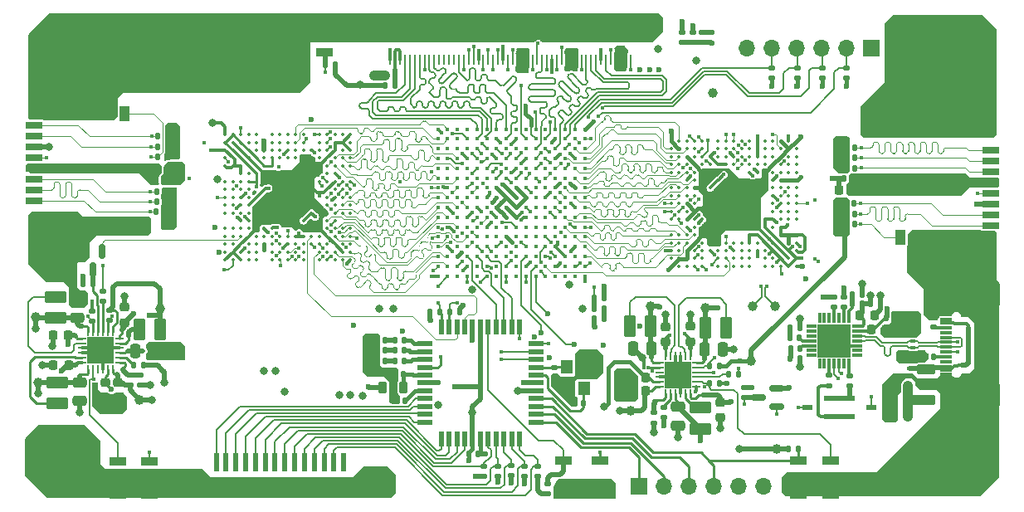
<source format=gbr>
%TF.GenerationSoftware,KiCad,Pcbnew,8.0.1*%
%TF.CreationDate,2025-01-10T22:18:19+05:00*%
%TF.ProjectId,BENE_DOUBLE_V1,42454e45-5f44-44f5-9542-4c455f56312e,rev?*%
%TF.SameCoordinates,Original*%
%TF.FileFunction,Copper,L1,Top*%
%TF.FilePolarity,Positive*%
%FSLAX46Y46*%
G04 Gerber Fmt 4.6, Leading zero omitted, Abs format (unit mm)*
G04 Created by KiCad (PCBNEW 8.0.1) date 2025-01-10 22:18:19*
%MOMM*%
%LPD*%
G01*
G04 APERTURE LIST*
G04 Aperture macros list*
%AMRoundRect*
0 Rectangle with rounded corners*
0 $1 Rounding radius*
0 $2 $3 $4 $5 $6 $7 $8 $9 X,Y pos of 4 corners*
0 Add a 4 corners polygon primitive as box body*
4,1,4,$2,$3,$4,$5,$6,$7,$8,$9,$2,$3,0*
0 Add four circle primitives for the rounded corners*
1,1,$1+$1,$2,$3*
1,1,$1+$1,$4,$5*
1,1,$1+$1,$6,$7*
1,1,$1+$1,$8,$9*
0 Add four rect primitives between the rounded corners*
20,1,$1+$1,$2,$3,$4,$5,0*
20,1,$1+$1,$4,$5,$6,$7,0*
20,1,$1+$1,$6,$7,$8,$9,0*
20,1,$1+$1,$8,$9,$2,$3,0*%
G04 Aperture macros list end*
%TA.AperFunction,SMDPad,CuDef*%
%ADD10R,1.000000X0.300000*%
%TD*%
%TA.AperFunction,SMDPad,CuDef*%
%ADD11R,0.300000X1.000000*%
%TD*%
%TA.AperFunction,SMDPad,CuDef*%
%ADD12R,3.350000X3.350000*%
%TD*%
%TA.AperFunction,SMDPad,CuDef*%
%ADD13RoundRect,0.135000X0.185000X-0.135000X0.185000X0.135000X-0.185000X0.135000X-0.185000X-0.135000X0*%
%TD*%
%TA.AperFunction,SMDPad,CuDef*%
%ADD14RoundRect,0.135000X0.135000X0.185000X-0.135000X0.185000X-0.135000X-0.185000X0.135000X-0.185000X0*%
%TD*%
%TA.AperFunction,ComponentPad*%
%ADD15C,6.400000*%
%TD*%
%TA.AperFunction,SMDPad,CuDef*%
%ADD16RoundRect,0.075000X0.075000X-0.125000X0.075000X0.125000X-0.075000X0.125000X-0.075000X-0.125000X0*%
%TD*%
%TA.AperFunction,SMDPad,CuDef*%
%ADD17RoundRect,0.140000X0.140000X0.170000X-0.140000X0.170000X-0.140000X-0.170000X0.140000X-0.170000X0*%
%TD*%
%TA.AperFunction,SMDPad,CuDef*%
%ADD18C,1.000000*%
%TD*%
%TA.AperFunction,SMDPad,CuDef*%
%ADD19RoundRect,0.135000X-0.135000X-0.185000X0.135000X-0.185000X0.135000X0.185000X-0.135000X0.185000X0*%
%TD*%
%TA.AperFunction,SMDPad,CuDef*%
%ADD20R,1.150000X0.300000*%
%TD*%
%TA.AperFunction,SMDPad,CuDef*%
%ADD21R,2.000000X2.180000*%
%TD*%
%TA.AperFunction,SMDPad,CuDef*%
%ADD22RoundRect,0.147500X0.147500X0.172500X-0.147500X0.172500X-0.147500X-0.172500X0.147500X-0.172500X0*%
%TD*%
%TA.AperFunction,SMDPad,CuDef*%
%ADD23RoundRect,0.250000X0.250000X0.475000X-0.250000X0.475000X-0.250000X-0.475000X0.250000X-0.475000X0*%
%TD*%
%TA.AperFunction,SMDPad,CuDef*%
%ADD24RoundRect,0.135000X-0.185000X0.135000X-0.185000X-0.135000X0.185000X-0.135000X0.185000X0.135000X0*%
%TD*%
%TA.AperFunction,SMDPad,CuDef*%
%ADD25R,0.812800X0.254000*%
%TD*%
%TA.AperFunction,SMDPad,CuDef*%
%ADD26R,0.254000X0.812800*%
%TD*%
%TA.AperFunction,SMDPad,CuDef*%
%ADD27R,2.768600X2.768600*%
%TD*%
%TA.AperFunction,SMDPad,CuDef*%
%ADD28RoundRect,0.250000X-0.850000X0.375000X-0.850000X-0.375000X0.850000X-0.375000X0.850000X0.375000X0*%
%TD*%
%TA.AperFunction,SMDPad,CuDef*%
%ADD29C,0.450000*%
%TD*%
%TA.AperFunction,SMDPad,CuDef*%
%ADD30RoundRect,0.225000X0.225000X0.250000X-0.225000X0.250000X-0.225000X-0.250000X0.225000X-0.250000X0*%
%TD*%
%TA.AperFunction,SMDPad,CuDef*%
%ADD31R,1.700000X0.900000*%
%TD*%
%TA.AperFunction,SMDPad,CuDef*%
%ADD32RoundRect,0.250000X-0.375000X-0.850000X0.375000X-0.850000X0.375000X0.850000X-0.375000X0.850000X0*%
%TD*%
%TA.AperFunction,SMDPad,CuDef*%
%ADD33RoundRect,0.140000X-0.140000X-0.170000X0.140000X-0.170000X0.140000X0.170000X-0.140000X0.170000X0*%
%TD*%
%TA.AperFunction,SMDPad,CuDef*%
%ADD34RoundRect,0.075000X-0.125000X-0.075000X0.125000X-0.075000X0.125000X0.075000X-0.125000X0.075000X0*%
%TD*%
%TA.AperFunction,SMDPad,CuDef*%
%ADD35RoundRect,0.147500X-0.147500X-0.172500X0.147500X-0.172500X0.147500X0.172500X-0.147500X0.172500X0*%
%TD*%
%TA.AperFunction,SMDPad,CuDef*%
%ADD36RoundRect,0.250000X0.850000X-0.375000X0.850000X0.375000X-0.850000X0.375000X-0.850000X-0.375000X0*%
%TD*%
%TA.AperFunction,ComponentPad*%
%ADD37R,1.700000X1.700000*%
%TD*%
%TA.AperFunction,ComponentPad*%
%ADD38O,1.700000X1.700000*%
%TD*%
%TA.AperFunction,SMDPad,CuDef*%
%ADD39RoundRect,0.150000X0.587500X0.150000X-0.587500X0.150000X-0.587500X-0.150000X0.587500X-0.150000X0*%
%TD*%
%TA.AperFunction,SMDPad,CuDef*%
%ADD40RoundRect,0.225000X-0.250000X0.225000X-0.250000X-0.225000X0.250000X-0.225000X0.250000X0.225000X0*%
%TD*%
%TA.AperFunction,SMDPad,CuDef*%
%ADD41RoundRect,0.250000X-0.475000X0.250000X-0.475000X-0.250000X0.475000X-0.250000X0.475000X0.250000X0*%
%TD*%
%TA.AperFunction,SMDPad,CuDef*%
%ADD42RoundRect,0.225000X-0.225000X-0.250000X0.225000X-0.250000X0.225000X0.250000X-0.225000X0.250000X0*%
%TD*%
%TA.AperFunction,SMDPad,CuDef*%
%ADD43C,0.355600*%
%TD*%
%TA.AperFunction,SMDPad,CuDef*%
%ADD44RoundRect,0.250000X-0.700000X0.275000X-0.700000X-0.275000X0.700000X-0.275000X0.700000X0.275000X0*%
%TD*%
%TA.AperFunction,SMDPad,CuDef*%
%ADD45R,0.600000X1.900000*%
%TD*%
%TA.AperFunction,SMDPad,CuDef*%
%ADD46R,2.100000X2.800000*%
%TD*%
%TA.AperFunction,SMDPad,CuDef*%
%ADD47RoundRect,0.225000X0.250000X-0.225000X0.250000X0.225000X-0.250000X0.225000X-0.250000X-0.225000X0*%
%TD*%
%TA.AperFunction,SMDPad,CuDef*%
%ADD48R,1.200000X1.400000*%
%TD*%
%TA.AperFunction,SMDPad,CuDef*%
%ADD49R,1.750000X0.700000*%
%TD*%
%TA.AperFunction,SMDPad,CuDef*%
%ADD50R,1.300000X1.500000*%
%TD*%
%TA.AperFunction,SMDPad,CuDef*%
%ADD51R,1.500000X0.800000*%
%TD*%
%TA.AperFunction,SMDPad,CuDef*%
%ADD52R,1.400000X0.800000*%
%TD*%
%TA.AperFunction,SMDPad,CuDef*%
%ADD53R,1.000000X1.550000*%
%TD*%
%TA.AperFunction,SMDPad,CuDef*%
%ADD54R,1.550000X1.000000*%
%TD*%
%TA.AperFunction,SMDPad,CuDef*%
%ADD55R,0.600000X0.350000*%
%TD*%
%TA.AperFunction,SMDPad,CuDef*%
%ADD56RoundRect,0.250000X0.475000X-0.250000X0.475000X0.250000X-0.475000X0.250000X-0.475000X-0.250000X0*%
%TD*%
%TA.AperFunction,SMDPad,CuDef*%
%ADD57R,1.500000X0.550000*%
%TD*%
%TA.AperFunction,SMDPad,CuDef*%
%ADD58R,0.550000X1.500000*%
%TD*%
%TA.AperFunction,SMDPad,CuDef*%
%ADD59R,1.100000X0.600000*%
%TD*%
%TA.AperFunction,SMDPad,CuDef*%
%ADD60R,0.250000X1.100000*%
%TD*%
%TA.AperFunction,SMDPad,CuDef*%
%ADD61R,1.700000X1.500000*%
%TD*%
%TA.AperFunction,SMDPad,CuDef*%
%ADD62RoundRect,0.250000X-0.250000X-0.475000X0.250000X-0.475000X0.250000X0.475000X-0.250000X0.475000X0*%
%TD*%
%TA.AperFunction,SMDPad,CuDef*%
%ADD63RoundRect,0.250000X0.375000X0.850000X-0.375000X0.850000X-0.375000X-0.850000X0.375000X-0.850000X0*%
%TD*%
%TA.AperFunction,SMDPad,CuDef*%
%ADD64RoundRect,0.218750X0.218750X0.381250X-0.218750X0.381250X-0.218750X-0.381250X0.218750X-0.381250X0*%
%TD*%
%TA.AperFunction,SMDPad,CuDef*%
%ADD65RoundRect,0.150000X-0.150000X0.587500X-0.150000X-0.587500X0.150000X-0.587500X0.150000X0.587500X0*%
%TD*%
%TA.AperFunction,SMDPad,CuDef*%
%ADD66RoundRect,0.140000X-0.170000X0.140000X-0.170000X-0.140000X0.170000X-0.140000X0.170000X0.140000X0*%
%TD*%
%TA.AperFunction,ViaPad*%
%ADD67C,0.400000*%
%TD*%
%TA.AperFunction,ViaPad*%
%ADD68C,0.600000*%
%TD*%
%TA.AperFunction,ViaPad*%
%ADD69C,0.800000*%
%TD*%
%TA.AperFunction,ViaPad*%
%ADD70C,1.000000*%
%TD*%
%TA.AperFunction,Conductor*%
%ADD71C,0.300000*%
%TD*%
%TA.AperFunction,Conductor*%
%ADD72C,0.500000*%
%TD*%
%TA.AperFunction,Conductor*%
%ADD73C,0.400000*%
%TD*%
%TA.AperFunction,Conductor*%
%ADD74C,0.200000*%
%TD*%
%TA.AperFunction,Conductor*%
%ADD75C,0.150000*%
%TD*%
%TA.AperFunction,Conductor*%
%ADD76C,0.254000*%
%TD*%
%TA.AperFunction,Conductor*%
%ADD77C,0.120000*%
%TD*%
%TA.AperFunction,Conductor*%
%ADD78C,1.000000*%
%TD*%
G04 APERTURE END LIST*
D10*
%TO.P,IC1,1,DCD*%
%TO.N,unconnected-(IC1-DCD-Pad1)*%
X139150000Y-117150000D03*
%TO.P,IC1,2,RI/CLK*%
%TO.N,unconnected-(IC1-RI{slash}CLK-Pad2)*%
X139150000Y-116650000D03*
%TO.P,IC1,3,GND*%
%TO.N,GND*%
X139150000Y-116150000D03*
%TO.P,IC1,4,D+*%
%TO.N,/USB_C/USB_D+*%
X139150000Y-115650000D03*
%TO.P,IC1,5,D-*%
%TO.N,/USB_C/USB_D-*%
X139150000Y-115150000D03*
%TO.P,IC1,6,VDD*%
%TO.N,FPGA_3V3*%
X139150000Y-114650000D03*
%TO.P,IC1,7,VREGIN*%
%TO.N,+5V*%
X139150000Y-114150000D03*
D11*
%TO.P,IC1,8,VBUS*%
%TO.N,Net-(IC1-VBUS)*%
X138300000Y-113300000D03*
%TO.P,IC1,9,RSTB*%
%TO.N,Net-(IC1-RSTB)*%
X137800000Y-113300000D03*
%TO.P,IC1,10,NC*%
%TO.N,unconnected-(IC1-NC-Pad10)*%
X137300000Y-113300000D03*
%TO.P,IC1,11,SUSPENDB*%
%TO.N,Net-(IC1-SUSPENDB)*%
X136800000Y-113300000D03*
%TO.P,IC1,12,SUSPEND*%
%TO.N,unconnected-(IC1-SUSPEND-Pad12)*%
X136300000Y-113300000D03*
%TO.P,IC1,13,CHREN*%
%TO.N,unconnected-(IC1-CHREN-Pad13)*%
X135800000Y-113300000D03*
%TO.P,IC1,14,CHR1*%
%TO.N,unconnected-(IC1-CHR1-Pad14)*%
X135300000Y-113300000D03*
D10*
%TO.P,IC1,15,CHR0*%
%TO.N,unconnected-(IC1-CHR0-Pad15)*%
X134450000Y-114150000D03*
%TO.P,IC1,16,GPIO.3/WAKEUP*%
%TO.N,unconnected-(IC1-GPIO.3{slash}WAKEUP-Pad16)*%
X134450000Y-114650000D03*
%TO.P,IC1,17,GPIO.2/RS485*%
%TO.N,unconnected-(IC1-GPIO.2{slash}RS485-Pad17)*%
X134450000Y-115150000D03*
%TO.P,IC1,18,GPIO.1/RXT*%
%TO.N,Net-(D6-K)*%
X134450000Y-115650000D03*
%TO.P,IC1,19,GPIO.0/TXT*%
%TO.N,Net-(D5-K)*%
X134450000Y-116150000D03*
%TO.P,IC1,20,GPIO.6*%
%TO.N,unconnected-(IC1-GPIO.6-Pad20)*%
X134450000Y-116650000D03*
%TO.P,IC1,21,GPIO.5*%
%TO.N,unconnected-(IC1-GPIO.5-Pad21)*%
X134450000Y-117150000D03*
D11*
%TO.P,IC1,22,GPIO.4*%
%TO.N,unconnected-(IC1-GPIO.4-Pad22)*%
X135300000Y-118000000D03*
%TO.P,IC1,23,CTS*%
%TO.N,unconnected-(IC1-CTS-Pad23)*%
X135800000Y-118000000D03*
%TO.P,IC1,24,RTS*%
%TO.N,/USB_C/C2102_RTS*%
X136300000Y-118000000D03*
%TO.P,IC1,25,RXD*%
%TO.N,FPGAUT_TX*%
X136800000Y-118000000D03*
%TO.P,IC1,26,TXD*%
%TO.N,FPGAUT_RX*%
X137300000Y-118000000D03*
%TO.P,IC1,27,DSR*%
%TO.N,unconnected-(IC1-DSR-Pad27)*%
X137800000Y-118000000D03*
%TO.P,IC1,28,DTR*%
%TO.N,/USB_C/C2102_DTR*%
X138300000Y-118000000D03*
D12*
%TO.P,IC1,29,BGND*%
%TO.N,GND*%
X136800000Y-115650000D03*
%TD*%
D13*
%TO.P,R24,1*%
%TO.N,VDD_3V3*%
X103800000Y-129410000D03*
%TO.P,R24,2*%
%TO.N,/MCU/ZX80-C2*%
X103800000Y-128390000D03*
%TD*%
%TO.P,R22,1*%
%TO.N,VDD_3V3*%
X101050000Y-129460000D03*
%TO.P,R22,2*%
%TO.N,/MCU/ZX80-C0*%
X101050000Y-128440000D03*
%TD*%
D14*
%TO.P,R49,1*%
%TO.N,VDD_3V3_B*%
X68760000Y-96900000D03*
%TO.P,R49,2*%
%TO.N,/MPUB/SD_B_DET*%
X67740000Y-96900000D03*
%TD*%
D15*
%TO.P,H3,1,1*%
%TO.N,GND*%
X58000000Y-128000000D03*
%TD*%
D16*
%TO.P,C13,1*%
%TO.N,GND*%
X61250000Y-120050000D03*
%TO.P,C13,2*%
%TO.N,START_B*%
X61250000Y-119550000D03*
%TD*%
D17*
%TO.P,C53,1*%
%TO.N,VDD_3V3_A*%
X138780000Y-99075000D03*
%TO.P,C53,2*%
%TO.N,GND*%
X137820000Y-99075000D03*
%TD*%
D18*
%TO.P,TP9,1,1*%
%TO.N,VLDO1B*%
X65950000Y-121700000D03*
%TD*%
D19*
%TO.P,R8,1*%
%TO.N,VDD_3V3_A*%
X137860000Y-103775000D03*
%TO.P,R8,2*%
%TO.N,/MPUA/SD_A_DET*%
X138880000Y-103775000D03*
%TD*%
D20*
%TO.P,J1,A1,A1*%
%TO.N,GND*%
X148208500Y-119400000D03*
%TO.P,J1,A4,A4*%
%TO.N,VBUS*%
X148208500Y-118600000D03*
%TO.P,J1,A5,A5*%
%TO.N,Net-(J1-PadA5)*%
X148208500Y-117300000D03*
%TO.P,J1,A6,A6*%
%TO.N,/USB_C/USB_D+*%
X148208500Y-116300000D03*
%TO.P,J1,A7,A7*%
%TO.N,/USB_C/USB_D-*%
X148208500Y-115800000D03*
%TO.P,J1,A8,A8*%
%TO.N,unconnected-(J1-PadA8)*%
X148208500Y-114800000D03*
%TO.P,J1,A9,A9*%
%TO.N,VBUS*%
X148208500Y-113500000D03*
%TO.P,J1,A12,A12*%
%TO.N,GND*%
X148208500Y-112700000D03*
%TO.P,J1,B1,B1*%
X148208500Y-113000000D03*
%TO.P,J1,B4,B4*%
%TO.N,VBUS*%
X148208500Y-113800000D03*
%TO.P,J1,B5,B5*%
%TO.N,Net-(J1-PadB5)*%
X148208500Y-114300000D03*
%TO.P,J1,B6,B6*%
%TO.N,/USB_C/USB_D+*%
X148208500Y-115300000D03*
%TO.P,J1,B7,B7*%
%TO.N,/USB_C/USB_D-*%
X148208500Y-116800000D03*
%TO.P,J1,B8,B8*%
%TO.N,unconnected-(J1-PadB8)*%
X148208500Y-117800000D03*
%TO.P,J1,B9,B9*%
%TO.N,VBUS*%
X148208500Y-118300000D03*
%TO.P,J1,B12,B12*%
%TO.N,GND*%
X148208500Y-119100000D03*
D21*
%TO.P,J1,MP1,MP1*%
X152713500Y-121160000D03*
%TO.P,J1,MP2,MP2*%
X152713500Y-110940000D03*
%TO.P,J1,MP3,MP3*%
X148783500Y-121160000D03*
%TO.P,J1,MP4,MP4*%
X148783500Y-110940000D03*
%TD*%
D14*
%TO.P,R29,1*%
%TO.N,Net-(D1-K)*%
X91010000Y-115600000D03*
%TO.P,R29,2*%
%TO.N,GND*%
X89990000Y-115600000D03*
%TD*%
%TO.P,R14,1*%
%TO.N,VDD_3V3_A*%
X125060000Y-120000000D03*
%TO.P,R14,2*%
%TO.N,NRST_A*%
X124040000Y-120000000D03*
%TD*%
D19*
%TO.P,R11,1*%
%TO.N,VDD_3V3_A*%
X137850000Y-95925000D03*
%TO.P,R11,2*%
%TO.N,/MPUA/SD_A_D2*%
X138870000Y-95925000D03*
%TD*%
D13*
%TO.P,R53,1*%
%TO.N,FPGA_3V3*%
X138060000Y-88820000D03*
%TO.P,R53,2*%
%TO.N,/FPGA/JTAG_TCK*%
X138060000Y-87800000D03*
%TD*%
D22*
%TO.P,D5,1,K*%
%TO.N,Net-(D5-K)*%
X133310000Y-116400000D03*
%TO.P,D5,2,A*%
%TO.N,Net-(D5-A)*%
X132340000Y-116400000D03*
%TD*%
D14*
%TO.P,R27,1*%
%TO.N,Net-(D3-K)*%
X90960000Y-117700000D03*
%TO.P,R27,2*%
%TO.N,GND*%
X89940000Y-117700000D03*
%TD*%
%TO.P,R44,1*%
%TO.N,VDD_3V3_B*%
X68710000Y-101450000D03*
%TO.P,R44,2*%
%TO.N,/MPUB/SD_B_D3*%
X67690000Y-101450000D03*
%TD*%
D23*
%TO.P,C151,1*%
%TO.N,+5V*%
X144300000Y-121700000D03*
%TO.P,C151,2*%
%TO.N,GND*%
X142400000Y-121700000D03*
%TD*%
D14*
%TO.P,R13,1*%
%TO.N,VDD_3V3_A*%
X125110000Y-118200000D03*
%TO.P,R13,2*%
%TO.N,WAKE_UP_A*%
X124090000Y-118200000D03*
%TD*%
D23*
%TO.P,C7,1*%
%TO.N,VDD_CORE_A*%
X118150000Y-116450000D03*
%TO.P,C7,2*%
%TO.N,GND*%
X116250000Y-116450000D03*
%TD*%
D24*
%TO.P,R17,1*%
%TO.N,VDD_3V3_B*%
X61050000Y-112590000D03*
%TO.P,R17,2*%
%TO.N,WAKE_UP_B*%
X61050000Y-113610000D03*
%TD*%
D18*
%TO.P,TP1,1,1*%
%TO.N,VDD_3V3*%
X130950000Y-126650000D03*
%TD*%
D25*
%TO.P,U5,1,OUT1*%
%TO.N,VDD_3V3_A*%
X122742300Y-120357700D03*
%TO.P,U5,2,nRSTO*%
%TO.N,NRST_A*%
X122742300Y-119857701D03*
%TO.P,U5,3,PWRHLD*%
%TO.N,Net-(U5-PWRHLD)*%
X122742300Y-119357700D03*
%TO.P,U5,4,LPM*%
%TO.N,Net-(Q1-D)*%
X122742300Y-118857700D03*
%TO.P,U5,5,nSTRTO*%
%TO.N,WAKE_UP_A*%
X122742300Y-118357699D03*
%TO.P,U5,6,OUT2*%
%TO.N,VDDIOM_A*%
X122742300Y-117857700D03*
D26*
%TO.P,U5,7,PVIN2*%
%TO.N,+5V*%
X122100000Y-117215400D03*
%TO.P,U5,8,SW2*%
%TO.N,Net-(U5-SW2)*%
X121600001Y-117215400D03*
%TO.P,U5,9,PGND2*%
%TO.N,GND*%
X121100000Y-117215400D03*
%TO.P,U5,10,PGND3*%
X120600000Y-117215400D03*
%TO.P,U5,11,SW3*%
%TO.N,Net-(U5-SW3)*%
X120099999Y-117215400D03*
%TO.P,U5,12,PVIN3*%
%TO.N,+5V*%
X119600000Y-117215400D03*
D25*
%TO.P,U5,13,OUT3*%
%TO.N,VDD_CORE_A*%
X118957700Y-117857700D03*
%TO.P,U5,14,nSTRT*%
%TO.N,START_A*%
X118957700Y-118357699D03*
%TO.P,U5,15,SELV3*%
%TO.N,unconnected-(U5-SELV3-Pad15)*%
X118957700Y-118857700D03*
%TO.P,U5,16,SGND*%
%TO.N,GND*%
X118957700Y-119357700D03*
%TO.P,U5,17,VIN*%
%TO.N,+5V*%
X118957700Y-119857701D03*
%TO.P,U5,18,LOUT*%
%TO.N,VLDO1B*%
X118957700Y-120357700D03*
D26*
%TO.P,U5,19,LFB*%
%TO.N,/PMIC/LFB*%
X119600000Y-121000000D03*
%TO.P,U5,20,SELV2*%
%TO.N,Net-(U5-SELV2)*%
X120099999Y-121000000D03*
%TO.P,U5,21,LEN*%
%TO.N,VDD_3V3_A*%
X120600000Y-121000000D03*
%TO.P,U5,22,PGND1*%
%TO.N,GND*%
X121100000Y-121000000D03*
%TO.P,U5,23,SW1*%
%TO.N,Net-(U5-SW1)*%
X121600001Y-121000000D03*
%TO.P,U5,24,PVIN1*%
%TO.N,+5V*%
X122100000Y-121000000D03*
D27*
%TO.P,U5,25,GND*%
%TO.N,GND*%
X120850000Y-119107700D03*
%TD*%
D28*
%TO.P,L2,1*%
%TO.N,Net-(U5-SW1)*%
X123150000Y-122475000D03*
%TO.P,L2,2*%
%TO.N,VDD_3V3_A*%
X123150000Y-124625000D03*
%TD*%
D17*
%TO.P,C60,1*%
%TO.N,Net-(U6-AREF)*%
X93030000Y-121750000D03*
%TO.P,C60,2*%
%TO.N,GND*%
X92070000Y-121750000D03*
%TD*%
D29*
%TO.P,IC7,A1,GND_1*%
%TO.N,GND*%
X96350000Y-94050000D03*
%TO.P,IC7,A2,IO_L52N_M3A9_3*%
%TO.N,SAMB_LCD_FPGA_ID*%
X97350000Y-94050000D03*
%TO.P,IC7,A3,IO_L83N_VREF_3*%
%TO.N,unconnected-(IC7-IO_L83N_VREF_3-PadA3)*%
X98350000Y-94050000D03*
%TO.P,IC7,A4,IO_L1N_VREF_0*%
%TO.N,unconnected-(IC7-IO_L1N_VREF_0-PadA4)*%
X99350000Y-94050000D03*
%TO.P,IC7,A5,IO_L2N_0*%
%TO.N,/FPGA/LCD_NRST*%
X100350000Y-94050000D03*
%TO.P,IC7,A6,IO_L4N_0*%
%TO.N,/FPGA/LCD_IRQ2*%
X101350000Y-94050000D03*
%TO.P,IC7,A7,IO_L6N_0*%
%TO.N,/FPGA/LCD_TWD*%
X102350000Y-94050000D03*
%TO.P,IC7,A8,IO_L33N_0*%
%TO.N,/FPGA/LCD_DISP*%
X103350000Y-94050000D03*
%TO.P,IC7,A9,IO_L34N_GCLK18_0*%
%TO.N,unconnected-(IC7-IO_L34N_GCLK18_0-PadA9)*%
X104350000Y-94050000D03*
%TO.P,IC7,A10,IO_L35N_GCLK16_0*%
%TO.N,unconnected-(IC7-IO_L35N_GCLK16_0-PadA10)*%
X105350000Y-94050000D03*
%TO.P,IC7,A11,IO_L39N_0*%
%TO.N,/FPGA/LCD_D14*%
X106350000Y-94050000D03*
%TO.P,IC7,A12,IO_L62N_VREF_0*%
%TO.N,unconnected-(IC7-IO_L62N_VREF_0-PadA12)*%
X107350000Y-94050000D03*
%TO.P,IC7,A13,IO_L63N_SCP6_0*%
%TO.N,/FPGA/LCD_D6*%
X108350000Y-94050000D03*
%TO.P,IC7,A14,IO_L65N_SCP2_0*%
%TO.N,/FPGA/LCD_D4*%
X109350000Y-94050000D03*
%TO.P,IC7,A15,TMS*%
%TO.N,/FPGA/JTAG_TMS*%
X110350000Y-94050000D03*
%TO.P,IC7,A16,GND_2*%
%TO.N,GND*%
X111350000Y-94050000D03*
%TO.P,IC7,B1,IO_L50N_M3BA2_3*%
%TO.N,SAMB_LCD_FPGA_MPU_NRSTOUT*%
X96350000Y-95050000D03*
%TO.P,IC7,B2,IO_L52P_M3A8_3*%
%TO.N,SAMB_LCD_FPGA_D22*%
X97350000Y-95050000D03*
%TO.P,IC7,B3,IO_L83P_3*%
%TO.N,unconnected-(IC7-IO_L83P_3-PadB3)*%
X98350000Y-95050000D03*
%TO.P,IC7,B4,VCCO_0_1*%
%TO.N,FPGA_3V3*%
X99350000Y-95050000D03*
%TO.P,IC7,B5,IO_L2P_0*%
%TO.N,/FPGA/LCD_PWM*%
X100350000Y-95050000D03*
%TO.P,IC7,B6,IO_L4P_0*%
%TO.N,/FPGA/LCD_IRQ1*%
X101350000Y-95050000D03*
%TO.P,IC7,B7,GND_3*%
%TO.N,GND*%
X102350000Y-95050000D03*
%TO.P,IC7,B8,IO_L33P_0*%
%TO.N,/FPGA/LCD_DEN*%
X103350000Y-95050000D03*
%TO.P,IC7,B9,VCCO_0_2*%
%TO.N,FPGA_3V3*%
X104350000Y-95050000D03*
%TO.P,IC7,B10,IO_L35P_GCLK17_0*%
%TO.N,/FPGA/LCD_PCK*%
X105350000Y-95050000D03*
%TO.P,IC7,B11,GND_4*%
%TO.N,GND*%
X106350000Y-95050000D03*
%TO.P,IC7,B12,IO_L62P_0*%
%TO.N,/FPGA/LCD_D10*%
X107350000Y-95050000D03*
%TO.P,IC7,B13,VCCO_0_3*%
%TO.N,FPGA_3V3*%
X108350000Y-95050000D03*
%TO.P,IC7,B14,IO_L65P_SCP3_0*%
%TO.N,/FPGA/LCD_D3*%
X109350000Y-95050000D03*
%TO.P,IC7,B15,IO_L29P_A23_M1A13_1*%
%TO.N,SAMA_LCD_FPGA_TWCK*%
X110350000Y-95050000D03*
%TO.P,IC7,B16,IO_L29N_A22_M1A14_1*%
%TO.N,SAMA_LCD_FPGA_TWD*%
X111350000Y-95050000D03*
%TO.P,IC7,C1,IO_L50P_M3WE_3*%
%TO.N,unconnected-(IC7-IO_L50P_M3WE_3-PadC1)*%
X96350000Y-96050000D03*
%TO.P,IC7,C2,IO_L48N_M3BA1_3*%
%TO.N,unconnected-(IC7-IO_L48N_M3BA1_3-PadC2)*%
X97350000Y-96050000D03*
%TO.P,IC7,C3,IO_L48P_M3BA0_3*%
%TO.N,unconnected-(IC7-IO_L48P_M3BA0_3-PadC3)*%
X98350000Y-96050000D03*
%TO.P,IC7,C4,IO_L1P_HSWAPEN_0*%
%TO.N,unconnected-(IC7-IO_L1P_HSWAPEN_0-PadC4)*%
X99350000Y-96050000D03*
%TO.P,IC7,C5,IO_L3N_0*%
%TO.N,/FPGA/LCD_VSYNC*%
X100350000Y-96050000D03*
%TO.P,IC7,C6,IO_L7N_0*%
%TO.N,/FPGA/LCD_D23*%
X101350000Y-96050000D03*
%TO.P,IC7,C7,IO_L6P_0*%
%TO.N,/FPGA/LCD_D21*%
X102350000Y-96050000D03*
%TO.P,IC7,C8,IO_L38N_VREF_0*%
%TO.N,unconnected-(IC7-IO_L38N_VREF_0-PadC8)*%
X103350000Y-96050000D03*
%TO.P,IC7,C9,IO_L34P_GCLK19_0*%
%TO.N,unconnected-(IC7-IO_L34P_GCLK19_0-PadC9)*%
X104350000Y-96050000D03*
%TO.P,IC7,C10,IO_L37N_GCLK12_0*%
%TO.N,unconnected-(IC7-IO_L37N_GCLK12_0-PadC10)*%
X105350000Y-96050000D03*
%TO.P,IC7,C11,IO_L39P_0*%
%TO.N,/FPGA/LCD_D13*%
X106350000Y-96050000D03*
%TO.P,IC7,C12,TDI*%
%TO.N,/FPGA/JTAG_TDI*%
X107350000Y-96050000D03*
%TO.P,IC7,C13,IO_L63P_SCP7_0*%
%TO.N,/FPGA/LCD_D5*%
X108350000Y-96050000D03*
%TO.P,IC7,C14,TCK*%
%TO.N,/FPGA/JTAG_TCK*%
X109350000Y-96050000D03*
%TO.P,IC7,C15,IO_L33P_A15_M1A10_1*%
%TO.N,SAMA_LCD_FPGA_D14*%
X110350000Y-96050000D03*
%TO.P,IC7,C16,IO_L33N_A14_M1A4_1*%
%TO.N,SAMA_LCD_FPGA_D3*%
X111350000Y-96050000D03*
%TO.P,IC7,D1,IO_L49N_M3A2_3*%
%TO.N,SAMB_LCD_FPGA_D20*%
X96350000Y-97050000D03*
%TO.P,IC7,D2,VCCO_3_1*%
%TO.N,FPGA_3V3*%
X97350000Y-97050000D03*
%TO.P,IC7,D3,IO_L49P_M3A7_3*%
%TO.N,SAMB_LCD_FPGA_DISP*%
X98350000Y-97050000D03*
%TO.P,IC7,D4,GND_5*%
%TO.N,GND*%
X99350000Y-97050000D03*
%TO.P,IC7,D5,IO_L3P_0*%
%TO.N,/FPGA/LCD_HSYNC*%
X100350000Y-97050000D03*
%TO.P,IC7,D6,IO_L7P_0*%
%TO.N,/FPGA/LCD_D22*%
X101350000Y-97050000D03*
%TO.P,IC7,D7,VCCO_0_4*%
%TO.N,FPGA_3V3*%
X102350000Y-97050000D03*
%TO.P,IC7,D8,IO_L38P_0*%
%TO.N,/FPGA/LCD_D20*%
X103350000Y-97050000D03*
%TO.P,IC7,D9,IO_L40N_0*%
%TO.N,/FPGA/LCD_D19*%
X104350000Y-97050000D03*
%TO.P,IC7,D10,VCCO_0_5*%
%TO.N,FPGA_3V3*%
X105350000Y-97050000D03*
%TO.P,IC7,D11,IO_L66P_SCP1_0*%
%TO.N,/FPGA/LCD_D12*%
X106350000Y-97050000D03*
%TO.P,IC7,D12,IO_L66N_SCP0_0*%
%TO.N,/FPGA/LCD_D7*%
X107350000Y-97050000D03*
%TO.P,IC7,D13,GND_6*%
%TO.N,GND*%
X108350000Y-97050000D03*
%TO.P,IC7,D14,IO_L31P_A19_M1CKE_1*%
%TO.N,SAMA_LCD_FPGA_D11*%
X109350000Y-97050000D03*
%TO.P,IC7,D15,VCCO_1_1*%
%TO.N,FPGA_3V3*%
X110350000Y-97050000D03*
%TO.P,IC7,D16,IO_L31N_A18_M1A12_1*%
%TO.N,SAMA_LCD_FPGA_D7*%
X111350000Y-97050000D03*
%TO.P,IC7,E1,IO_L46N_M3CLKN_3*%
%TO.N,unconnected-(IC7-IO_L46N_M3CLKN_3-PadE1)*%
X96350000Y-98050000D03*
%TO.P,IC7,E2,IO_L46P_M3CLK_3*%
%TO.N,unconnected-(IC7-IO_L46P_M3CLK_3-PadE2)*%
X97350000Y-98050000D03*
%TO.P,IC7,E3,IO_L54N_M3A11_3*%
%TO.N,SAMB_LCD_FPGA_IRQ2*%
X98350000Y-98050000D03*
%TO.P,IC7,E4,IO_L54P_M3RESET_3*%
%TO.N,unconnected-(IC7-IO_L54P_M3RESET_3-PadE4)*%
X99350000Y-98050000D03*
%TO.P,IC7,E5,VCCAUX_1*%
%TO.N,FPGA_3V3*%
X100350000Y-98050000D03*
%TO.P,IC7,E6,IO_L5N_0*%
%TO.N,/FPGA/LCD_D2*%
X101350000Y-98050000D03*
%TO.P,IC7,E7,IO_L36P_GCLK15_0*%
%TO.N,/FPGA/LCD_TWCK*%
X102350000Y-98050000D03*
%TO.P,IC7,E8,IO_L36N_GCLK14_0*%
%TO.N,unconnected-(IC7-IO_L36N_GCLK14_0-PadE8)*%
X103350000Y-98050000D03*
%TO.P,IC7,E9,GND_7*%
%TO.N,GND*%
X104350000Y-98050000D03*
%TO.P,IC7,E10,IO_L37P_GCLK13_0*%
%TO.N,unconnected-(IC7-IO_L37P_GCLK13_0-PadE10)*%
X105350000Y-98050000D03*
%TO.P,IC7,E11,IO_L64N_SCP4_0*%
%TO.N,/FPGA/LCD_D11*%
X106350000Y-98050000D03*
%TO.P,IC7,E12,IO_L1N_A24_VREF_1*%
%TO.N,unconnected-(IC7-IO_L1N_A24_VREF_1-PadE12)*%
X107350000Y-98050000D03*
%TO.P,IC7,E13,IO_L1P_A25_1*%
%TO.N,SAMA_LCD_FPGA_D13*%
X108350000Y-98050000D03*
%TO.P,IC7,E14,TDO*%
%TO.N,/FPGA/JTAG_TDO*%
X109350000Y-98050000D03*
%TO.P,IC7,E15,IO_L34P_A13_M1WE_1*%
%TO.N,SAMA_LCD_FPGA_D2*%
X110350000Y-98050000D03*
%TO.P,IC7,E16,IO_L34N_A12_M1BA2_1*%
%TO.N,SAMA_LCD_FPGA_D5*%
X111350000Y-98050000D03*
%TO.P,IC7,F1,IO_L41N_GCLK26_M3DQ5_3*%
%TO.N,SAMB_LCD_FPGA_PCK*%
X96350000Y-99050000D03*
%TO.P,IC7,F2,IO_L41P_GCLK27_M3DQ4_3*%
%TO.N,unconnected-(IC7-IO_L41P_GCLK27_M3DQ4_3-PadF2)*%
X97350000Y-99050000D03*
%TO.P,IC7,F3,IO_L53N_M3A12_3*%
%TO.N,SAMB_LCD_FPGA_PWM*%
X98350000Y-99050000D03*
%TO.P,IC7,F4,IO_L53P_M3CKE_3*%
%TO.N,unconnected-(IC7-IO_L53P_M3CKE_3-PadF4)*%
X99350000Y-99050000D03*
%TO.P,IC7,F5,IO_L55N_M3A14_3*%
%TO.N,unconnected-(IC7-IO_L55N_M3A14_3-PadF5)*%
X100350000Y-99050000D03*
%TO.P,IC7,F6,IO_L55P_M3A13_3*%
%TO.N,unconnected-(IC7-IO_L55P_M3A13_3-PadF6)*%
X101350000Y-99050000D03*
%TO.P,IC7,F7,IO_L5P_0*%
%TO.N,/FPGA/LCD_ID*%
X102350000Y-99050000D03*
%TO.P,IC7,F8,VCCAUX_2*%
%TO.N,FPGA_3V3*%
X103350000Y-99050000D03*
%TO.P,IC7,F9,IO_L40P_0*%
%TO.N,/FPGA/LCD_D18*%
X104350000Y-99050000D03*
%TO.P,IC7,F10,IO_L64P_SCP5_0*%
%TO.N,/FPGA/LCD_D15*%
X105350000Y-99050000D03*
%TO.P,IC7,F11,VCCAUX_3*%
%TO.N,FPGA_3V3*%
X106350000Y-99050000D03*
%TO.P,IC7,F12,IO_L30P_A21_M1RESET_1*%
%TO.N,SAMA_LCD_FPGA_IRQ1*%
X107350000Y-99050000D03*
%TO.P,IC7,F13,IO_L32P_A17_M1A8_1*%
%TO.N,unconnected-(IC7-IO_L32P_A17_M1A8_1-PadF13)*%
X108350000Y-99050000D03*
%TO.P,IC7,F14,IO_L32N_A16_M1A9_1*%
%TO.N,unconnected-(IC7-IO_L32N_A16_M1A9_1-PadF14)*%
X109350000Y-99050000D03*
%TO.P,IC7,F15,IO_L35P_A11_M1A7_1*%
%TO.N,SAMA_LCD_FPGA_D12*%
X110350000Y-99050000D03*
%TO.P,IC7,F16,IO_L35N_A10_M1A2_1*%
%TO.N,SAMA_LCD_FPGA_D15*%
X111350000Y-99050000D03*
%TO.P,IC7,G1,IO_L40N_M3DQ7_3*%
%TO.N,SAMB_LCD_FPGA_HSYNC*%
X96350000Y-100050000D03*
%TO.P,IC7,G2,GND_8*%
%TO.N,GND*%
X97350000Y-100050000D03*
%TO.P,IC7,G3,IO_L40P_M3DQ6_3*%
%TO.N,SAMB_LCD_FPGA_D23*%
X98350000Y-100050000D03*
%TO.P,IC7,G4,VCCO_3_2*%
%TO.N,FPGA_3V3*%
X99350000Y-100050000D03*
%TO.P,IC7,G5,IO_L51N_M3A4_3*%
%TO.N,SAMB_LCD_FPGA_DEN*%
X100350000Y-100050000D03*
%TO.P,IC7,G6,IO_L51P_M3A10_3*%
%TO.N,unconnected-(IC7-IO_L51P_M3A10_3-PadG6)*%
X101350000Y-100050000D03*
%TO.P,IC7,G7,VCCINT_1*%
%TO.N,FPGA_1V2*%
X102350000Y-100050000D03*
%TO.P,IC7,G8,GND_9*%
%TO.N,GND*%
X103350000Y-100050000D03*
%TO.P,IC7,G9,VCCINT_2*%
%TO.N,FPGA_1V2*%
X104350000Y-100050000D03*
%TO.P,IC7,G10,VCCAUX_4*%
%TO.N,FPGA_3V3*%
X105350000Y-100050000D03*
%TO.P,IC7,G11,IO_L30N_A20_M1A11_1*%
%TO.N,unconnected-(IC7-IO_L30N_A20_M1A11_1-PadG11)*%
X106350000Y-100050000D03*
%TO.P,IC7,G12,IO_L38P_A5_M1CLK_1*%
%TO.N,unconnected-(IC7-IO_L38P_A5_M1CLK_1-PadG12)*%
X107350000Y-100050000D03*
%TO.P,IC7,G13,VCCO_1_2*%
%TO.N,FPGA_3V3*%
X108350000Y-100050000D03*
%TO.P,IC7,G14,IO_L36P_A9_M1BA0_1*%
%TO.N,SAMA_LCD_FPGA_D19*%
X109350000Y-100050000D03*
%TO.P,IC7,G15,GND_10*%
%TO.N,GND*%
X110350000Y-100050000D03*
%TO.P,IC7,G16,IO_L36N_A8_M1BA1_1*%
%TO.N,SAMA_LCD_FPGA_D4*%
X111350000Y-100050000D03*
%TO.P,IC7,H1,IO_L39N_M3LDQSN_3*%
%TO.N,SAMB_LCD_FPGA_D10*%
X96350000Y-101050000D03*
%TO.P,IC7,H2,IO_L39P_M3LDQS_3*%
%TO.N,SAMB_LCD_FPGA_VSYNC*%
X97350000Y-101050000D03*
%TO.P,IC7,H3,IO_L44N_GCLK20_M3A6_3*%
%TO.N,unconnected-(IC7-IO_L44N_GCLK20_M3A6_3-PadH3)*%
X98350000Y-101050000D03*
%TO.P,IC7,H4,IO_L44P_GCLK21_M3A5_3*%
%TO.N,unconnected-(IC7-IO_L44P_GCLK21_M3A5_3-PadH4)*%
X99350000Y-101050000D03*
%TO.P,IC7,H5,IO_L43N_GCLK22_IRDY2_M3CASN_3*%
%TO.N,unconnected-(IC7-IO_L43N_GCLK22_IRDY2_M3CASN_3-PadH5)*%
X100350000Y-101050000D03*
%TO.P,IC7,H6,VCCAUX_5*%
%TO.N,FPGA_3V3*%
X101350000Y-101050000D03*
%TO.P,IC7,H7,GND_11*%
%TO.N,GND*%
X102350000Y-101050000D03*
%TO.P,IC7,H8,VCCINT_3*%
%TO.N,FPGA_1V2*%
X103350000Y-101050000D03*
%TO.P,IC7,H9,GND_12*%
%TO.N,GND*%
X104350000Y-101050000D03*
%TO.P,IC7,H10,VCCINT_4*%
%TO.N,FPGA_1V2*%
X105350000Y-101050000D03*
%TO.P,IC7,H11,IO_L38N_A4_M1CLKN_1*%
%TO.N,unconnected-(IC7-IO_L38N_A4_M1CLKN_1-PadH11)*%
X106350000Y-101050000D03*
%TO.P,IC7,H12,GND_13*%
%TO.N,GND*%
X107350000Y-101050000D03*
%TO.P,IC7,H13,IO_L39P_M1A3_1*%
%TO.N,SAMA_LCD_FPGA_VSYNC*%
X108350000Y-101050000D03*
%TO.P,IC7,H14,IO_L39N_M1ODT_1*%
%TO.N,SAMA_LCD_FPGA_D21*%
X109350000Y-101050000D03*
%TO.P,IC7,H15,IO_L37P_A7_M1A0_1*%
%TO.N,SAMA_LCD_FPGA_D18*%
X110350000Y-101050000D03*
%TO.P,IC7,H16,IO_L37N_A6_M1A1_1*%
%TO.N,SAMA_LCD_FPGA_D6*%
X111350000Y-101050000D03*
%TO.P,IC7,J1,IO_L38N_M3DQ3_3*%
%TO.N,SAMB_LCD_FPGA_D6*%
X96350000Y-102050000D03*
%TO.P,IC7,J2,VCCO_3_3*%
%TO.N,FPGA_3V3*%
X97350000Y-102050000D03*
%TO.P,IC7,J3,IO_L38P_M3DQ2_3*%
%TO.N,SAMB_LCD_FPGA_D18*%
X98350000Y-102050000D03*
%TO.P,IC7,J4,IO_L42N_GCLK24_M3LDM_3*%
%TO.N,SAMB_LCD_FPGA_D21*%
X99350000Y-102050000D03*
%TO.P,IC7,J5,GND_14*%
%TO.N,GND*%
X100350000Y-102050000D03*
%TO.P,IC7,J6,IO_L43P_GCLK23_M3RASN_3*%
%TO.N,unconnected-(IC7-IO_L43P_GCLK23_M3RASN_3-PadJ6)*%
X101350000Y-102050000D03*
%TO.P,IC7,J7,VCCINT_5*%
%TO.N,FPGA_1V2*%
X102350000Y-102050000D03*
%TO.P,IC7,J8,GND_15*%
%TO.N,GND*%
X103350000Y-102050000D03*
%TO.P,IC7,J9,VCCINT_6*%
%TO.N,FPGA_1V2*%
X104350000Y-102050000D03*
%TO.P,IC7,J10,VCCAUX_6*%
%TO.N,FPGA_3V3*%
X105350000Y-102050000D03*
%TO.P,IC7,J11,IO_L40P_GCLK11_M1A5_1*%
%TO.N,unconnected-(IC7-IO_L40P_GCLK11_M1A5_1-PadJ11)*%
X106350000Y-102050000D03*
%TO.P,IC7,J12,IO_L40N_GCLK10_M1A6_1*%
%TO.N,unconnected-(IC7-IO_L40N_GCLK10_M1A6_1-PadJ12)*%
X107350000Y-102050000D03*
%TO.P,IC7,J13,IO_L41P_GCLK9_IRDY1_M1RASN_1*%
%TO.N,SAMA_LCD_FPGA_DEN*%
X108350000Y-102050000D03*
%TO.P,IC7,J14,IO_L43P_GCLK5_M1DQ4_1*%
%TO.N,unconnected-(IC7-IO_L43P_GCLK5_M1DQ4_1-PadJ14)*%
X109350000Y-102050000D03*
%TO.P,IC7,J15,VCCO_1_3*%
%TO.N,FPGA_3V3*%
X110350000Y-102050000D03*
%TO.P,IC7,J16,IO_L43N_GCLK4_M1DQ5_1*%
%TO.N,SAMA_LCD_FPGA_D10*%
X111350000Y-102050000D03*
%TO.P,IC7,K1,IO_L37N_M3DQ1_3*%
%TO.N,SAMB_LCD_FPGA_D4*%
X96350000Y-103050000D03*
%TO.P,IC7,K2,IO_L37P_M3DQ0_3*%
%TO.N,SAMB_LCD_FPGA_D19*%
X97350000Y-103050000D03*
%TO.P,IC7,K3,IO_L42P_GCLK25_TRDY2_M3UDM_3*%
%TO.N,unconnected-(IC7-IO_L42P_GCLK25_TRDY2_M3UDM_3-PadK3)*%
X98350000Y-103050000D03*
%TO.P,IC7,K4,VCCO_3_4*%
%TO.N,FPGA_3V3*%
X99350000Y-103050000D03*
%TO.P,IC7,K5,IO_L47P_M3A0_3*%
%TO.N,SAMB_FPGA_RX*%
X100350000Y-103050000D03*
%TO.P,IC7,K6,IO_L47N_M3A1_3*%
%TO.N,SAMB_FPGA_TX*%
X101350000Y-103050000D03*
%TO.P,IC7,K7,GND_16*%
%TO.N,GND*%
X102350000Y-103050000D03*
%TO.P,IC7,K8,VCCINT_7*%
%TO.N,FPGA_1V2*%
X103350000Y-103050000D03*
%TO.P,IC7,K9,GND_17*%
%TO.N,GND*%
X104350000Y-103050000D03*
%TO.P,IC7,K10,VCCINT_8*%
%TO.N,FPGA_1V2*%
X105350000Y-103050000D03*
%TO.P,IC7,K11,IO_L42N_GCLK6_TRDY1_M1LDM_1*%
%TO.N,unconnected-(IC7-IO_L42N_GCLK6_TRDY1_M1LDM_1-PadK11)*%
X106350000Y-103050000D03*
%TO.P,IC7,K12,IO_L42P_GCLK7_M1UDM_1*%
%TO.N,unconnected-(IC7-IO_L42P_GCLK7_M1UDM_1-PadK12)*%
X107350000Y-103050000D03*
%TO.P,IC7,K13,VCCO_1_4*%
%TO.N,FPGA_3V3*%
X108350000Y-103050000D03*
%TO.P,IC7,K14,IO_L41N_GCLK8_M1CASN_1*%
%TO.N,SAMA_LCD_FPGA_PCK*%
X109350000Y-103050000D03*
%TO.P,IC7,K15,IO_L44P_A3_M1DQ6_1*%
%TO.N,SAMA_LCD_FPGA_D23*%
X110350000Y-103050000D03*
%TO.P,IC7,K16,IO_L44N_A2_M1DQ7_1*%
%TO.N,SAMA_LCD_FPGA_PWM*%
X111350000Y-103050000D03*
%TO.P,IC7,L1,IO_L36N_M3DQ9_3*%
%TO.N,SAMB_LCD_FPGA_D15*%
X96350000Y-104050000D03*
%TO.P,IC7,L2,GND_18*%
%TO.N,GND*%
X97350000Y-104050000D03*
%TO.P,IC7,L3,IO_L36P_M3DQ8_3*%
%TO.N,SAMB_LCD_FPGA_D12*%
X98350000Y-104050000D03*
%TO.P,IC7,L4,IO_L45P_M3A3_3*%
%TO.N,unconnected-(IC7-IO_L45P_M3A3_3-PadL4)*%
X99350000Y-104050000D03*
%TO.P,IC7,L5,IO_L45N_M3ODT_3*%
%TO.N,unconnected-(IC7-IO_L45N_M3ODT_3-PadL5)*%
X100350000Y-104050000D03*
%TO.P,IC7,L6,VCCAUX_7*%
%TO.N,FPGA_3V3*%
X101350000Y-104050000D03*
%TO.P,IC7,L7,IO_L62N_D6_2*%
%TO.N,unconnected-(IC7-IO_L62N_D6_2-PadL7)*%
X102350000Y-104050000D03*
%TO.P,IC7,L8,IO_L62P_D5_2*%
%TO.N,unconnected-(IC7-IO_L62P_D5_2-PadL8)*%
X103350000Y-104050000D03*
%TO.P,IC7,L9,VCCAUX_8*%
%TO.N,FPGA_3V3*%
X104350000Y-104050000D03*
%TO.P,IC7,L10,IO_L16P_2*%
%TO.N,unconnected-(IC7-IO_L16P_2-PadL10)*%
X105350000Y-104050000D03*
%TO.P,IC7,L11,CMPCS_B_2*%
%TO.N,unconnected-(IC7-CMPCS_B_2-PadL11)*%
X106350000Y-104050000D03*
%TO.P,IC7,L12,IO_L53P_1*%
%TO.N,unconnected-(IC7-IO_L53P_1-PadL12)*%
X107350000Y-104050000D03*
%TO.P,IC7,L13,IO_L53N_VREF_1*%
%TO.N,unconnected-(IC7-IO_L53N_VREF_1-PadL13)*%
X108350000Y-104050000D03*
%TO.P,IC7,L14,IO_L47P_FWE_B_M1DQ0_1*%
%TO.N,SAMA_LCD_FPGA_IRQ2*%
X109350000Y-104050000D03*
%TO.P,IC7,L15,GND_19*%
%TO.N,GND*%
X110350000Y-104050000D03*
%TO.P,IC7,L16,IO_L47N_LDC_M1DQ1_1*%
%TO.N,SAMA_LCD_FPGA_MPU_NRSTOUT*%
X111350000Y-104050000D03*
%TO.P,IC7,M1,IO_L35N_M3DQ11_3*%
%TO.N,SAMB_LCD_FPGA_D5*%
X96350000Y-105050000D03*
%TO.P,IC7,M2,IO_L35P_M3DQ10_3*%
%TO.N,SAMB_LCD_FPGA_D13*%
X97350000Y-105050000D03*
%TO.P,IC7,M3,IO_L1N_VREF_3*%
%TO.N,unconnected-(IC7-IO_L1N_VREF_3-PadM3)*%
X98350000Y-105050000D03*
%TO.P,IC7,M4,IO_L1P_3*%
%TO.N,SAMB_LCD_FPGA_D2*%
X99350000Y-105050000D03*
%TO.P,IC7,M5,IO_L2P_3*%
%TO.N,SAMB_LCD_FPGA_IRQ1*%
X100350000Y-105050000D03*
%TO.P,IC7,M6,IO_L64P_D8_2*%
%TO.N,unconnected-(IC7-IO_L64P_D8_2-PadM6)*%
X101350000Y-105050000D03*
%TO.P,IC7,M7,IO_L31N_GCLK30_D15_2*%
%TO.N,unconnected-(IC7-IO_L31N_GCLK30_D15_2-PadM7)*%
X102350000Y-105050000D03*
%TO.P,IC7,M8,GND_20*%
%TO.N,GND*%
X103350000Y-105050000D03*
%TO.P,IC7,M9,IO_L29P_GCLK3_2*%
%TO.N,unconnected-(IC7-IO_L29P_GCLK3_2-PadM9)*%
X104350000Y-105050000D03*
%TO.P,IC7,M10,IO_L16N_VREF_2*%
%TO.N,unconnected-(IC7-IO_L16N_VREF_2-PadM10)*%
X105350000Y-105050000D03*
%TO.P,IC7,M11,IO_L2N_CMPMOSI_2*%
%TO.N,unconnected-(IC7-IO_L2N_CMPMOSI_2-PadM11)*%
X106350000Y-105050000D03*
%TO.P,IC7,M12,IO_L2P_CMPCLK_2*%
%TO.N,/FPGA/SCLK_FL*%
X107350000Y-105050000D03*
%TO.P,IC7,M13,IO_L74P_AWAKE_1*%
%TO.N,unconnected-(IC7-IO_L74P_AWAKE_1-PadM13)*%
X108350000Y-105050000D03*
%TO.P,IC7,M14,IO_L74N_DOUT_BUSY_1*%
%TO.N,unconnected-(IC7-IO_L74N_DOUT_BUSY_1-PadM14)*%
X109350000Y-105050000D03*
%TO.P,IC7,M15,IO_L46P_FCS_B_M1DQ2_1*%
%TO.N,SAMA_LCD_FPGA_DISP*%
X110350000Y-105050000D03*
%TO.P,IC7,M16,IO_L46N_FOE_B_M1DQ3_1*%
%TO.N,SAMA_LCD_FPGA_HSYNC*%
X111350000Y-105050000D03*
%TO.P,IC7,N1,IO_L34N_M3UDQSN_3*%
%TO.N,SAMB_LCD_FPGA_D11*%
X96350000Y-106050000D03*
%TO.P,IC7,N2,VCCO_3_5*%
%TO.N,FPGA_3V3*%
X97350000Y-106050000D03*
%TO.P,IC7,N3,IO_L34P_M3UDQS_3*%
%TO.N,unconnected-(IC7-IO_L34P_M3UDQS_3-PadN3)*%
X98350000Y-106050000D03*
%TO.P,IC7,N4,IO_L2N_3*%
%TO.N,SAMB_LCD_FPGA_TWCK*%
X99350000Y-106050000D03*
%TO.P,IC7,N5,IO_L49P_D3_2*%
%TO.N,FPGA_RX*%
X100350000Y-106050000D03*
%TO.P,IC7,N6,IO_L64N_D9_2*%
%TO.N,FPGA_TX*%
X101350000Y-106050000D03*
%TO.P,IC7,N7,VCCO_2_1*%
%TO.N,FPGA_3V3*%
X102350000Y-106050000D03*
%TO.P,IC7,N8,IO_L29N_GCLK2_2*%
%TO.N,unconnected-(IC7-IO_L29N_GCLK2_2-PadN8)*%
X103350000Y-106050000D03*
%TO.P,IC7,N9,IO_L14P_D11_2*%
%TO.N,unconnected-(IC7-IO_L14P_D11_2-PadN9)*%
X104350000Y-106050000D03*
%TO.P,IC7,N10,VCCO_2_2*%
%TO.N,FPGA_3V3*%
X105350000Y-106050000D03*
%TO.P,IC7,N11,IO_L13P_M1_2*%
%TO.N,unconnected-(IC7-IO_L13P_M1_2-PadN11)*%
X106350000Y-106050000D03*
%TO.P,IC7,N12,IO_L12P_D1_MISO2_2*%
%TO.N,FPGAUT_RX*%
X107350000Y-106050000D03*
%TO.P,IC7,N13,GND_21*%
%TO.N,GND*%
X108350000Y-106050000D03*
%TO.P,IC7,N14,IO_L45P_A1_M1LDQS_1*%
%TO.N,unconnected-(IC7-IO_L45P_A1_M1LDQS_1-PadN14)*%
X109350000Y-106050000D03*
%TO.P,IC7,N15,VCCO_1_5*%
%TO.N,FPGA_3V3*%
X110350000Y-106050000D03*
%TO.P,IC7,N16,IO_L45N_A0_M1LDQSN_1*%
%TO.N,SAMA_LCD_FPGA_D20*%
X111350000Y-106050000D03*
%TO.P,IC7,P1,IO_L33N_M3DQ13_3*%
%TO.N,SAMB_LCD_FPGA_D7*%
X96350000Y-107050000D03*
%TO.P,IC7,P2,IO_L33P_M3DQ12_3*%
%TO.N,SAMB_LCD_FPGA_D14*%
X97350000Y-107050000D03*
%TO.P,IC7,P3,GND_22*%
%TO.N,GND*%
X98350000Y-107050000D03*
%TO.P,IC7,P4,IO_L63P_2*%
%TO.N,FPGA_GPIO1*%
X99350000Y-107050000D03*
%TO.P,IC7,P5,IO_L49N_D4_2*%
%TO.N,FPGA_GPIO2*%
X100350000Y-107050000D03*
%TO.P,IC7,P6,IO_L47P_2*%
%TO.N,FPGA_GPIO3*%
X101350000Y-107050000D03*
%TO.P,IC7,P7,IO_L31P_GCLK31_D14_2*%
%TO.N,unconnected-(IC7-IO_L31P_GCLK31_D14_2-PadP7)*%
X102350000Y-107050000D03*
%TO.P,IC7,P8,IO_L30P_GCLK1_D13_2*%
%TO.N,unconnected-(IC7-IO_L30P_GCLK1_D13_2-PadP8)*%
X103350000Y-107050000D03*
%TO.P,IC7,P9,IO_L14N_D12_2*%
%TO.N,unconnected-(IC7-IO_L14N_D12_2-PadP9)*%
X104350000Y-107050000D03*
%TO.P,IC7,P10,IO_L3P_D0_DIN_MISO_MISO1_2*%
%TO.N,/FPGA/MISO_FL*%
X105350000Y-107050000D03*
%TO.P,IC7,P11,IO_L13N_D10_2*%
%TO.N,unconnected-(IC7-IO_L13N_D10_2-PadP11)*%
X106350000Y-107050000D03*
%TO.P,IC7,P12,IO_L12N_D2_MISO3_2*%
%TO.N,FPGAUT_TX*%
X107350000Y-107050000D03*
%TO.P,IC7,P13,DONE_2*%
%TO.N,/FPGA/FPGA_DONE*%
X108350000Y-107050000D03*
%TO.P,IC7,P14,SUSPEND*%
%TO.N,GND*%
X109350000Y-107050000D03*
%TO.P,IC7,P15,IO_L48P_HDC_M1DQ8_1*%
%TO.N,unconnected-(IC7-IO_L48P_HDC_M1DQ8_1-PadP15)*%
X110350000Y-107050000D03*
%TO.P,IC7,P16,IO_L48N_M1DQ9_1*%
%TO.N,SAMA_LCD_FPGA_D22*%
X111350000Y-107050000D03*
%TO.P,IC7,R1,IO_L32N_M3DQ15_3*%
%TO.N,SAMB_LCD_FPGA_TWD*%
X96350000Y-108050000D03*
%TO.P,IC7,R2,IO_L32P_M3DQ14_3*%
%TO.N,SAMB_LCD_FPGA_D3*%
X97350000Y-108050000D03*
%TO.P,IC7,R3,IO_L65P_INIT_B_2*%
%TO.N,FPGA_INIT*%
X98350000Y-108050000D03*
%TO.P,IC7,R4,VCCO_2_3*%
%TO.N,FPGA_3V3*%
X99350000Y-108050000D03*
%TO.P,IC7,R5,IO_L48P_D7_2*%
%TO.N,unconnected-(IC7-IO_L48P_D7_2-PadR5)*%
X100350000Y-108050000D03*
%TO.P,IC7,R6,GND_23*%
%TO.N,GND*%
X101350000Y-108050000D03*
%TO.P,IC7,R7,IO_L32P_GCLK29_2*%
%TO.N,unconnected-(IC7-IO_L32P_GCLK29_2-PadR7)*%
X102350000Y-108050000D03*
%TO.P,IC7,R8,VCCO_2_4*%
%TO.N,FPGA_3V3*%
X103350000Y-108050000D03*
%TO.P,IC7,R9,IO_L23P_2*%
%TO.N,unconnected-(IC7-IO_L23P_2-PadR9)*%
X104350000Y-108050000D03*
%TO.P,IC7,R10,GND_24*%
%TO.N,GND*%
X105350000Y-108050000D03*
%TO.P,IC7,R11,IO_L1P_CCLK_2*%
%TO.N,/FPGA/CS_FL*%
X106350000Y-108050000D03*
%TO.P,IC7,R12,IO_L52P_M1DQ14_1*%
%TO.N,SAMA_LCD_FPGA_ID*%
X107350000Y-108050000D03*
%TO.P,IC7,R13,VCCO_1_6*%
%TO.N,FPGA_3V3*%
X108350000Y-108050000D03*
%TO.P,IC7,R14,IO_L50P_M1UDQS_1*%
%TO.N,unconnected-(IC7-IO_L50P_M1UDQS_1-PadR14)*%
X109350000Y-108050000D03*
%TO.P,IC7,R15,IO_L49P_M1DQ10_1*%
%TO.N,SAMA_FPGA_RX*%
X110350000Y-108050000D03*
%TO.P,IC7,R16,IO_L49N_M1DQ11_1*%
%TO.N,SAMA_FPGA_TX*%
X111350000Y-108050000D03*
%TO.P,IC7,T1,GND_25*%
%TO.N,GND*%
X96350000Y-109050000D03*
%TO.P,IC7,T2,PROGRAM_B_2*%
%TO.N,/FPGA/RESET_N*%
X97350000Y-109050000D03*
%TO.P,IC7,T3,IO_L65N_CSO_B_2*%
%TO.N,unconnected-(IC7-IO_L65N_CSO_B_2-PadT3)*%
X98350000Y-109050000D03*
%TO.P,IC7,T4,IO_L63N_2*%
%TO.N,FPGA_EN*%
X99350000Y-109050000D03*
%TO.P,IC7,T5,IO_L48N_RDWR_B_VREF_2*%
%TO.N,unconnected-(IC7-IO_L48N_RDWR_B_VREF_2-PadT5)*%
X100350000Y-109050000D03*
%TO.P,IC7,T6,IO_L47N_2*%
%TO.N,FPGA_BOOT*%
X101350000Y-109050000D03*
%TO.P,IC7,T7,IO_L32N_GCLK28_2*%
%TO.N,unconnected-(IC7-IO_L32N_GCLK28_2-PadT7)*%
X102350000Y-109050000D03*
%TO.P,IC7,T8,IO_L30N_GCLK0_USERCCLK_2*%
%TO.N,/FPGA/CLK*%
X103350000Y-109050000D03*
%TO.P,IC7,T9,IO_L23N_2*%
%TO.N,unconnected-(IC7-IO_L23N_2-PadT9)*%
X104350000Y-109050000D03*
%TO.P,IC7,T10,IO_L3N_MOSI_CSI_B_MISO0_2*%
%TO.N,/FPGA/MOSI_FL*%
X105350000Y-109050000D03*
%TO.P,IC7,T11,IO_L1N_M0_CMPMISO_2*%
%TO.N,/FPGA/WP_N*%
X106350000Y-109050000D03*
%TO.P,IC7,T12,IO_L52N_M1DQ15_1*%
%TO.N,/FPGA/HOLD_N*%
X107350000Y-109050000D03*
%TO.P,IC7,T13,IO_L51N_M1DQ13_1*%
%TO.N,unconnected-(IC7-IO_L51N_M1DQ13_1-PadT13)*%
X108350000Y-109050000D03*
%TO.P,IC7,T14,IO_L51P_M1DQ12_1*%
%TO.N,unconnected-(IC7-IO_L51P_M1DQ12_1-PadT14)*%
X109350000Y-109050000D03*
%TO.P,IC7,T15,IO_L50N_M1UDQSN_1*%
%TO.N,unconnected-(IC7-IO_L50N_M1UDQSN_1-PadT15)*%
X110350000Y-109050000D03*
%TO.P,IC7,T16,GND_26*%
%TO.N,GND*%
X111350000Y-109050000D03*
%TD*%
D13*
%TO.P,R25,1*%
%TO.N,VDD_3V3*%
X105200000Y-129460000D03*
%TO.P,R25,2*%
%TO.N,/MCU/ZX80-C3*%
X105200000Y-128440000D03*
%TD*%
D30*
%TO.P,C4,1*%
%TO.N,+5V*%
X117575000Y-119400000D03*
%TO.P,C4,2*%
%TO.N,GND*%
X116025000Y-119400000D03*
%TD*%
D19*
%TO.P,R1,1*%
%TO.N,VLDO1B*%
X117440000Y-121950000D03*
%TO.P,R1,2*%
%TO.N,/PMIC/LFB*%
X118460000Y-121950000D03*
%TD*%
D13*
%TO.P,R23,1*%
%TO.N,VDD_3V3*%
X102450000Y-129460000D03*
%TO.P,R23,2*%
%TO.N,/MCU/ZX80-C1*%
X102450000Y-128440000D03*
%TD*%
D31*
%TO.P,SW4,1,1*%
%TO.N,Net-(U6-PD7)*%
X109150000Y-127850000D03*
%TO.P,SW4,2,2*%
%TO.N,GND*%
X109150000Y-131250000D03*
%TD*%
D32*
%TO.P,L6,1*%
%TO.N,Net-(U3-SW1)*%
X65875000Y-114450000D03*
%TO.P,L6,2*%
%TO.N,VDD_3V3_B*%
X68025000Y-114450000D03*
%TD*%
D19*
%TO.P,R66,1*%
%TO.N,/FPGA/FPGA_DONE*%
X112332500Y-111300000D03*
%TO.P,R66,2*%
%TO.N,FPGA_3V3*%
X113352500Y-111300000D03*
%TD*%
D24*
%TO.P,R2,1*%
%TO.N,/PMIC/LFB*%
X118400000Y-123000000D03*
%TO.P,R2,2*%
%TO.N,GND*%
X118400000Y-124020000D03*
%TD*%
D14*
%TO.P,R43,1*%
%TO.N,VDD_3V3_B*%
X68660000Y-102500000D03*
%TO.P,R43,2*%
%TO.N,/MPUB/SD_B_D2*%
X67640000Y-102500000D03*
%TD*%
D33*
%TO.P,C117,1*%
%TO.N,+5V*%
X140520000Y-111850000D03*
%TO.P,C117,2*%
%TO.N,GND*%
X141480000Y-111850000D03*
%TD*%
D34*
%TO.P,C54,1*%
%TO.N,GND*%
X117350000Y-118350000D03*
%TO.P,C54,2*%
%TO.N,START_A*%
X117850000Y-118350000D03*
%TD*%
D17*
%TO.P,C56,1*%
%TO.N,Net-(U6-AVCC)*%
X92850000Y-119050000D03*
%TO.P,C56,2*%
%TO.N,GND*%
X91890000Y-119050000D03*
%TD*%
D35*
%TO.P,D2,1,K*%
%TO.N,Net-(D2-K)*%
X91965000Y-116650000D03*
%TO.P,D2,2,A*%
%TO.N,Net-(D2-A)*%
X92935000Y-116650000D03*
%TD*%
D13*
%TO.P,R61,1*%
%TO.N,VDD_3V3*%
X121300000Y-85210000D03*
%TO.P,R61,2*%
%TO.N,VDD_3V3_B*%
X121300000Y-84190000D03*
%TD*%
D18*
%TO.P,TP14,1,1*%
%TO.N,/MPUA/USB_SAMA_D+*%
X130750000Y-112100000D03*
%TD*%
D14*
%TO.P,R45,1*%
%TO.N,VDD_3V3_B*%
X68710000Y-100400000D03*
%TO.P,R45,2*%
%TO.N,/MPUB/SD_B_CMD*%
X67690000Y-100400000D03*
%TD*%
D30*
%TO.P,C52,1*%
%TO.N,VDD_3V3_A*%
X138800000Y-100275000D03*
%TO.P,C52,2*%
%TO.N,GND*%
X137250000Y-100275000D03*
%TD*%
D36*
%TO.P,L4,1*%
%TO.N,VDDIOM_B*%
X57350000Y-113325000D03*
%TO.P,L4,2*%
%TO.N,Net-(U3-SW2)*%
X57350000Y-111175000D03*
%TD*%
D30*
%TO.P,C12,1*%
%TO.N,+5V*%
X58625000Y-115100000D03*
%TO.P,C12,2*%
%TO.N,GND*%
X57075000Y-115100000D03*
%TD*%
D31*
%TO.P,SW1,1,1*%
%TO.N,NRST_A*%
X136400000Y-127900000D03*
%TO.P,SW1,2,2*%
%TO.N,GND*%
X136400000Y-131300000D03*
%TD*%
D37*
%TO.P,J7,1,Pin_1*%
%TO.N,FPGA_3V3*%
X140610000Y-85750000D03*
D38*
%TO.P,J7,2,Pin_2*%
%TO.N,/FPGA/JTAG_TCK*%
X138070000Y-85750000D03*
%TO.P,J7,3,Pin_3*%
%TO.N,/FPGA/JTAG_TDI*%
X135530000Y-85750000D03*
%TO.P,J7,4,Pin_4*%
%TO.N,/FPGA/JTAG_TDO*%
X132990000Y-85750000D03*
%TO.P,J7,5,Pin_5*%
%TO.N,/FPGA/JTAG_TMS*%
X130450000Y-85750000D03*
%TO.P,J7,6,Pin_6*%
%TO.N,GND*%
X127910000Y-85750000D03*
%TD*%
D19*
%TO.P,R21,1*%
%TO.N,VDD_3V3*%
X132130000Y-126650000D03*
%TO.P,R21,2*%
%TO.N,/MCU/RESET*%
X133150000Y-126650000D03*
%TD*%
D39*
%TO.P,Q1,1,G*%
%TO.N,LPM_A*%
X130942500Y-122365000D03*
%TO.P,Q1,2,S*%
%TO.N,GND*%
X130942500Y-120465000D03*
%TO.P,Q1,3,D*%
%TO.N,Net-(Q1-D)*%
X129067500Y-121415000D03*
%TD*%
D24*
%TO.P,R3,1*%
%TO.N,+5V*%
X127600000Y-120380000D03*
%TO.P,R3,2*%
%TO.N,Net-(Q1-D)*%
X127600000Y-121400000D03*
%TD*%
D13*
%TO.P,R54,1*%
%TO.N,FPGA_3V3*%
X135560000Y-88810000D03*
%TO.P,R54,2*%
%TO.N,/FPGA/JTAG_TDI*%
X135560000Y-87790000D03*
%TD*%
D31*
%TO.P,SW2,1,1*%
%TO.N,START_A*%
X112900000Y-127900000D03*
%TO.P,SW2,2,2*%
%TO.N,GND*%
X112900000Y-131300000D03*
%TD*%
%TO.P,SW6,1,1*%
%TO.N,START_B*%
X63700000Y-127950000D03*
%TO.P,SW6,2,2*%
%TO.N,GND*%
X63700000Y-131350000D03*
%TD*%
D22*
%TO.P,D6,1,K*%
%TO.N,Net-(D6-K)*%
X133260000Y-115350000D03*
%TO.P,D6,2,A*%
%TO.N,Net-(D6-A)*%
X132290000Y-115350000D03*
%TD*%
D19*
%TO.P,R7,1*%
%TO.N,VDD_3V3_A*%
X137810000Y-101625000D03*
%TO.P,R7,2*%
%TO.N,/MPUA/SD_A_D0*%
X138830000Y-101625000D03*
%TD*%
D40*
%TO.P,C16,1*%
%TO.N,+5V*%
X62400000Y-119917300D03*
%TO.P,C16,2*%
%TO.N,GND*%
X62400000Y-121467300D03*
%TD*%
D41*
%TO.P,C5,1*%
%TO.N,VDD_3V3_A*%
X120900000Y-122400000D03*
%TO.P,C5,2*%
%TO.N,GND*%
X120900000Y-124300000D03*
%TD*%
D40*
%TO.P,C55,1*%
%TO.N,VLDO1B*%
X63750000Y-119917300D03*
%TO.P,C55,2*%
%TO.N,GND*%
X63750000Y-121467300D03*
%TD*%
D14*
%TO.P,RD7,1*%
%TO.N,+5V*%
X133320000Y-117450000D03*
%TO.P,RD7,2*%
%TO.N,Net-(D5-A)*%
X132300000Y-117450000D03*
%TD*%
D18*
%TO.P,TP4,1,1*%
%TO.N,VDD_3V3_B*%
X68000000Y-112400000D03*
%TD*%
D31*
%TO.P,SW5,1,1*%
%TO.N,NRST_B*%
X66900000Y-127950000D03*
%TO.P,SW5,2,2*%
%TO.N,GND*%
X66900000Y-131350000D03*
%TD*%
D42*
%TO.P,C114,1*%
%TO.N,FPGA_3V3*%
X140575000Y-114450000D03*
%TO.P,C114,2*%
%TO.N,GND*%
X142125000Y-114450000D03*
%TD*%
D14*
%TO.P,R63,1*%
%TO.N,VDD_3V3*%
X98560000Y-112750000D03*
%TO.P,R63,2*%
%TO.N,SAMA_BOOT*%
X97540000Y-112750000D03*
%TD*%
D32*
%TO.P,L1,1*%
%TO.N,VDDIOM_A*%
X123625000Y-114300000D03*
%TO.P,L1,2*%
%TO.N,Net-(U5-SW2)*%
X125775000Y-114300000D03*
%TD*%
D43*
%TO.P,U4,A1,GND*%
%TO.N,GND*%
X132949999Y-95250001D03*
%TO.P,U4,A2,PB12*%
%TO.N,unconnected-(U4B-PB12-PadA2)*%
X132949999Y-96050001D03*
%TO.P,U4,A3,PB2*%
%TO.N,unconnected-(U4B-PB2-PadA3)*%
X132949999Y-96850000D03*
%TO.P,U4,A4,PB17*%
%TO.N,unconnected-(U4B-PB17-PadA4)*%
X132949999Y-97650000D03*
%TO.P,U4,A5,PB13*%
%TO.N,unconnected-(U4B-PB13-PadA5)*%
X132949999Y-98450000D03*
%TO.P,U4,A7,PB19*%
%TO.N,unconnected-(U4B-PB19-PadA7)*%
X132949999Y-100050000D03*
%TO.P,U4,A8,PB21*%
%TO.N,unconnected-(U4B-PB21-PadA8)*%
X132949999Y-100850000D03*
%TO.P,U4,A9,PA25*%
%TO.N,/MPUA/SD_A_DET*%
X132949999Y-101650000D03*
%TO.P,U4,A10,PA22*%
%TO.N,unconnected-(U4A-PA22-PadA10)*%
X132949999Y-102450000D03*
%TO.P,U4,A11,PA28*%
%TO.N,unconnected-(U4A-PA28-PadA11)*%
X132949999Y-103250000D03*
%TO.P,U4,A13,GND*%
%TO.N,GND*%
X132949999Y-104850000D03*
%TO.P,U4,A14,DDR_VREF*%
%TO.N,DDR_VREF_A*%
X132949999Y-105649999D03*
%TO.P,U4,A15,GND*%
%TO.N,GND*%
X132949999Y-106449999D03*
%TO.P,U4,A16,DDRM_VDD*%
%TO.N,VDDIOM_A*%
X132949999Y-107249999D03*
%TO.P,U4,A17,DDR_VSS*%
%TO.N,GND*%
X132949999Y-108049999D03*
%TO.P,U4,B1,ADVREFP*%
%TO.N,Net-(U4E-ADVREFP)*%
X132149999Y-95250001D03*
%TO.P,U4,B2,GND*%
%TO.N,GND*%
X132149999Y-96050001D03*
%TO.P,U4,B3,PB0*%
%TO.N,unconnected-(U4B-PB0-PadB3)*%
X132149999Y-96850000D03*
%TO.P,U4,B4,PB9*%
%TO.N,unconnected-(U4B-PB9-PadB4)*%
X132149999Y-97650000D03*
%TO.P,U4,B5,PB10*%
%TO.N,unconnected-(U4B-PB10-PadB5)*%
X132149999Y-98450000D03*
%TO.P,U4,B7,PB25*%
%TO.N,unconnected-(U4B-PB25-PadB7)*%
X132149999Y-100050000D03*
%TO.P,U4,B8,PB22*%
%TO.N,unconnected-(U4B-PB22-PadB8)*%
X132149999Y-100850000D03*
%TO.P,U4,B9,PB24*%
%TO.N,unconnected-(U4B-PB24-PadB9)*%
X132149999Y-101650000D03*
%TO.P,U4,B10,PA24*%
%TO.N,unconnected-(U4A-PA24-PadB10)*%
X132149999Y-102450000D03*
%TO.P,U4,B11,PA21*%
%TO.N,unconnected-(U4A-PA21-PadB11)*%
X132149999Y-103250000D03*
%TO.P,U4,B13,GND*%
%TO.N,GND*%
X132149999Y-104850000D03*
%TO.P,U4,B14,GND*%
X132149999Y-105649999D03*
%TO.P,U4,B15,DDRM_VDD*%
%TO.N,VDDIOM_A*%
X132149999Y-106449999D03*
%TO.P,U4,B16,DDR_VSS*%
%TO.N,GND*%
X132149999Y-107249999D03*
%TO.P,U4,B17,DDRM_VDD*%
%TO.N,VDDIOM_A*%
X132149999Y-108049999D03*
%TO.P,U4,C1,ADVREFN*%
%TO.N,GND*%
X131350000Y-95250001D03*
%TO.P,U4,C2,VDDANA*%
%TO.N,VDD_3V3_A*%
X131350000Y-96050001D03*
%TO.P,U4,C3,GNDANA*%
%TO.N,GND*%
X131350000Y-96850000D03*
%TO.P,U4,C4,PB15*%
%TO.N,LPM_A*%
X131350000Y-97650000D03*
%TO.P,U4,C5,PB11*%
%TO.N,unconnected-(U4B-PB11-PadC5)*%
X131350000Y-98450000D03*
%TO.P,U4,C6,VDDQSPI*%
%TO.N,VDD_3V3_A*%
X131350000Y-99250000D03*
%TO.P,U4,C7,PB23*%
%TO.N,unconnected-(U4B-PB23-PadC7)*%
X131350000Y-100050000D03*
%TO.P,U4,C8,DDR_CAL*%
%TO.N,/MPUA/DDR_CAL_A*%
X131350000Y-100850000D03*
%TO.P,U4,C9,GND*%
%TO.N,GND*%
X131350000Y-101650000D03*
%TO.P,U4,C10,PA29*%
%TO.N,unconnected-(U4A-PA29-PadC10)*%
X131350000Y-102450000D03*
%TO.P,U4,C11,PA23*%
%TO.N,unconnected-(U4A-PA23-PadC11)*%
X131350000Y-103250000D03*
%TO.P,U4,C12,DDR_VSS*%
%TO.N,GND*%
X131350000Y-104050000D03*
%TO.P,U4,C13,GND*%
X131350000Y-104850000D03*
%TO.P,U4,C14,DDRM_VDD*%
%TO.N,VDDIOM_A*%
X131350000Y-105649999D03*
%TO.P,U4,C15,DDR_VSS*%
%TO.N,GND*%
X131350000Y-106449999D03*
%TO.P,U4,C16,DDRM_VDD*%
%TO.N,VDDIOM_A*%
X131350000Y-107249999D03*
%TO.P,U4,C17,PD6*%
%TO.N,SAMA_BOOT*%
X131350000Y-108049999D03*
%TO.P,U4,D1,PB1*%
%TO.N,unconnected-(U4B-PB1-PadD1)*%
X130550000Y-95250001D03*
%TO.P,U4,D2,PB3*%
%TO.N,unconnected-(U4B-PB3-PadD2)*%
X130550000Y-96050001D03*
%TO.P,U4,D3,PB6*%
%TO.N,unconnected-(U4B-PB6-PadD3)*%
X130550000Y-96850000D03*
%TO.P,U4,D4,GND*%
%TO.N,GND*%
X130550000Y-97650000D03*
%TO.P,U4,D5,PB8*%
%TO.N,unconnected-(U4B-PB8-PadD5)*%
X130550000Y-98450000D03*
%TO.P,U4,D6,VDDCORE*%
%TO.N,VDD_CORE_A*%
X130550000Y-99250000D03*
%TO.P,U4,D7,PB18*%
%TO.N,unconnected-(U4B-PB18-PadD7)*%
X130550000Y-100050000D03*
%TO.P,U4,D8,VDDCORE*%
%TO.N,VDD_CORE_A*%
X130550000Y-100850000D03*
%TO.P,U4,D9,PB20*%
%TO.N,unconnected-(U4B-PB20-PadD9)*%
X130550000Y-101650000D03*
%TO.P,U4,D10,PA26*%
%TO.N,unconnected-(U4A-PA26-PadD10)*%
X130550000Y-102450000D03*
%TO.P,U4,D11,VDDIOM*%
%TO.N,VDDIOM_A*%
X130550000Y-103250000D03*
%TO.P,U4,D12,PA27*%
%TO.N,unconnected-(U4A-PA27-PadD12)*%
X130550000Y-104050000D03*
%TO.P,U4,D13,DDRM_VDD*%
%TO.N,VDDIOM_A*%
X130550000Y-104850000D03*
%TO.P,U4,D14,DDR_VSS*%
%TO.N,GND*%
X130550000Y-105649999D03*
%TO.P,U4,D15,DDRM_VDD*%
%TO.N,VDDIOM_A*%
X130550000Y-106449999D03*
%TO.P,U4,D16,PD8*%
%TO.N,unconnected-(U4D-PD8-PadD16)*%
X130550000Y-107249999D03*
%TO.P,U4,D17,PD13*%
%TO.N,unconnected-(U4D-PD13-PadD17)*%
X130550000Y-108049999D03*
%TO.P,U4,E1,PB5*%
%TO.N,unconnected-(U4B-PB5-PadE1)*%
X129750000Y-95250001D03*
%TO.P,U4,E2,PB16*%
%TO.N,unconnected-(U4B-PB16-PadE2)*%
X129750000Y-96050001D03*
%TO.P,U4,E3,PB4*%
%TO.N,unconnected-(U4B-PB4-PadE3)*%
X129750000Y-96850000D03*
%TO.P,U4,E4,PB14*%
%TO.N,unconnected-(U4B-PB14-PadE4)*%
X129750000Y-97650000D03*
%TO.P,U4,E5,GND*%
%TO.N,GND*%
X129750000Y-98450000D03*
%TO.P,U4,E6,GND*%
X129750000Y-99250000D03*
%TO.P,U4,E7,GND*%
X129750000Y-100050000D03*
%TO.P,U4,E11,DDRM_VDD*%
%TO.N,VDDIOM_A*%
X129750000Y-103250000D03*
%TO.P,U4,E12,DDRM_VDD*%
X129750000Y-104050000D03*
%TO.P,U4,E13,DDR_VSS*%
%TO.N,GND*%
X129750000Y-104850000D03*
%TO.P,U4,E14,VDDIOM*%
%TO.N,VDDIOM_A*%
X129750000Y-105649999D03*
%TO.P,U4,E15,PD11*%
%TO.N,unconnected-(U4D-PD11-PadE15)*%
X129750000Y-106449999D03*
%TO.P,U4,E16,PD12*%
%TO.N,unconnected-(U4D-PD12-PadE16)*%
X129750000Y-107249999D03*
%TO.P,U4,E17,PD10*%
%TO.N,unconnected-(U4D-PD10-PadE17)*%
X129750000Y-108049999D03*
%TO.P,U4,F3,GND*%
%TO.N,GND*%
X128950000Y-96850000D03*
%TO.P,U4,F4,PB7*%
%TO.N,unconnected-(U4B-PB7-PadF4)*%
X128950000Y-97650000D03*
%TO.P,U4,F5,VDDIOP0*%
%TO.N,VDD_3V3_A*%
X128950000Y-98450000D03*
%TO.P,U4,F6,GND*%
%TO.N,GND*%
X128950000Y-99250000D03*
%TO.P,U4,F7,GND*%
X128950000Y-100050000D03*
%TO.P,U4,F11,DDR_VSS*%
X128950000Y-103250000D03*
%TO.P,U4,F12,DDR_VSS*%
X128950000Y-104050000D03*
%TO.P,U4,F13,DDRM_VDD*%
%TO.N,VDDIOM_A*%
X128950000Y-104850000D03*
%TO.P,U4,F14,PD14*%
%TO.N,unconnected-(U4D-PD14-PadF14)*%
X128950000Y-105649999D03*
%TO.P,U4,F15,DDR_VSS*%
%TO.N,GND*%
X128950000Y-106449999D03*
%TO.P,U4,G1,PA13*%
%TO.N,unconnected-(U4A-PA13-PadG1)*%
X128150000Y-95250001D03*
%TO.P,U4,G2,PA14*%
%TO.N,unconnected-(U4A-PA14-PadG2)*%
X128150000Y-96050001D03*
%TO.P,U4,G3,PA11*%
%TO.N,unconnected-(U4A-PA11-PadG3)*%
X128150000Y-96850000D03*
%TO.P,U4,G4,PA12*%
%TO.N,unconnected-(U4A-PA12-PadG4)*%
X128150000Y-97650000D03*
%TO.P,U4,G5,VDDCORE*%
%TO.N,VDD_CORE_A*%
X128150000Y-98450000D03*
%TO.P,U4,G6,GND*%
%TO.N,GND*%
X128150000Y-99250000D03*
%TO.P,U4,G12,DDR_VSS*%
X128150000Y-104050000D03*
%TO.P,U4,G13,DDRM_VDD*%
%TO.N,VDDIOM_A*%
X128150000Y-104850000D03*
%TO.P,U4,G14,VDDIOM*%
X128150000Y-105649999D03*
%TO.P,U4,G15,PD18*%
%TO.N,unconnected-(U4D-PD18-PadG15)*%
X128150000Y-106449999D03*
%TO.P,U4,G16,PD19*%
%TO.N,unconnected-(U4D-PD19-PadG16)*%
X128150000Y-107249999D03*
%TO.P,U4,G17,PD21*%
%TO.N,unconnected-(U4D-PD21-PadG17)*%
X128150000Y-108049999D03*
%TO.P,U4,H1,PA30*%
%TO.N,SAMA_LCD_FPGA_TWD*%
X127350000Y-95250001D03*
%TO.P,U4,H2,PA31*%
%TO.N,SAMA_LCD_FPGA_TWCK*%
X127350000Y-96050001D03*
%TO.P,U4,H3,PA18*%
%TO.N,/MPUA/SD_A_D1*%
X127350000Y-96850000D03*
%TO.P,U4,H4,PA17*%
%TO.N,/MPUA/SD_A_CLK*%
X127350000Y-97650000D03*
%TO.P,U4,H8,GND*%
%TO.N,GND*%
X127350000Y-100850000D03*
%TO.P,U4,H9,GND*%
X127350000Y-101650000D03*
%TO.P,U4,H10,GND*%
X127350000Y-102450000D03*
%TO.P,U4,H14,PD15*%
%TO.N,unconnected-(U4D-PD15-PadH14)*%
X127350000Y-105649999D03*
%TO.P,U4,H15,PD1*%
%TO.N,unconnected-(U4D-PD1-PadH15)*%
X127350000Y-106449999D03*
%TO.P,U4,H16,PD16*%
%TO.N,unconnected-(U4D-PD16-PadH16)*%
X127350000Y-107249999D03*
%TO.P,U4,H17,PD17*%
%TO.N,unconnected-(U4D-PD17-PadH17)*%
X127350000Y-108049999D03*
%TO.P,U4,J1,PA19*%
%TO.N,/MPUA/SD_A_D2*%
X126550000Y-95250001D03*
%TO.P,U4,J2,PA16*%
%TO.N,/MPUA/SD_A_CMD*%
X126550000Y-96050001D03*
%TO.P,U4,J3,GND*%
%TO.N,GND*%
X126550000Y-96850000D03*
%TO.P,U4,J4,PA20*%
%TO.N,/MPUA/SD_A_D3*%
X126550000Y-97650000D03*
%TO.P,U4,J8,GND*%
%TO.N,GND*%
X126550000Y-100850000D03*
%TO.P,U4,J9,GND*%
X126550000Y-101650000D03*
%TO.P,U4,J10,GND*%
X126550000Y-102450000D03*
%TO.P,U4,J14,PD9*%
%TO.N,unconnected-(U4D-PD9-PadJ14)*%
X126550000Y-105649999D03*
%TO.P,U4,J15,GND*%
%TO.N,GND*%
X126550000Y-106449999D03*
%TO.P,U4,J16,PD3*%
%TO.N,unconnected-(U4D-PD3-PadJ16)*%
X126550000Y-107249999D03*
%TO.P,U4,J17,PD4*%
%TO.N,unconnected-(U4D-PD4-PadJ17)*%
X126550000Y-108049999D03*
%TO.P,U4,K1,PA15*%
%TO.N,/MPUA/SD_A_D0*%
X125750000Y-95250001D03*
%TO.P,U4,K2,PA2*%
%TO.N,unconnected-(U4A-PA2-PadK2)*%
X125750000Y-96050001D03*
%TO.P,U4,K3,PA3*%
%TO.N,unconnected-(U4A-PA3-PadK3)*%
X125750000Y-96850000D03*
%TO.P,U4,K4,VDDIOP0*%
%TO.N,VDD_3V3_A*%
X125750000Y-97650000D03*
%TO.P,U4,K8,GND*%
%TO.N,GND*%
X125750000Y-100850000D03*
%TO.P,U4,K9,GND*%
X125750000Y-101650000D03*
%TO.P,U4,K10,GND*%
X125750000Y-102450000D03*
%TO.P,U4,K14,PD5*%
%TO.N,SAMA_LCD_FPGA_MPU_NRSTOUT*%
X125750000Y-105649999D03*
%TO.P,U4,K15,PD20*%
%TO.N,unconnected-(U4D-PD20-PadK15)*%
X125750000Y-106449999D03*
%TO.P,U4,K16,PD7*%
%TO.N,SAMA_LCD_FPGA_ID*%
X125750000Y-107249999D03*
%TO.P,U4,K17,PD2*%
%TO.N,unconnected-(U4D-PD2-PadK17)*%
X125750000Y-108049999D03*
%TO.P,U4,L1,PA4*%
%TO.N,unconnected-(U4A-PA4-PadL1)*%
X124950000Y-95250001D03*
%TO.P,U4,L2,PA0*%
%TO.N,unconnected-(U4A-PA0-PadL2)*%
X124950000Y-96050001D03*
%TO.P,U4,L3,PA1*%
%TO.N,unconnected-(U4A-PA1-PadL3)*%
X124950000Y-96850000D03*
%TO.P,U4,L4,VDDIOP0*%
%TO.N,VDD_3V3_A*%
X124950000Y-97650000D03*
%TO.P,U4,L5,GND*%
%TO.N,GND*%
X124950000Y-98450000D03*
%TO.P,U4,L6,VDDCORE*%
%TO.N,VDD_CORE_A*%
X124950000Y-99250000D03*
%TO.P,U4,L12,GND*%
%TO.N,GND*%
X124950000Y-104050000D03*
%TO.P,U4,L13,GND*%
X124950000Y-104850000D03*
%TO.P,U4,L14,GND*%
X124950000Y-105649999D03*
%TO.P,U4,L15,TDI*%
%TO.N,unconnected-(U4E-TDI-PadL15)*%
X124950000Y-106449999D03*
%TO.P,U4,L16,WKUP0*%
%TO.N,WAKE_UP_A*%
X124950000Y-107249999D03*
%TO.P,U4,L17,PD0*%
%TO.N,unconnected-(U4D-PD0-PadL17)*%
X124950000Y-108049999D03*
%TO.P,U4,M3,VDDIOP1*%
%TO.N,VDD_3V3_A*%
X124150000Y-96850000D03*
%TO.P,U4,M4,PA10*%
%TO.N,SAMA_RX*%
X124150000Y-97650000D03*
%TO.P,U4,M5,GND*%
%TO.N,GND*%
X124150000Y-98450000D03*
%TO.P,U4,M6,GND*%
X124150000Y-99250000D03*
%TO.P,U4,M7,VDDCORE*%
%TO.N,VDD_CORE_A*%
X124150000Y-100050000D03*
%TO.P,U4,M11,GND*%
%TO.N,GND*%
X124150000Y-103250000D03*
%TO.P,U4,M12,GND*%
X124150000Y-104050000D03*
%TO.P,U4,M13,GND*%
X124150000Y-104850000D03*
%TO.P,U4,M14,GND*%
X124150000Y-105649999D03*
%TO.P,U4,M15,VDDNF*%
%TO.N,VDD_3V3_A*%
X124150000Y-106449999D03*
%TO.P,U4,N1,PA6*%
%TO.N,SAMA_FPGA_RX*%
X123350000Y-95250001D03*
%TO.P,U4,N2,PA9*%
%TO.N,SAMA_TX*%
X123350000Y-96050001D03*
%TO.P,U4,N3,PA5*%
%TO.N,SAMA_FPGA_TX*%
X123350000Y-96850000D03*
%TO.P,U4,N4,RTCK*%
%TO.N,unconnected-(U4E-RTCK-PadN4)*%
X123350000Y-97650000D03*
%TO.P,U4,N5,GND*%
%TO.N,GND*%
X123350000Y-98450000D03*
%TO.P,U4,N6,GND*%
X123350000Y-99250000D03*
%TO.P,U4,N7,GNDIN33*%
X123350000Y-100050000D03*
%TO.P,U4,N11,VDDIN33*%
%TO.N,VDD_3V3_A*%
X123350000Y-103250000D03*
%TO.P,U4,N12,GND*%
%TO.N,GND*%
X123350000Y-104050000D03*
%TO.P,U4,N13,GND*%
X123350000Y-104850000D03*
%TO.P,U4,N14,JTAGSEL*%
%TO.N,unconnected-(U4E-JTAGSEL-PadN14)*%
X123350000Y-105649999D03*
%TO.P,U4,N15,TDO*%
%TO.N,unconnected-(U4E-TDO-PadN15)*%
X123350000Y-106449999D03*
%TO.P,U4,N16,TMS*%
%TO.N,unconnected-(U4E-TMS-PadN16)*%
X123350000Y-107249999D03*
%TO.P,U4,N17,SHDN*%
%TO.N,SHDN_A*%
X123350000Y-108049999D03*
%TO.P,U4,P1,NRST*%
%TO.N,NRST_A*%
X122550001Y-95250001D03*
%TO.P,U4,P2,PA7*%
%TO.N,unconnected-(U4A-PA7-PadP2)*%
X122550001Y-96050001D03*
%TO.P,U4,P3,PA8*%
%TO.N,unconnected-(U4A-PA8-PadP3)*%
X122550001Y-96850000D03*
%TO.P,U4,P4,GND*%
%TO.N,GND*%
X122550001Y-97650000D03*
%TO.P,U4,P5,PC25*%
%TO.N,SAMA_LCD_FPGA_IRQ1*%
X122550001Y-98450000D03*
%TO.P,U4,P6,PC19*%
%TO.N,SAMA_LCD_FPGA_D19*%
X122550001Y-99250000D03*
%TO.P,U4,P7,GNDIN33*%
%TO.N,GND*%
X122550001Y-100050000D03*
%TO.P,U4,P8,PC21*%
%TO.N,SAMA_LCD_FPGA_D21*%
X122550001Y-100850000D03*
%TO.P,U4,P9,PC29*%
%TO.N,SAMA_LCD_FPGA_DEN*%
X122550001Y-101650000D03*
%TO.P,U4,P10,GND*%
%TO.N,GND*%
X122550001Y-102450000D03*
%TO.P,U4,P11,VDDOUT25*%
%TO.N,VDDPLLA_A*%
X122550001Y-103250000D03*
%TO.P,U4,P12,TCK*%
%TO.N,unconnected-(U4E-TCK-PadP12)*%
X122550001Y-104050000D03*
%TO.P,U4,P13,PC28*%
%TO.N,SAMA_LCD_FPGA_HSYNC*%
X122550001Y-104850000D03*
%TO.P,U4,P14,GND*%
%TO.N,GND*%
X122550001Y-105649999D03*
%TO.P,U4,P15,HHSDMC*%
%TO.N,/MPUA/USB_SAMA_D-*%
X122550001Y-106449999D03*
%TO.P,U4,P16,HHSDPC*%
%TO.N,/MPUA/USB_SAMA_D+*%
X122550001Y-107249999D03*
%TO.P,U4,P17,RTUNE*%
%TO.N,/MPUA/USB_RTUNE_A*%
X122550001Y-108049999D03*
%TO.P,U4,R1,PC9*%
%TO.N,unconnected-(U4C-PC9-PadR1)*%
X121750001Y-95250001D03*
%TO.P,U4,R2,PC7*%
%TO.N,SAMA_LCD_FPGA_D7*%
X121750001Y-96050001D03*
%TO.P,U4,R3,GND*%
%TO.N,GND*%
X121750001Y-96850000D03*
%TO.P,U4,R4,PC13*%
%TO.N,SAMA_LCD_FPGA_D13*%
X121750001Y-97650000D03*
%TO.P,U4,R5,PC4*%
%TO.N,SAMA_LCD_FPGA_D4*%
X121750001Y-98450000D03*
%TO.P,U4,R6,VDDBU*%
%TO.N,VDD_3V3_A*%
X121750001Y-99250000D03*
%TO.P,U4,R7,PC18*%
%TO.N,SAMA_LCD_FPGA_D18*%
X121750001Y-100050000D03*
%TO.P,U4,R8,PC17*%
%TO.N,unconnected-(U4C-PC17-PadR8)*%
X121750001Y-100850000D03*
%TO.P,U4,R9,GND*%
%TO.N,GND*%
X121750001Y-101650000D03*
%TO.P,U4,R10,PC16*%
%TO.N,unconnected-(U4C-PC16-PadR10)*%
X121750001Y-102450000D03*
%TO.P,U4,R11,GND*%
%TO.N,GND*%
X121750001Y-103250000D03*
%TO.P,U4,R12,VDDIN33*%
%TO.N,VDD_3V3_A*%
X121750001Y-104050000D03*
%TO.P,U4,R13,PC26*%
%TO.N,SAMA_LCD_FPGA_PWM*%
X121750001Y-104850000D03*
%TO.P,U4,R14,PC22*%
%TO.N,SAMA_LCD_FPGA_D22*%
X121750001Y-105649999D03*
%TO.P,U4,R15,GND*%
%TO.N,GND*%
X121750001Y-106449999D03*
%TO.P,U4,R16,GND*%
X121750001Y-107249999D03*
%TO.P,U4,R17,HHSDMB*%
%TO.N,unconnected-(U4E-HHSDMB-PadR17)*%
X121750001Y-108049999D03*
%TO.P,U4,T1,PC3*%
%TO.N,SAMA_LCD_FPGA_D3*%
X120950001Y-95250001D03*
%TO.P,U4,T2,GND*%
%TO.N,GND*%
X120950001Y-96050001D03*
%TO.P,U4,T3,PC11*%
%TO.N,SAMA_LCD_FPGA_D11*%
X120950001Y-96850000D03*
%TO.P,U4,T4,PC2*%
%TO.N,SAMA_LCD_FPGA_D2*%
X120950001Y-97650000D03*
%TO.P,U4,T5,PC12*%
%TO.N,SAMA_LCD_FPGA_D12*%
X120950001Y-98450000D03*
%TO.P,U4,T7,PC6*%
%TO.N,SAMA_LCD_FPGA_D6*%
X120950001Y-100050000D03*
%TO.P,U4,T8,PC10*%
%TO.N,SAMA_LCD_FPGA_D10*%
X120950001Y-100850000D03*
%TO.P,U4,T9,PC23*%
%TO.N,SAMA_LCD_FPGA_D23*%
X120950001Y-101650000D03*
%TO.P,U4,T10,XOUT32*%
%TO.N,/MPUA/XOUT32K_A*%
X120950001Y-102450000D03*
%TO.P,U4,T11,XIN*%
%TO.N,/MPUA/XIN24M_A*%
X120950001Y-103250000D03*
%TO.P,U4,T13,PC30*%
%TO.N,SAMA_LCD_FPGA_PCK*%
X120950001Y-104850000D03*
%TO.P,U4,T14,PC20*%
%TO.N,SAMA_LCD_FPGA_D20*%
X120950001Y-105649999D03*
%TO.P,U4,T15,HHSDPA*%
%TO.N,unconnected-(U4E-HHSDPA-PadT15)*%
X120950001Y-106449999D03*
%TO.P,U4,T16,GND*%
%TO.N,GND*%
X120950001Y-107249999D03*
%TO.P,U4,T17,HHSDPB*%
%TO.N,unconnected-(U4E-HHSDPB-PadT17)*%
X120950001Y-108049999D03*
%TO.P,U4,U1,GND*%
%TO.N,GND*%
X120150001Y-95250001D03*
%TO.P,U4,U2,PC14*%
%TO.N,SAMA_LCD_FPGA_D14*%
X120150001Y-96050001D03*
%TO.P,U4,U3,PC1*%
%TO.N,unconnected-(U4C-PC1-PadU3)*%
X120150001Y-96850000D03*
%TO.P,U4,U4,PC5*%
%TO.N,SAMA_LCD_FPGA_D5*%
X120150001Y-97650000D03*
%TO.P,U4,U5,PC15*%
%TO.N,SAMA_LCD_FPGA_D15*%
X120150001Y-98450000D03*
%TO.P,U4,U7,PC8*%
%TO.N,unconnected-(U4C-PC8-PadU7)*%
X120150001Y-100050000D03*
%TO.P,U4,U8,PC0*%
%TO.N,unconnected-(U4C-PC0-PadU8)*%
X120150001Y-100850000D03*
%TO.P,U4,U9,PC27*%
%TO.N,SAMA_LCD_FPGA_VSYNC*%
X120150001Y-101650000D03*
%TO.P,U4,U10,XIN32*%
%TO.N,/MPUA/XIN32K_A*%
X120150001Y-102450000D03*
%TO.P,U4,U11,XOUT*%
%TO.N,/MPUA/XOUT24M_A*%
X120150001Y-103250000D03*
%TO.P,U4,U13,PC31*%
%TO.N,SAMA_LCD_FPGA_IRQ2*%
X120150001Y-104850000D03*
%TO.P,U4,U14,PC24*%
%TO.N,SAMA_LCD_FPGA_DISP*%
X120150001Y-105649999D03*
%TO.P,U4,U15,GND*%
%TO.N,GND*%
X120150001Y-106449999D03*
%TO.P,U4,U16,HHSDMA*%
%TO.N,unconnected-(U4E-HHSDMA-PadU16)*%
X120150001Y-107249999D03*
%TO.P,U4,U17,GND*%
%TO.N,GND*%
X120150001Y-108049999D03*
%TD*%
D30*
%TO.P,C8,1*%
%TO.N,VLDO1B*%
X117575000Y-120750000D03*
%TO.P,C8,2*%
%TO.N,GND*%
X116025000Y-120750000D03*
%TD*%
D44*
%TO.P,FB3,1*%
%TO.N,VBUS*%
X146200000Y-118575000D03*
%TO.P,FB3,2*%
%TO.N,+5V*%
X146200000Y-121725000D03*
%TD*%
D19*
%TO.P,R4,1*%
%TO.N,+5V*%
X60127500Y-109850000D03*
%TO.P,R4,2*%
%TO.N,Net-(Q2-D)*%
X61147500Y-109850000D03*
%TD*%
D45*
%TO.P,J5,1,1*%
%TO.N,/MCU/ZX80-R0*%
X73750000Y-128000000D03*
%TO.P,J5,2,2*%
%TO.N,/MCU/ZX80-R1*%
X74750000Y-128000000D03*
%TO.P,J5,3,3*%
%TO.N,/MCU/ZX80-R2*%
X75750000Y-128000000D03*
%TO.P,J5,4,4*%
%TO.N,/MCU/ZX80-R3*%
X76750000Y-128000000D03*
%TO.P,J5,5,5*%
%TO.N,/MCU/ZX80-R4*%
X77750000Y-128000000D03*
%TO.P,J5,6,6*%
%TO.N,/MCU/ZX80-R5*%
X78750000Y-128000000D03*
%TO.P,J5,7,7*%
%TO.N,/MCU/ZX80-R6*%
X79750000Y-128000000D03*
%TO.P,J5,8,8*%
%TO.N,/MCU/ZX80-R7*%
X80750000Y-128000000D03*
%TO.P,J5,9,9*%
%TO.N,/MCU/ZX80-C0*%
X81750000Y-128000000D03*
%TO.P,J5,10,10*%
%TO.N,/MCU/ZX80-C1*%
X82750000Y-128000000D03*
%TO.P,J5,11,11*%
%TO.N,/MCU/ZX80-C2*%
X83750000Y-128000000D03*
%TO.P,J5,12,12*%
%TO.N,/MCU/ZX80-C3*%
X84750000Y-128000000D03*
%TO.P,J5,13,13*%
%TO.N,/MCU/ZX80-C4*%
X85750000Y-128000000D03*
%TO.P,J5,14,14*%
%TO.N,unconnected-(J5-Pad14)*%
X86750000Y-128000000D03*
D46*
%TO.P,J5,15,MP1*%
%TO.N,GND*%
X70600000Y-130352000D03*
%TO.P,J5,16,MP2*%
X89900000Y-130352000D03*
%TD*%
D19*
%TO.P,RD12,1*%
%TO.N,/FPGA/RESET_N*%
X84890000Y-87450000D03*
%TO.P,RD12,2*%
%TO.N,FPGA_3V3*%
X85910000Y-87450000D03*
%TD*%
D24*
%TO.P,RD4,1*%
%TO.N,FPGA_3V3*%
X137750000Y-111190000D03*
%TO.P,RD4,2*%
%TO.N,Net-(IC1-RSTB)*%
X137750000Y-112210000D03*
%TD*%
D19*
%TO.P,R9,1*%
%TO.N,VDD_3V3_A*%
X137890000Y-98025000D03*
%TO.P,R9,2*%
%TO.N,/MPUA/SD_A_CMD*%
X138910000Y-98025000D03*
%TD*%
D15*
%TO.P,H2,1,1*%
%TO.N,GND*%
X58000000Y-86000000D03*
%TD*%
D47*
%TO.P,C3,1*%
%TO.N,+5V*%
X122100000Y-115725000D03*
%TO.P,C3,2*%
%TO.N,GND*%
X122100000Y-114175000D03*
%TD*%
D19*
%TO.P,R67,1*%
%TO.N,GND*%
X112332500Y-113400000D03*
%TO.P,R67,2*%
%TO.N,Net-(D10-K)*%
X113352500Y-113400000D03*
%TD*%
D15*
%TO.P,H1,1,1*%
%TO.N,GND*%
X150000000Y-86000000D03*
%TD*%
D26*
%TO.P,U3,1,OUT1*%
%TO.N,VDD_3V3_B*%
X63200000Y-114750000D03*
%TO.P,U3,2,nRSTO*%
%TO.N,NRST_B*%
X62700001Y-114750000D03*
%TO.P,U3,3,PWRHLD*%
%TO.N,Net-(U3-PWRHLD)*%
X62200000Y-114750000D03*
%TO.P,U3,4,LPM*%
%TO.N,Net-(Q2-D)*%
X61700000Y-114750000D03*
%TO.P,U3,5,nSTRTO*%
%TO.N,WAKE_UP_B*%
X61199999Y-114750000D03*
%TO.P,U3,6,OUT2*%
%TO.N,VDDIOM_B*%
X60700000Y-114750000D03*
D25*
%TO.P,U3,7,PVIN2*%
%TO.N,+5V*%
X60057700Y-115392300D03*
%TO.P,U3,8,SW2*%
%TO.N,Net-(U3-SW2)*%
X60057700Y-115892299D03*
%TO.P,U3,9,PGND2*%
%TO.N,GND*%
X60057700Y-116392300D03*
%TO.P,U3,10,PGND3*%
X60057700Y-116892300D03*
%TO.P,U3,11,SW3*%
%TO.N,Net-(U3-SW3)*%
X60057700Y-117392301D03*
%TO.P,U3,12,PVIN3*%
%TO.N,+5V*%
X60057700Y-117892300D03*
D26*
%TO.P,U3,13,OUT3*%
%TO.N,VDD_CORE_B*%
X60700000Y-118534600D03*
%TO.P,U3,14,nSTRT*%
%TO.N,START_B*%
X61199999Y-118534600D03*
%TO.P,U3,15,SELV3*%
%TO.N,unconnected-(U3-SELV3-Pad15)*%
X61700000Y-118534600D03*
%TO.P,U3,16,SGND*%
%TO.N,GND*%
X62200000Y-118534600D03*
%TO.P,U3,17,VIN*%
%TO.N,+5V*%
X62700001Y-118534600D03*
%TO.P,U3,18,LOUT*%
%TO.N,VLDO1B*%
X63200000Y-118534600D03*
D25*
%TO.P,U3,19,LFB*%
%TO.N,/PMIC/LFB_B*%
X63842300Y-117892300D03*
%TO.P,U3,20,SELV2*%
%TO.N,Net-(U3-SELV2)*%
X63842300Y-117392301D03*
%TO.P,U3,21,LEN*%
%TO.N,VDD_3V3_B*%
X63842300Y-116892300D03*
%TO.P,U3,22,PGND1*%
%TO.N,GND*%
X63842300Y-116392300D03*
%TO.P,U3,23,SW1*%
%TO.N,Net-(U3-SW1)*%
X63842300Y-115892299D03*
%TO.P,U3,24,PVIN1*%
%TO.N,+5V*%
X63842300Y-115392300D03*
D27*
%TO.P,U3,25,GND*%
%TO.N,GND*%
X61950000Y-116642300D03*
%TD*%
D48*
%TO.P,Y1,1,1*%
%TO.N,/MCU/XIN*%
X109550000Y-118330000D03*
%TO.P,Y1,2,2*%
%TO.N,GND*%
X109550000Y-120530000D03*
%TO.P,Y1,3,3*%
%TO.N,Net-(U6-XTAL2)*%
X111250000Y-120530000D03*
%TO.P,Y1,4,4*%
%TO.N,GND*%
X111250000Y-118330000D03*
%TD*%
D31*
%TO.P,SW7,1,1*%
%TO.N,/FPGA/RESET_N*%
X84800000Y-86250000D03*
%TO.P,SW7,2,2*%
%TO.N,GND*%
X84800000Y-82850000D03*
%TD*%
D18*
%TO.P,TP7,1,1*%
%TO.N,VDD_CORE_A*%
X118100000Y-112150000D03*
%TD*%
D13*
%TO.P,RD9,1*%
%TO.N,Net-(IC3-B)*%
X138350000Y-120260000D03*
%TO.P,RD9,2*%
%TO.N,/USB_C/C2102_DTR*%
X138350000Y-119240000D03*
%TD*%
D49*
%TO.P,J2,1,DATE_LINE_[BIT_2]*%
%TO.N,/MPUB/SD_B_D2*%
X55150000Y-101350000D03*
%TO.P,J2,2,CARD_DETECT_/_DATE_LINE_[BIT_3]*%
%TO.N,/MPUB/SD_B_D3*%
X55150000Y-100250000D03*
%TO.P,J2,3,COMMAND/RESPONSE*%
%TO.N,/MPUB/SD_B_CMD*%
X55150000Y-99150000D03*
%TO.P,J2,4,SUPPLY_VOLTAGE*%
%TO.N,VDD_3V3_B*%
X55150000Y-98050000D03*
%TO.P,J2,5,CLOCK*%
%TO.N,/MPUB/SD_B_CLK*%
X55150000Y-96950000D03*
%TO.P,J2,6,SUPPLY_VOLTAGE_GND*%
%TO.N,GND*%
X55150000Y-95850000D03*
%TO.P,J2,7,DATE_LINE_[BIT_0]*%
%TO.N,/MPUB/SD_B_D0*%
X55150000Y-94750000D03*
%TO.P,J2,8,DATE_LINE_[BIT_1]*%
%TO.N,/MPUB/SD_B_D1*%
X55150000Y-93650000D03*
D50*
%TO.P,J2,9,9*%
%TO.N,GND*%
X55375000Y-92350000D03*
%TO.P,J2,10,10*%
X55375000Y-103800000D03*
D51*
%TO.P,J2,11,11*%
X62875000Y-92175000D03*
D52*
%TO.P,J2,12,12*%
X63525000Y-104125000D03*
D53*
%TO.P,J2,CD1,CARD_DETECT_SW_1*%
%TO.N,/MPUB/SD_B_DET*%
X64375000Y-92475000D03*
D54*
%TO.P,J2,CD2,CARD_DETECT_SW_2*%
%TO.N,GND*%
X65950000Y-103725000D03*
%TD*%
D55*
%TO.P,D8,1,1*%
%TO.N,GND*%
X144500000Y-119125000D03*
%TO.P,D8,2,2*%
%TO.N,VBUS*%
X144500000Y-118475000D03*
%TD*%
D18*
%TO.P,TP5,1,1*%
%TO.N,VDD_3V3_A*%
X128350000Y-117700000D03*
%TD*%
D24*
%TO.P,R30,1*%
%TO.N,Net-(U6-PD7)*%
X107550000Y-130240000D03*
%TO.P,R30,2*%
%TO.N,VDD_3V3*%
X107550000Y-131260000D03*
%TD*%
D14*
%TO.P,RD3,1*%
%TO.N,+5V*%
X139660000Y-111850000D03*
%TO.P,RD3,2*%
%TO.N,Net-(IC1-VBUS)*%
X138640000Y-111850000D03*
%TD*%
D13*
%TO.P,RD10,1*%
%TO.N,Net-(IC3-E)*%
X136250000Y-120210000D03*
%TO.P,RD10,2*%
%TO.N,/USB_C/C2102_RTS*%
X136250000Y-119190000D03*
%TD*%
%TO.P,R60,1*%
%TO.N,VDD_3V3*%
X123350000Y-85230000D03*
%TO.P,R60,2*%
%TO.N,VDD_3V3_A*%
X123350000Y-84210000D03*
%TD*%
D19*
%TO.P,R10,1*%
%TO.N,VDD_3V3_A*%
X137890000Y-96975000D03*
%TO.P,R10,2*%
%TO.N,/MPUA/SD_A_D3*%
X138910000Y-96975000D03*
%TD*%
D33*
%TO.P,C115,1*%
%TO.N,FPGA_3V3*%
X142120000Y-113300000D03*
%TO.P,C115,2*%
%TO.N,GND*%
X143080000Y-113300000D03*
%TD*%
D56*
%TO.P,C10,1*%
%TO.N,VDDIOM_B*%
X59600000Y-113342300D03*
%TO.P,C10,2*%
%TO.N,GND*%
X59600000Y-111442300D03*
%TD*%
D13*
%TO.P,R26,1*%
%TO.N,VDD_3V3*%
X106550000Y-129510000D03*
%TO.P,R26,2*%
%TO.N,/MCU/ZX80-C4*%
X106550000Y-128490000D03*
%TD*%
D18*
%TO.P,TP10,1,1*%
%TO.N,VDDIOM_B*%
X55350000Y-113250000D03*
%TD*%
D40*
%TO.P,C14,1*%
%TO.N,GND*%
X64350000Y-112225000D03*
%TO.P,C14,2*%
%TO.N,+5V*%
X64350000Y-113775000D03*
%TD*%
D19*
%TO.P,R18,1*%
%TO.N,Net-(U3-SELV2)*%
X65300000Y-118142300D03*
%TO.P,R18,2*%
%TO.N,+5V*%
X66320000Y-118142300D03*
%TD*%
D57*
%TO.P,U6,1,PB5*%
%TO.N,/MCU/MOSI*%
X106400000Y-123950000D03*
%TO.P,U6,2,PB6*%
%TO.N,/MCU/MISO*%
X106400000Y-123150000D03*
%TO.P,U6,3,PB7*%
%TO.N,/MCU/SCK*%
X106400000Y-122350000D03*
%TO.P,U6,4,~{RESET}*%
%TO.N,/MCU/RESET*%
X106400000Y-121550000D03*
%TO.P,U6,5,VCC*%
%TO.N,VDD_3V3*%
X106400000Y-120750000D03*
%TO.P,U6,6,GND*%
%TO.N,GND*%
X106400000Y-119950000D03*
%TO.P,U6,7,XTAL2*%
%TO.N,Net-(U6-XTAL2)*%
X106400000Y-119150000D03*
%TO.P,U6,8,XTAL1*%
%TO.N,/MCU/XIN*%
X106400000Y-118350000D03*
%TO.P,U6,9,PD0*%
%TO.N,FPGA_RX*%
X106400000Y-117550000D03*
%TO.P,U6,10,PD1*%
%TO.N,FPGA_TX*%
X106400000Y-116750000D03*
%TO.P,U6,11,PD2*%
%TO.N,SAMA_TX*%
X106400000Y-115950000D03*
D58*
%TO.P,U6,12,PD3*%
%TO.N,SAMA_RX*%
X104700000Y-114250000D03*
%TO.P,U6,13,PD4*%
%TO.N,FPGA_GPIO3*%
X103900000Y-114250000D03*
%TO.P,U6,14,PD5*%
%TO.N,FPGA_GPIO2*%
X103100000Y-114250000D03*
%TO.P,U6,15,PD6*%
%TO.N,FPGA_GPIO1*%
X102300000Y-114250000D03*
%TO.P,U6,16,PD7*%
%TO.N,Net-(U6-PD7)*%
X101500000Y-114250000D03*
%TO.P,U6,17,VCC*%
%TO.N,VDD_3V3*%
X100700000Y-114250000D03*
%TO.P,U6,18,GND*%
%TO.N,GND*%
X99900000Y-114250000D03*
%TO.P,U6,19,PC0*%
%TO.N,SAMB_TX*%
X99100000Y-114250000D03*
%TO.P,U6,20,PC1*%
%TO.N,SAMB_RX*%
X98300000Y-114250000D03*
%TO.P,U6,21,PC2*%
%TO.N,SAMA_BOOT*%
X97500000Y-114250000D03*
%TO.P,U6,22,PC3*%
%TO.N,SAMB_BOOT*%
X96700000Y-114250000D03*
D57*
%TO.P,U6,23,PC4*%
%TO.N,Net-(D1-A)*%
X95000000Y-115950000D03*
%TO.P,U6,24,PC5*%
%TO.N,Net-(D2-A)*%
X95000000Y-116750000D03*
%TO.P,U6,25,PC6*%
%TO.N,Net-(D3-A)*%
X95000000Y-117550000D03*
%TO.P,U6,26,PC7*%
%TO.N,FPGA_INIT*%
X95000000Y-118350000D03*
%TO.P,U6,27,AVCC*%
%TO.N,Net-(U6-AVCC)*%
X95000000Y-119150000D03*
%TO.P,U6,28,GND*%
%TO.N,GND*%
X95000000Y-119950000D03*
%TO.P,U6,29,AREF*%
%TO.N,Net-(U6-AREF)*%
X95000000Y-120750000D03*
%TO.P,U6,30,PA7*%
%TO.N,/MCU/ZX80-R0*%
X95000000Y-121550000D03*
%TO.P,U6,31,PA6*%
%TO.N,/MCU/ZX80-R1*%
X95000000Y-122350000D03*
%TO.P,U6,32,PA5*%
%TO.N,/MCU/ZX80-R2*%
X95000000Y-123150000D03*
%TO.P,U6,33,PA4*%
%TO.N,/MCU/ZX80-R3*%
X95000000Y-123950000D03*
D58*
%TO.P,U6,34,PA3*%
%TO.N,/MCU/ZX80-R4*%
X96700000Y-125650000D03*
%TO.P,U6,35,PA2*%
%TO.N,/MCU/ZX80-R5*%
X97500000Y-125650000D03*
%TO.P,U6,36,PA1*%
%TO.N,/MCU/ZX80-R6*%
X98300000Y-125650000D03*
%TO.P,U6,37,PA0*%
%TO.N,/MCU/ZX80-R7*%
X99100000Y-125650000D03*
%TO.P,U6,38,VCC*%
%TO.N,VDD_3V3*%
X99900000Y-125650000D03*
%TO.P,U6,39,GND*%
%TO.N,GND*%
X100700000Y-125650000D03*
%TO.P,U6,40,PB0*%
%TO.N,/MCU/ZX80-C0*%
X101500000Y-125650000D03*
%TO.P,U6,41,PB1*%
%TO.N,/MCU/ZX80-C1*%
X102300000Y-125650000D03*
%TO.P,U6,42,PB2*%
%TO.N,/MCU/ZX80-C2*%
X103100000Y-125650000D03*
%TO.P,U6,43,PB3*%
%TO.N,/MCU/ZX80-C3*%
X103900000Y-125650000D03*
%TO.P,U6,44,PB4*%
%TO.N,/MCU/ZX80-C4*%
X104700000Y-125650000D03*
%TD*%
D13*
%TO.P,R19,1*%
%TO.N,VLDO1B*%
X64950000Y-120152300D03*
%TO.P,R19,2*%
%TO.N,/PMIC/LFB_B*%
X64950000Y-119132300D03*
%TD*%
D31*
%TO.P,SW3,1,1*%
%TO.N,GND*%
X133140000Y-131300000D03*
%TO.P,SW3,2,2*%
%TO.N,/MCU/RESET*%
X133140000Y-127900000D03*
%TD*%
D13*
%TO.P,R56,1*%
%TO.N,FPGA_3V3*%
X130460000Y-88810000D03*
%TO.P,R56,2*%
%TO.N,/FPGA/JTAG_TMS*%
X130460000Y-87790000D03*
%TD*%
D14*
%TO.P,R51,1*%
%TO.N,VDD_LCD*%
X92000000Y-88550000D03*
%TO.P,R51,2*%
%TO.N,+5V*%
X90980000Y-88550000D03*
%TD*%
%TO.P,R50,1*%
%TO.N,VDD_3V3_B*%
X68810000Y-94800000D03*
%TO.P,R50,2*%
%TO.N,/MPUB/SD_B_D1*%
X67790000Y-94800000D03*
%TD*%
D22*
%TO.P,D10,1,K*%
%TO.N,Net-(D10-K)*%
X113317500Y-112350000D03*
%TO.P,D10,2,A*%
%TO.N,/FPGA/FPGA_DONE*%
X112347500Y-112350000D03*
%TD*%
D55*
%TO.P,D7,1,1*%
%TO.N,GND*%
X144850000Y-115025000D03*
%TO.P,D7,2,2*%
%TO.N,/USB_C/USB_D-*%
X144850000Y-115675000D03*
%TD*%
D24*
%TO.P,R6,1*%
%TO.N,SHDN_B*%
X62200000Y-110590000D03*
%TO.P,R6,2*%
%TO.N,Net-(U3-PWRHLD)*%
X62200000Y-111610000D03*
%TD*%
D17*
%TO.P,C58,1*%
%TO.N,Net-(U6-XTAL2)*%
X111230000Y-122030000D03*
%TO.P,C58,2*%
%TO.N,GND*%
X110270000Y-122030000D03*
%TD*%
D59*
%TO.P,IC3,1,B*%
%TO.N,Net-(IC3-B)*%
X138350000Y-121500000D03*
%TO.P,IC3,2,E*%
%TO.N,Net-(IC3-E)*%
X138350000Y-123400000D03*
%TO.P,IC3,3,C*%
%TO.N,FPGA_EN*%
X140550000Y-122450000D03*
%TD*%
%TO.P,IC4,1,B*%
%TO.N,Net-(IC3-E)*%
X136250000Y-123400000D03*
%TO.P,IC4,2,E*%
%TO.N,Net-(IC3-B)*%
X136250000Y-121500000D03*
%TO.P,IC4,3,C*%
%TO.N,FPGA_BOOT*%
X134050000Y-122450000D03*
%TD*%
D14*
%TO.P,R28,1*%
%TO.N,Net-(D2-K)*%
X91010000Y-116650000D03*
%TO.P,R28,2*%
%TO.N,GND*%
X89990000Y-116650000D03*
%TD*%
D15*
%TO.P,H4,1,1*%
%TO.N,GND*%
X150000000Y-128000000D03*
%TD*%
D24*
%TO.P,R20,1*%
%TO.N,/PMIC/LFB_B*%
X66000000Y-119132300D03*
%TO.P,R20,2*%
%TO.N,GND*%
X66000000Y-120152300D03*
%TD*%
D41*
%TO.P,C9,1*%
%TO.N,VDD_CORE_B*%
X59800000Y-119900000D03*
%TO.P,C9,2*%
%TO.N,GND*%
X59800000Y-121800000D03*
%TD*%
D14*
%TO.P,R46,1*%
%TO.N,VDD_3V3_B*%
X68810000Y-95850000D03*
%TO.P,R46,2*%
%TO.N,/MPUB/SD_B_D0*%
X67790000Y-95850000D03*
%TD*%
D33*
%TO.P,C76,1*%
%TO.N,VDD_3V3_B*%
X67620000Y-99325000D03*
%TO.P,C76,2*%
%TO.N,GND*%
X68580000Y-99325000D03*
%TD*%
D47*
%TO.P,C2,1*%
%TO.N,+5V*%
X119600000Y-115750000D03*
%TO.P,C2,2*%
%TO.N,GND*%
X119600000Y-114200000D03*
%TD*%
D35*
%TO.P,D1,1,K*%
%TO.N,Net-(D1-K)*%
X91982500Y-115600000D03*
%TO.P,D1,2,A*%
%TO.N,Net-(D1-A)*%
X92952500Y-115600000D03*
%TD*%
D60*
%TO.P,J6,1,1*%
%TO.N,/FPGA/LCD_ID*%
X116000000Y-87000000D03*
%TO.P,J6,2,2*%
%TO.N,GND*%
X115500000Y-87000000D03*
%TO.P,J6,3,3*%
X115000000Y-87000000D03*
%TO.P,J6,4,4*%
X114500000Y-87000000D03*
%TO.P,J6,5,5*%
%TO.N,/FPGA/LCD_D2*%
X114000000Y-87000000D03*
%TO.P,J6,6,6*%
%TO.N,/FPGA/LCD_D3*%
X113500000Y-87000000D03*
%TO.P,J6,7,7*%
%TO.N,GND*%
X113000000Y-87000000D03*
%TO.P,J6,8,8*%
%TO.N,/FPGA/LCD_D4*%
X112500000Y-87000000D03*
%TO.P,J6,9,9*%
%TO.N,/FPGA/LCD_D5*%
X112000000Y-87000000D03*
%TO.P,J6,10,10*%
%TO.N,/FPGA/LCD_D6*%
X111500000Y-87000000D03*
%TO.P,J6,11,11*%
%TO.N,/FPGA/LCD_D7*%
X111000000Y-87000000D03*
%TO.P,J6,12,12*%
%TO.N,GND*%
X110500000Y-87000000D03*
%TO.P,J6,13,13*%
X110000000Y-87000000D03*
%TO.P,J6,14,14*%
X109500000Y-87000000D03*
%TO.P,J6,15,15*%
%TO.N,/FPGA/LCD_D10*%
X109000000Y-87000000D03*
%TO.P,J6,16,16*%
%TO.N,/FPGA/LCD_D11*%
X108500000Y-87000000D03*
%TO.P,J6,17,17*%
%TO.N,GND*%
X108000000Y-87000000D03*
%TO.P,J6,18,18*%
%TO.N,/FPGA/LCD_D12*%
X107500000Y-87000000D03*
%TO.P,J6,19,19*%
%TO.N,/FPGA/LCD_D13*%
X107000000Y-87000000D03*
%TO.P,J6,20,20*%
%TO.N,/FPGA/LCD_D14*%
X106500000Y-87000000D03*
%TO.P,J6,21,21*%
%TO.N,/FPGA/LCD_D15*%
X106000000Y-87000000D03*
%TO.P,J6,22,22*%
%TO.N,GND*%
X105500000Y-87000000D03*
%TO.P,J6,23,23*%
X105000000Y-87000000D03*
%TO.P,J6,24,24*%
X104500000Y-87000000D03*
%TO.P,J6,25,25*%
%TO.N,/FPGA/LCD_D18*%
X104000000Y-87000000D03*
%TO.P,J6,26,26*%
%TO.N,/FPGA/LCD_D19*%
X103500000Y-87000000D03*
%TO.P,J6,27,27*%
%TO.N,GND*%
X103000000Y-87000000D03*
%TO.P,J6,28,28*%
%TO.N,/FPGA/LCD_D20*%
X102500000Y-87000000D03*
%TO.P,J6,29,29*%
%TO.N,/FPGA/LCD_D21*%
X102000000Y-87000000D03*
%TO.P,J6,30,30*%
%TO.N,/FPGA/LCD_D22*%
X101500000Y-87000000D03*
%TO.P,J6,31,31*%
%TO.N,/FPGA/LCD_D23*%
X101000000Y-87000000D03*
%TO.P,J6,32,32*%
%TO.N,GND*%
X100500000Y-87000000D03*
%TO.P,J6,33,33*%
%TO.N,/FPGA/LCD_PCK*%
X100000000Y-87000000D03*
%TO.P,J6,34,34*%
%TO.N,/FPGA/LCD_VSYNC*%
X99500000Y-87000000D03*
%TO.P,J6,35,35*%
%TO.N,/FPGA/LCD_HSYNC*%
X99000000Y-87000000D03*
%TO.P,J6,36,36*%
%TO.N,/FPGA/LCD_DEN*%
X98500000Y-87000000D03*
%TO.P,J6,37,37*%
%TO.N,unconnected-(J6-Pad37)*%
X98000000Y-87000000D03*
%TO.P,J6,38,38*%
%TO.N,unconnected-(J6-Pad38)*%
X97500000Y-87000000D03*
%TO.P,J6,39,39*%
%TO.N,unconnected-(J6-Pad39)*%
X97000000Y-87000000D03*
%TO.P,J6,40,40*%
%TO.N,unconnected-(J6-Pad40)*%
X96500000Y-87000000D03*
%TO.P,J6,41,41*%
%TO.N,/FPGA/LCD_DISP*%
X96000000Y-87000000D03*
%TO.P,J6,42,42*%
%TO.N,/FPGA/LCD_TWD*%
X95500000Y-87000000D03*
%TO.P,J6,43,43*%
%TO.N,/FPGA/LCD_TWCK*%
X95000000Y-87000000D03*
%TO.P,J6,44,44*%
%TO.N,/FPGA/LCD_IRQ1*%
X94500000Y-87000000D03*
%TO.P,J6,45,45*%
%TO.N,/FPGA/LCD_IRQ2*%
X94000000Y-87000000D03*
%TO.P,J6,46,46*%
%TO.N,/FPGA/LCD_PWM*%
X93500000Y-87000000D03*
%TO.P,J6,47,47*%
%TO.N,/FPGA/LCD_NRST*%
X93000000Y-87000000D03*
%TO.P,J6,48,48*%
%TO.N,VDD_LCD*%
X92500000Y-87000000D03*
%TO.P,J6,49,49*%
X92000000Y-87000000D03*
%TO.P,J6,50,50*%
%TO.N,GND*%
X91500000Y-87000000D03*
D61*
%TO.P,J6,51,MP1*%
X117650000Y-83100000D03*
%TO.P,J6,52,MP2*%
X89850000Y-83100000D03*
%TD*%
D55*
%TO.P,D4,1,1*%
%TO.N,GND*%
X144850000Y-116975000D03*
%TO.P,D4,2,2*%
%TO.N,/USB_C/USB_D+*%
X144850000Y-116325000D03*
%TD*%
D14*
%TO.P,R15,1*%
%TO.N,SHDN_A*%
X127010000Y-119050000D03*
%TO.P,R15,2*%
%TO.N,Net-(U5-PWRHLD)*%
X125990000Y-119050000D03*
%TD*%
D24*
%TO.P,R5,1*%
%TO.N,VDD_3V3_B*%
X62850000Y-112540000D03*
%TO.P,R5,2*%
%TO.N,NRST_B*%
X62850000Y-113560000D03*
%TD*%
D14*
%TO.P,RD8,1*%
%TO.N,+5V*%
X133310000Y-114300000D03*
%TO.P,RD8,2*%
%TO.N,Net-(D6-A)*%
X132290000Y-114300000D03*
%TD*%
D62*
%TO.P,C6,1*%
%TO.N,VDDIOM_A*%
X123550000Y-116550000D03*
%TO.P,C6,2*%
%TO.N,GND*%
X125450000Y-116550000D03*
%TD*%
D35*
%TO.P,D3,1,K*%
%TO.N,Net-(D3-K)*%
X91965000Y-117700000D03*
%TO.P,D3,2,A*%
%TO.N,Net-(D3-A)*%
X92935000Y-117700000D03*
%TD*%
D18*
%TO.P,TP11,1,1*%
%TO.N,VDDIOM_A*%
X123650000Y-112300000D03*
%TD*%
D42*
%TO.P,C116,1*%
%TO.N,+5V*%
X139375000Y-113050000D03*
%TO.P,C116,2*%
%TO.N,GND*%
X140925000Y-113050000D03*
%TD*%
D37*
%TO.P,J4,1,Pin_1*%
%TO.N,/MCU/MOSI*%
X116920000Y-130500000D03*
D38*
%TO.P,J4,2,Pin_2*%
%TO.N,/MCU/MISO*%
X119460000Y-130500000D03*
%TO.P,J4,3,Pin_3*%
%TO.N,/MCU/SCK*%
X122000000Y-130500000D03*
%TO.P,J4,4,Pin_4*%
%TO.N,/MCU/RESET*%
X124540000Y-130500000D03*
%TO.P,J4,5,Pin_5*%
%TO.N,VDD_3V3*%
X127080000Y-130500000D03*
%TO.P,J4,6,Pin_6*%
%TO.N,GND*%
X129620000Y-130500000D03*
%TD*%
D13*
%TO.P,RD6,1*%
%TO.N,Net-(J1-PadB5)*%
X146900000Y-114260000D03*
%TO.P,RD6,2*%
%TO.N,GND*%
X146900000Y-113240000D03*
%TD*%
D19*
%TO.P,RD1,1*%
%TO.N,GND*%
X145890000Y-117300000D03*
%TO.P,RD1,2*%
%TO.N,Net-(J1-PadA5)*%
X146910000Y-117300000D03*
%TD*%
D13*
%TO.P,R55,1*%
%TO.N,FPGA_3V3*%
X133010000Y-88820000D03*
%TO.P,R55,2*%
%TO.N,/FPGA/JTAG_TDO*%
X133010000Y-87800000D03*
%TD*%
D63*
%TO.P,L3,1*%
%TO.N,VDD_CORE_A*%
X118075000Y-114150000D03*
%TO.P,L3,2*%
%TO.N,Net-(U5-SW3)*%
X115925000Y-114150000D03*
%TD*%
D18*
%TO.P,TP6,1,1*%
%TO.N,VLDO1B*%
X116000000Y-122750000D03*
%TD*%
D64*
%TO.P,FB1,1*%
%TO.N,Net-(U6-AVCC)*%
X92850000Y-120400000D03*
%TO.P,FB1,2*%
%TO.N,VDD_3V3*%
X90725000Y-120400000D03*
%TD*%
D65*
%TO.P,Q2,1,G*%
%TO.N,LPM_B*%
X62100000Y-106512500D03*
%TO.P,Q2,2,S*%
%TO.N,GND*%
X60200000Y-106512500D03*
%TO.P,Q2,3,D*%
%TO.N,Net-(Q2-D)*%
X61150000Y-108387500D03*
%TD*%
D62*
%TO.P,C15,1*%
%TO.N,VDD_3V3_B*%
X65450000Y-116692300D03*
%TO.P,C15,2*%
%TO.N,GND*%
X67350000Y-116692300D03*
%TD*%
D33*
%TO.P,C57,1*%
%TO.N,VDD_3V3*%
X99520000Y-127200000D03*
%TO.P,C57,2*%
%TO.N,GND*%
X100480000Y-127200000D03*
%TD*%
D24*
%TO.P,R16,1*%
%TO.N,Net-(U5-SELV2)*%
X119450000Y-122440000D03*
%TO.P,R16,2*%
%TO.N,+5V*%
X119450000Y-123460000D03*
%TD*%
D14*
%TO.P,R52,1*%
%TO.N,VDD_LCD*%
X92010000Y-89600000D03*
%TO.P,R52,2*%
%TO.N,FPGA_3V3*%
X90990000Y-89600000D03*
%TD*%
D30*
%TO.P,C11,1*%
%TO.N,+5V*%
X58675000Y-118150000D03*
%TO.P,C11,2*%
%TO.N,GND*%
X57125000Y-118150000D03*
%TD*%
D42*
%TO.P,C74,1*%
%TO.N,VDD_3V3_B*%
X67625000Y-98125000D03*
%TO.P,C74,2*%
%TO.N,GND*%
X69175000Y-98125000D03*
%TD*%
D19*
%TO.P,R62,1*%
%TO.N,VDD_3V3*%
X95580000Y-112750000D03*
%TO.P,R62,2*%
%TO.N,SAMB_BOOT*%
X96600000Y-112750000D03*
%TD*%
D17*
%TO.P,C152,1*%
%TO.N,+5V*%
X144330000Y-120250000D03*
%TO.P,C152,2*%
%TO.N,GND*%
X143370000Y-120250000D03*
%TD*%
D18*
%TO.P,TP8,1,1*%
%TO.N,VDD_CORE_B*%
X55550000Y-119900000D03*
%TD*%
D47*
%TO.P,C1,1*%
%TO.N,GND*%
X125200000Y-123475000D03*
%TO.P,C1,2*%
%TO.N,+5V*%
X125200000Y-121925000D03*
%TD*%
D28*
%TO.P,L5,1*%
%TO.N,VDD_CORE_B*%
X57550000Y-119900000D03*
%TO.P,L5,2*%
%TO.N,Net-(U3-SW3)*%
X57550000Y-122050000D03*
%TD*%
D18*
%TO.P,TP15,1,1*%
%TO.N,/MPUA/USB_SAMA_D-*%
X128500000Y-112100000D03*
%TD*%
D19*
%TO.P,R12,1*%
%TO.N,VDD_3V3_A*%
X137850000Y-102725000D03*
%TO.P,R12,2*%
%TO.N,/MPUA/SD_A_D1*%
X138870000Y-102725000D03*
%TD*%
D49*
%TO.P,J3,1,DATE_LINE_[BIT_2]*%
%TO.N,/MPUA/SD_A_D2*%
X152800000Y-96200000D03*
%TO.P,J3,2,CARD_DETECT_/_DATE_LINE_[BIT_3]*%
%TO.N,/MPUA/SD_A_D3*%
X152800000Y-97300000D03*
%TO.P,J3,3,COMMAND/RESPONSE*%
%TO.N,/MPUA/SD_A_CMD*%
X152800000Y-98400000D03*
%TO.P,J3,4,SUPPLY_VOLTAGE*%
%TO.N,VDD_3V3_A*%
X152800000Y-99500000D03*
%TO.P,J3,5,CLOCK*%
%TO.N,/MPUA/SD_A_CLK*%
X152800000Y-100600000D03*
%TO.P,J3,6,SUPPLY_VOLTAGE_GND*%
%TO.N,GND*%
X152800000Y-101700000D03*
%TO.P,J3,7,DATE_LINE_[BIT_0]*%
%TO.N,/MPUA/SD_A_D0*%
X152800000Y-102800000D03*
%TO.P,J3,8,DATE_LINE_[BIT_1]*%
%TO.N,/MPUA/SD_A_D1*%
X152800000Y-103900000D03*
D50*
%TO.P,J3,9,9*%
%TO.N,GND*%
X152575000Y-105200000D03*
%TO.P,J3,10,10*%
X152575000Y-93750000D03*
D51*
%TO.P,J3,11,11*%
X145075000Y-105375000D03*
D52*
%TO.P,J3,12,12*%
X144425000Y-93425000D03*
D53*
%TO.P,J3,CD1,CARD_DETECT_SW_1*%
%TO.N,/MPUA/SD_A_DET*%
X143575000Y-105075000D03*
D54*
%TO.P,J3,CD2,CARD_DETECT_SW_2*%
%TO.N,GND*%
X142000000Y-93825000D03*
%TD*%
D13*
%TO.P,R59,1*%
%TO.N,VDD_3V3*%
X122350000Y-85210000D03*
%TO.P,R59,2*%
%TO.N,FPGA_3V3*%
X122350000Y-84190000D03*
%TD*%
D43*
%TO.P,U2,A1,GND*%
%TO.N,GND*%
X74650001Y-107399999D03*
%TO.P,U2,A2,PB12*%
%TO.N,unconnected-(U2B-PB12-PadA2)*%
X74650001Y-106599999D03*
%TO.P,U2,A3,PB2*%
%TO.N,unconnected-(U2B-PB2-PadA3)*%
X74650001Y-105800000D03*
%TO.P,U2,A4,PB17*%
%TO.N,unconnected-(U2B-PB17-PadA4)*%
X74650001Y-105000000D03*
%TO.P,U2,A5,PB13*%
%TO.N,unconnected-(U2B-PB13-PadA5)*%
X74650001Y-104200000D03*
%TO.P,U2,A7,PB19*%
%TO.N,unconnected-(U2B-PB19-PadA7)*%
X74650001Y-102600000D03*
%TO.P,U2,A8,PB21*%
%TO.N,unconnected-(U2B-PB21-PadA8)*%
X74650001Y-101800000D03*
%TO.P,U2,A9,PA25*%
%TO.N,/MPUB/SD_B_DET*%
X74650001Y-101000000D03*
%TO.P,U2,A10,PA22*%
%TO.N,unconnected-(U2A-PA22-PadA10)*%
X74650001Y-100200000D03*
%TO.P,U2,A11,PA28*%
%TO.N,unconnected-(U2A-PA28-PadA11)*%
X74650001Y-99400000D03*
%TO.P,U2,A13,GND*%
%TO.N,GND*%
X74650001Y-97800000D03*
%TO.P,U2,A14,DDR_VREF*%
%TO.N,DDR_VREF_B*%
X74650001Y-97000001D03*
%TO.P,U2,A15,GND*%
%TO.N,GND*%
X74650001Y-96200001D03*
%TO.P,U2,A16,DDRM_VDD*%
%TO.N,VDDIOM_B*%
X74650001Y-95400001D03*
%TO.P,U2,A17,DDR_VSS*%
%TO.N,GND*%
X74650001Y-94600001D03*
%TO.P,U2,B1,ADVREFP*%
%TO.N,Net-(U2E-ADVREFP)*%
X75450001Y-107399999D03*
%TO.P,U2,B2,GND*%
%TO.N,GND*%
X75450001Y-106599999D03*
%TO.P,U2,B3,PB0*%
%TO.N,unconnected-(U2B-PB0-PadB3)*%
X75450001Y-105800000D03*
%TO.P,U2,B4,PB9*%
%TO.N,unconnected-(U2B-PB9-PadB4)*%
X75450001Y-105000000D03*
%TO.P,U2,B5,PB10*%
%TO.N,unconnected-(U2B-PB10-PadB5)*%
X75450001Y-104200000D03*
%TO.P,U2,B7,PB25*%
%TO.N,unconnected-(U2B-PB25-PadB7)*%
X75450001Y-102600000D03*
%TO.P,U2,B8,PB22*%
%TO.N,unconnected-(U2B-PB22-PadB8)*%
X75450001Y-101800000D03*
%TO.P,U2,B9,PB24*%
%TO.N,unconnected-(U2B-PB24-PadB9)*%
X75450001Y-101000000D03*
%TO.P,U2,B10,PA24*%
%TO.N,unconnected-(U2A-PA24-PadB10)*%
X75450001Y-100200000D03*
%TO.P,U2,B11,PA21*%
%TO.N,unconnected-(U2A-PA21-PadB11)*%
X75450001Y-99400000D03*
%TO.P,U2,B13,GND*%
%TO.N,GND*%
X75450001Y-97800000D03*
%TO.P,U2,B14,GND*%
X75450001Y-97000001D03*
%TO.P,U2,B15,DDRM_VDD*%
%TO.N,VDDIOM_B*%
X75450001Y-96200001D03*
%TO.P,U2,B16,DDR_VSS*%
%TO.N,GND*%
X75450001Y-95400001D03*
%TO.P,U2,B17,DDRM_VDD*%
%TO.N,VDDIOM_B*%
X75450001Y-94600001D03*
%TO.P,U2,C1,ADVREFN*%
%TO.N,GND*%
X76250000Y-107399999D03*
%TO.P,U2,C2,VDDANA*%
%TO.N,VDD_3V3_B*%
X76250000Y-106599999D03*
%TO.P,U2,C3,GNDANA*%
%TO.N,GND*%
X76250000Y-105800000D03*
%TO.P,U2,C4,PB15*%
%TO.N,LPM_B*%
X76250000Y-105000000D03*
%TO.P,U2,C5,PB11*%
%TO.N,unconnected-(U2B-PB11-PadC5)*%
X76250000Y-104200000D03*
%TO.P,U2,C6,VDDQSPI*%
%TO.N,VDD_3V3_B*%
X76250000Y-103400000D03*
%TO.P,U2,C7,PB23*%
%TO.N,unconnected-(U2B-PB23-PadC7)*%
X76250000Y-102600000D03*
%TO.P,U2,C8,DDR_CAL*%
%TO.N,/MPUB/DDR_CAL_B*%
X76250000Y-101800000D03*
%TO.P,U2,C9,GND*%
%TO.N,GND*%
X76250000Y-101000000D03*
%TO.P,U2,C10,PA29*%
%TO.N,unconnected-(U2A-PA29-PadC10)*%
X76250000Y-100200000D03*
%TO.P,U2,C11,PA23*%
%TO.N,unconnected-(U2A-PA23-PadC11)*%
X76250000Y-99400000D03*
%TO.P,U2,C12,DDR_VSS*%
%TO.N,GND*%
X76250000Y-98600000D03*
%TO.P,U2,C13,GND*%
X76250000Y-97800000D03*
%TO.P,U2,C14,DDRM_VDD*%
%TO.N,VDDIOM_B*%
X76250000Y-97000001D03*
%TO.P,U2,C15,DDR_VSS*%
%TO.N,GND*%
X76250000Y-96200001D03*
%TO.P,U2,C16,DDRM_VDD*%
%TO.N,VDDIOM_B*%
X76250000Y-95400001D03*
%TO.P,U2,C17,PD6*%
%TO.N,SAMB_BOOT*%
X76250000Y-94600001D03*
%TO.P,U2,D1,PB1*%
%TO.N,unconnected-(U2B-PB1-PadD1)*%
X77050000Y-107399999D03*
%TO.P,U2,D2,PB3*%
%TO.N,unconnected-(U2B-PB3-PadD2)*%
X77050000Y-106599999D03*
%TO.P,U2,D3,PB6*%
%TO.N,unconnected-(U2B-PB6-PadD3)*%
X77050000Y-105800000D03*
%TO.P,U2,D4,GND*%
%TO.N,GND*%
X77050000Y-105000000D03*
%TO.P,U2,D5,PB8*%
%TO.N,unconnected-(U2B-PB8-PadD5)*%
X77050000Y-104200000D03*
%TO.P,U2,D6,VDDCORE*%
%TO.N,VDD_CORE_B*%
X77050000Y-103400000D03*
%TO.P,U2,D7,PB18*%
%TO.N,unconnected-(U2B-PB18-PadD7)*%
X77050000Y-102600000D03*
%TO.P,U2,D8,VDDCORE*%
%TO.N,VDD_CORE_B*%
X77050000Y-101800000D03*
%TO.P,U2,D9,PB20*%
%TO.N,unconnected-(U2B-PB20-PadD9)*%
X77050000Y-101000000D03*
%TO.P,U2,D10,PA26*%
%TO.N,unconnected-(U2A-PA26-PadD10)*%
X77050000Y-100200000D03*
%TO.P,U2,D11,VDDIOM*%
%TO.N,VDDIOM_B*%
X77050000Y-99400000D03*
%TO.P,U2,D12,PA27*%
%TO.N,unconnected-(U2A-PA27-PadD12)*%
X77050000Y-98600000D03*
%TO.P,U2,D13,DDRM_VDD*%
%TO.N,VDDIOM_B*%
X77050000Y-97800000D03*
%TO.P,U2,D14,DDR_VSS*%
%TO.N,GND*%
X77050000Y-97000001D03*
%TO.P,U2,D15,DDRM_VDD*%
%TO.N,VDDIOM_B*%
X77050000Y-96200001D03*
%TO.P,U2,D16,PD8*%
%TO.N,unconnected-(U2D-PD8-PadD16)*%
X77050000Y-95400001D03*
%TO.P,U2,D17,PD13*%
%TO.N,unconnected-(U2D-PD13-PadD17)*%
X77050000Y-94600001D03*
%TO.P,U2,E1,PB5*%
%TO.N,unconnected-(U2B-PB5-PadE1)*%
X77850000Y-107399999D03*
%TO.P,U2,E2,PB16*%
%TO.N,unconnected-(U2B-PB16-PadE2)*%
X77850000Y-106599999D03*
%TO.P,U2,E3,PB4*%
%TO.N,unconnected-(U2B-PB4-PadE3)*%
X77850000Y-105800000D03*
%TO.P,U2,E4,PB14*%
%TO.N,unconnected-(U2B-PB14-PadE4)*%
X77850000Y-105000000D03*
%TO.P,U2,E5,GND*%
%TO.N,GND*%
X77850000Y-104200000D03*
%TO.P,U2,E6,GND*%
X77850000Y-103400000D03*
%TO.P,U2,E7,GND*%
X77850000Y-102600000D03*
%TO.P,U2,E11,DDRM_VDD*%
%TO.N,VDDIOM_B*%
X77850000Y-99400000D03*
%TO.P,U2,E12,DDRM_VDD*%
X77850000Y-98600000D03*
%TO.P,U2,E13,DDR_VSS*%
%TO.N,GND*%
X77850000Y-97800000D03*
%TO.P,U2,E14,VDDIOM*%
%TO.N,VDDIOM_B*%
X77850000Y-97000001D03*
%TO.P,U2,E15,PD11*%
%TO.N,unconnected-(U2D-PD11-PadE15)*%
X77850000Y-96200001D03*
%TO.P,U2,E16,PD12*%
%TO.N,unconnected-(U2D-PD12-PadE16)*%
X77850000Y-95400001D03*
%TO.P,U2,E17,PD10*%
%TO.N,unconnected-(U2D-PD10-PadE17)*%
X77850000Y-94600001D03*
%TO.P,U2,F3,GND*%
%TO.N,GND*%
X78650000Y-105800000D03*
%TO.P,U2,F4,PB7*%
%TO.N,unconnected-(U2B-PB7-PadF4)*%
X78650000Y-105000000D03*
%TO.P,U2,F5,VDDIOP0*%
%TO.N,VDD_3V3_B*%
X78650000Y-104200000D03*
%TO.P,U2,F6,GND*%
%TO.N,GND*%
X78650000Y-103400000D03*
%TO.P,U2,F7,GND*%
X78650000Y-102600000D03*
%TO.P,U2,F11,DDR_VSS*%
X78650000Y-99400000D03*
%TO.P,U2,F12,DDR_VSS*%
X78650000Y-98600000D03*
%TO.P,U2,F13,DDRM_VDD*%
%TO.N,VDDIOM_B*%
X78650000Y-97800000D03*
%TO.P,U2,F14,PD14*%
%TO.N,unconnected-(U2D-PD14-PadF14)*%
X78650000Y-97000001D03*
%TO.P,U2,F15,DDR_VSS*%
%TO.N,GND*%
X78650000Y-96200001D03*
%TO.P,U2,G1,PA13*%
%TO.N,unconnected-(U2A-PA13-PadG1)*%
X79450000Y-107399999D03*
%TO.P,U2,G2,PA14*%
%TO.N,unconnected-(U2A-PA14-PadG2)*%
X79450000Y-106599999D03*
%TO.P,U2,G3,PA11*%
%TO.N,unconnected-(U2A-PA11-PadG3)*%
X79450000Y-105800000D03*
%TO.P,U2,G4,PA12*%
%TO.N,unconnected-(U2A-PA12-PadG4)*%
X79450000Y-105000000D03*
%TO.P,U2,G5,VDDCORE*%
%TO.N,VDD_CORE_B*%
X79450000Y-104200000D03*
%TO.P,U2,G6,GND*%
%TO.N,GND*%
X79450000Y-103400000D03*
%TO.P,U2,G12,DDR_VSS*%
X79450000Y-98600000D03*
%TO.P,U2,G13,DDRM_VDD*%
%TO.N,VDDIOM_B*%
X79450000Y-97800000D03*
%TO.P,U2,G14,VDDIOM*%
X79450000Y-97000001D03*
%TO.P,U2,G15,PD18*%
%TO.N,unconnected-(U2D-PD18-PadG15)*%
X79450000Y-96200001D03*
%TO.P,U2,G16,PD19*%
%TO.N,unconnected-(U2D-PD19-PadG16)*%
X79450000Y-95400001D03*
%TO.P,U2,G17,PD21*%
%TO.N,unconnected-(U2D-PD21-PadG17)*%
X79450000Y-94600001D03*
%TO.P,U2,H1,PA30*%
%TO.N,SAMB_LCD_FPGA_TWD*%
X80250000Y-107399999D03*
%TO.P,U2,H2,PA31*%
%TO.N,SAMB_LCD_FPGA_TWCK*%
X80250000Y-106599999D03*
%TO.P,U2,H3,PA18*%
%TO.N,/MPUB/SD_B_D1*%
X80250000Y-105800000D03*
%TO.P,U2,H4,PA17*%
%TO.N,/MPUB/SD_B_CLK*%
X80250000Y-105000000D03*
%TO.P,U2,H8,GND*%
%TO.N,GND*%
X80250000Y-101800000D03*
%TO.P,U2,H9,GND*%
X80250000Y-101000000D03*
%TO.P,U2,H10,GND*%
X80250000Y-100200000D03*
%TO.P,U2,H14,PD15*%
%TO.N,unconnected-(U2D-PD15-PadH14)*%
X80250000Y-97000001D03*
%TO.P,U2,H15,PD1*%
%TO.N,unconnected-(U2D-PD1-PadH15)*%
X80250000Y-96200001D03*
%TO.P,U2,H16,PD16*%
%TO.N,unconnected-(U2D-PD16-PadH16)*%
X80250000Y-95400001D03*
%TO.P,U2,H17,PD17*%
%TO.N,unconnected-(U2D-PD17-PadH17)*%
X80250000Y-94600001D03*
%TO.P,U2,J1,PA19*%
%TO.N,/MPUB/SD_B_D2*%
X81050000Y-107399999D03*
%TO.P,U2,J2,PA16*%
%TO.N,/MPUB/SD_B_CMD*%
X81050000Y-106599999D03*
%TO.P,U2,J3,GND*%
%TO.N,GND*%
X81050000Y-105800000D03*
%TO.P,U2,J4,PA20*%
%TO.N,/MPUB/SD_B_D3*%
X81050000Y-105000000D03*
%TO.P,U2,J8,GND*%
%TO.N,GND*%
X81050000Y-101800000D03*
%TO.P,U2,J9,GND*%
X81050000Y-101000000D03*
%TO.P,U2,J10,GND*%
X81050000Y-100200000D03*
%TO.P,U2,J14,PD9*%
%TO.N,unconnected-(U2D-PD9-PadJ14)*%
X81050000Y-97000001D03*
%TO.P,U2,J15,GND*%
%TO.N,GND*%
X81050000Y-96200001D03*
%TO.P,U2,J16,PD3*%
%TO.N,unconnected-(U2D-PD3-PadJ16)*%
X81050000Y-95400001D03*
%TO.P,U2,J17,PD4*%
%TO.N,unconnected-(U2D-PD4-PadJ17)*%
X81050000Y-94600001D03*
%TO.P,U2,K1,PA15*%
%TO.N,/MPUB/SD_B_D0*%
X81850000Y-107399999D03*
%TO.P,U2,K2,PA2*%
%TO.N,unconnected-(U2A-PA2-PadK2)*%
X81850000Y-106599999D03*
%TO.P,U2,K3,PA3*%
%TO.N,unconnected-(U2A-PA3-PadK3)*%
X81850000Y-105800000D03*
%TO.P,U2,K4,VDDIOP0*%
%TO.N,VDD_3V3_B*%
X81850000Y-105000000D03*
%TO.P,U2,K8,GND*%
%TO.N,GND*%
X81850000Y-101800000D03*
%TO.P,U2,K9,GND*%
X81850000Y-101000000D03*
%TO.P,U2,K10,GND*%
X81850000Y-100200000D03*
%TO.P,U2,K14,PD5*%
%TO.N,unconnected-(U2D-PD5-PadK14)*%
X81850000Y-97000001D03*
%TO.P,U2,K15,PD20*%
%TO.N,unconnected-(U2D-PD20-PadK15)*%
X81850000Y-96200001D03*
%TO.P,U2,K16,PD7*%
%TO.N,SAMB_LCD_FPGA_MPU_NRSTOUT*%
X81850000Y-95400001D03*
%TO.P,U2,K17,PD2*%
%TO.N,SAMB_LCD_FPGA_ID*%
X81850000Y-94600001D03*
%TO.P,U2,L1,PA4*%
%TO.N,unconnected-(U2A-PA4-PadL1)*%
X82650000Y-107399999D03*
%TO.P,U2,L2,PA0*%
%TO.N,unconnected-(U2A-PA0-PadL2)*%
X82650000Y-106599999D03*
%TO.P,U2,L3,PA1*%
%TO.N,unconnected-(U2A-PA1-PadL3)*%
X82650000Y-105800000D03*
%TO.P,U2,L4,VDDIOP0*%
%TO.N,VDD_3V3_B*%
X82650000Y-105000000D03*
%TO.P,U2,L5,GND*%
%TO.N,GND*%
X82650000Y-104200000D03*
%TO.P,U2,L6,VDDCORE*%
%TO.N,VDD_CORE_B*%
X82650000Y-103400000D03*
%TO.P,U2,L12,GND*%
%TO.N,GND*%
X82650000Y-98600000D03*
%TO.P,U2,L13,GND*%
X82650000Y-97800000D03*
%TO.P,U2,L14,GND*%
X82650000Y-97000001D03*
%TO.P,U2,L15,TDI*%
%TO.N,unconnected-(U2E-TDI-PadL15)*%
X82650000Y-96200001D03*
%TO.P,U2,L16,WKUP0*%
%TO.N,WAKE_UP_B*%
X82650000Y-95400001D03*
%TO.P,U2,L17,PD0*%
%TO.N,unconnected-(U2D-PD0-PadL17)*%
X82650000Y-94600001D03*
%TO.P,U2,M3,VDDIOP1*%
%TO.N,VDD_3V3_B*%
X83450000Y-105800000D03*
%TO.P,U2,M4,PA10*%
%TO.N,SAMB_RX*%
X83450000Y-105000000D03*
%TO.P,U2,M5,GND*%
%TO.N,GND*%
X83450000Y-104200000D03*
%TO.P,U2,M6,GND*%
X83450000Y-103400000D03*
%TO.P,U2,M7,VDDCORE*%
%TO.N,VDD_CORE_B*%
X83450000Y-102600000D03*
%TO.P,U2,M11,GND*%
%TO.N,GND*%
X83450000Y-99400000D03*
%TO.P,U2,M12,GND*%
X83450000Y-98600000D03*
%TO.P,U2,M13,GND*%
X83450000Y-97800000D03*
%TO.P,U2,M14,GND*%
X83450000Y-97000001D03*
%TO.P,U2,M15,VDDNF*%
%TO.N,VDD_3V3_B*%
X83450000Y-96200001D03*
%TO.P,U2,N1,PA6*%
%TO.N,SAMB_FPGA_RX*%
X84250000Y-107399999D03*
%TO.P,U2,N2,PA9*%
%TO.N,SAMB_TX*%
X84250000Y-106599999D03*
%TO.P,U2,N3,PA5*%
%TO.N,SAMB_FPGA_TX*%
X84250000Y-105800000D03*
%TO.P,U2,N4,RTCK*%
%TO.N,unconnected-(U2E-RTCK-PadN4)*%
X84250000Y-105000000D03*
%TO.P,U2,N5,GND*%
%TO.N,GND*%
X84250000Y-104200000D03*
%TO.P,U2,N6,GND*%
X84250000Y-103400000D03*
%TO.P,U2,N7,GNDIN33*%
X84250000Y-102600000D03*
%TO.P,U2,N11,VDDIN33*%
%TO.N,VDD_3V3_B*%
X84250000Y-99400000D03*
%TO.P,U2,N12,GND*%
%TO.N,GND*%
X84250000Y-98600000D03*
%TO.P,U2,N13,GND*%
X84250000Y-97800000D03*
%TO.P,U2,N14,JTAGSEL*%
%TO.N,unconnected-(U2E-JTAGSEL-PadN14)*%
X84250000Y-97000001D03*
%TO.P,U2,N15,TDO*%
%TO.N,unconnected-(U2E-TDO-PadN15)*%
X84250000Y-96200001D03*
%TO.P,U2,N16,TMS*%
%TO.N,unconnected-(U2E-TMS-PadN16)*%
X84250000Y-95400001D03*
%TO.P,U2,N17,SHDN*%
%TO.N,SHDN_B*%
X84250000Y-94600001D03*
%TO.P,U2,P1,NRST*%
%TO.N,NRST_B*%
X85049999Y-107399999D03*
%TO.P,U2,P2,PA7*%
%TO.N,unconnected-(U2A-PA7-PadP2)*%
X85049999Y-106599999D03*
%TO.P,U2,P3,PA8*%
%TO.N,unconnected-(U2A-PA8-PadP3)*%
X85049999Y-105800000D03*
%TO.P,U2,P4,GND*%
%TO.N,GND*%
X85049999Y-105000000D03*
%TO.P,U2,P5,PC25*%
%TO.N,SAMB_LCD_FPGA_IRQ1*%
X85049999Y-104200000D03*
%TO.P,U2,P6,PC19*%
%TO.N,SAMB_LCD_FPGA_D19*%
X85049999Y-103400000D03*
%TO.P,U2,P7,GNDIN33*%
%TO.N,GND*%
X85049999Y-102600000D03*
%TO.P,U2,P8,PC21*%
%TO.N,SAMB_LCD_FPGA_D21*%
X85049999Y-101800000D03*
%TO.P,U2,P9,PC29*%
%TO.N,SAMB_LCD_FPGA_DEN*%
X85049999Y-101000000D03*
%TO.P,U2,P10,GND*%
%TO.N,GND*%
X85049999Y-100200000D03*
%TO.P,U2,P11,VDDOUT25*%
%TO.N,VDDPLLA_B*%
X85049999Y-99400000D03*
%TO.P,U2,P12,TCK*%
%TO.N,unconnected-(U2E-TCK-PadP12)*%
X85049999Y-98600000D03*
%TO.P,U2,P13,PC28*%
%TO.N,SAMB_LCD_FPGA_HSYNC*%
X85049999Y-97800000D03*
%TO.P,U2,P14,GND*%
%TO.N,GND*%
X85049999Y-97000001D03*
%TO.P,U2,P15,HHSDMC*%
%TO.N,/MPUB/USB_SAMB_D-*%
X85049999Y-96200001D03*
%TO.P,U2,P16,HHSDPC*%
%TO.N,/MPUB/USB_SAMB_D+*%
X85049999Y-95400001D03*
%TO.P,U2,P17,RTUNE*%
%TO.N,/MPUB/USB_RTUNE_B*%
X85049999Y-94600001D03*
%TO.P,U2,R1,PC9*%
%TO.N,unconnected-(U2C-PC9-PadR1)*%
X85849999Y-107399999D03*
%TO.P,U2,R2,PC7*%
%TO.N,SAMB_LCD_FPGA_D7*%
X85849999Y-106599999D03*
%TO.P,U2,R3,GND*%
%TO.N,GND*%
X85849999Y-105800000D03*
%TO.P,U2,R4,PC13*%
%TO.N,SAMB_LCD_FPGA_D13*%
X85849999Y-105000000D03*
%TO.P,U2,R5,PC4*%
%TO.N,SAMB_LCD_FPGA_D4*%
X85849999Y-104200000D03*
%TO.P,U2,R6,VDDBU*%
%TO.N,VDD_3V3_B*%
X85849999Y-103400000D03*
%TO.P,U2,R7,PC18*%
%TO.N,SAMB_LCD_FPGA_D18*%
X85849999Y-102600000D03*
%TO.P,U2,R8,PC17*%
%TO.N,unconnected-(U2C-PC17-PadR8)*%
X85849999Y-101800000D03*
%TO.P,U2,R9,GND*%
%TO.N,GND*%
X85849999Y-101000000D03*
%TO.P,U2,R10,PC16*%
%TO.N,unconnected-(U2C-PC16-PadR10)*%
X85849999Y-100200000D03*
%TO.P,U2,R11,GND*%
%TO.N,GND*%
X85849999Y-99400000D03*
%TO.P,U2,R12,VDDIN33*%
%TO.N,VDD_3V3_B*%
X85849999Y-98600000D03*
%TO.P,U2,R13,PC26*%
%TO.N,SAMB_LCD_FPGA_PWM*%
X85849999Y-97800000D03*
%TO.P,U2,R14,PC22*%
%TO.N,SAMB_LCD_FPGA_D22*%
X85849999Y-97000001D03*
%TO.P,U2,R15,GND*%
%TO.N,GND*%
X85849999Y-96200001D03*
%TO.P,U2,R16,GND*%
X85849999Y-95400001D03*
%TO.P,U2,R17,HHSDMB*%
%TO.N,unconnected-(U2E-HHSDMB-PadR17)*%
X85849999Y-94600001D03*
%TO.P,U2,T1,PC3*%
%TO.N,SAMB_LCD_FPGA_D3*%
X86649999Y-107399999D03*
%TO.P,U2,T2,GND*%
%TO.N,GND*%
X86649999Y-106599999D03*
%TO.P,U2,T3,PC11*%
%TO.N,SAMB_LCD_FPGA_D11*%
X86649999Y-105800000D03*
%TO.P,U2,T4,PC2*%
%TO.N,SAMB_LCD_FPGA_D2*%
X86649999Y-105000000D03*
%TO.P,U2,T5,PC12*%
%TO.N,SAMB_LCD_FPGA_D12*%
X86649999Y-104200000D03*
%TO.P,U2,T7,PC6*%
%TO.N,SAMB_LCD_FPGA_D6*%
X86649999Y-102600000D03*
%TO.P,U2,T8,PC10*%
%TO.N,SAMB_LCD_FPGA_D10*%
X86649999Y-101800000D03*
%TO.P,U2,T9,PC23*%
%TO.N,SAMB_LCD_FPGA_D23*%
X86649999Y-101000000D03*
%TO.P,U2,T10,XOUT32*%
%TO.N,/MPUB/XOUT32K_B*%
X86649999Y-100200000D03*
%TO.P,U2,T11,XIN*%
%TO.N,/MPUB/XIN24M_B*%
X86649999Y-99400000D03*
%TO.P,U2,T13,PC30*%
%TO.N,SAMB_LCD_FPGA_PCK*%
X86649999Y-97800000D03*
%TO.P,U2,T14,PC20*%
%TO.N,SAMB_LCD_FPGA_D20*%
X86649999Y-97000001D03*
%TO.P,U2,T15,HHSDPA*%
%TO.N,unconnected-(U2E-HHSDPA-PadT15)*%
X86649999Y-96200001D03*
%TO.P,U2,T16,GND*%
%TO.N,GND*%
X86649999Y-95400001D03*
%TO.P,U2,T17,HHSDPB*%
%TO.N,unconnected-(U2E-HHSDPB-PadT17)*%
X86649999Y-94600001D03*
%TO.P,U2,U1,GND*%
%TO.N,GND*%
X87449999Y-107399999D03*
%TO.P,U2,U2,PC14*%
%TO.N,SAMB_LCD_FPGA_D14*%
X87449999Y-106599999D03*
%TO.P,U2,U3,PC1*%
%TO.N,unconnected-(U2C-PC1-PadU3)*%
X87449999Y-105800000D03*
%TO.P,U2,U4,PC5*%
%TO.N,SAMB_LCD_FPGA_D5*%
X87449999Y-105000000D03*
%TO.P,U2,U5,PC15*%
%TO.N,SAMB_LCD_FPGA_D15*%
X87449999Y-104200000D03*
%TO.P,U2,U7,PC8*%
%TO.N,unconnected-(U2C-PC8-PadU7)*%
X87449999Y-102600000D03*
%TO.P,U2,U8,PC0*%
%TO.N,unconnected-(U2C-PC0-PadU8)*%
X87449999Y-101800000D03*
%TO.P,U2,U9,PC27*%
%TO.N,SAMB_LCD_FPGA_VSYNC*%
X87449999Y-101000000D03*
%TO.P,U2,U10,XIN32*%
%TO.N,/MPUB/XIN32K_B*%
X87449999Y-100200000D03*
%TO.P,U2,U11,XOUT*%
%TO.N,/MPUB/XOUT24M_B*%
X87449999Y-99400000D03*
%TO.P,U2,U13,PC31*%
%TO.N,SAMB_LCD_FPGA_IRQ2*%
X87449999Y-97800000D03*
%TO.P,U2,U14,PC24*%
%TO.N,SAMB_LCD_FPGA_DISP*%
X87449999Y-97000001D03*
%TO.P,U2,U15,GND*%
%TO.N,GND*%
X87449999Y-96200001D03*
%TO.P,U2,U16,HHSDMA*%
%TO.N,unconnected-(U2E-HHSDMA-PadU16)*%
X87449999Y-95400001D03*
%TO.P,U2,U17,GND*%
%TO.N,GND*%
X87449999Y-94600001D03*
%TD*%
D24*
%TO.P,RD5,1*%
%TO.N,GND*%
X136800000Y-111190000D03*
%TO.P,RD5,2*%
%TO.N,Net-(IC1-SUSPENDB)*%
X136800000Y-112210000D03*
%TD*%
D14*
%TO.P,RD2,1*%
%TO.N,GND*%
X139660000Y-110900000D03*
%TO.P,RD2,2*%
%TO.N,Net-(IC1-VBUS)*%
X138640000Y-110900000D03*
%TD*%
D66*
%TO.P,C59,1*%
%TO.N,/MCU/XIN*%
X108230000Y-118350000D03*
%TO.P,C59,2*%
%TO.N,GND*%
X108230000Y-119310000D03*
%TD*%
D67*
%TO.N,FPGA_3V3*%
X108800000Y-99600000D03*
X109850000Y-96550000D03*
D68*
X107700000Y-117350000D03*
X137750000Y-110300000D03*
D67*
X101934736Y-96633714D03*
X105850000Y-100550000D03*
D68*
X116950000Y-87950000D03*
X87750000Y-114050000D03*
D67*
X98900000Y-108500000D03*
X97900000Y-102610000D03*
X99852775Y-102553138D03*
X105800000Y-102500000D03*
X97850000Y-94550000D03*
X107850000Y-102550000D03*
X101788679Y-103548641D03*
X109900000Y-106500000D03*
X103829050Y-107470454D03*
D68*
X118000000Y-87950000D03*
X113200000Y-116100000D03*
D67*
X98850000Y-97550000D03*
X103840948Y-99515257D03*
X97800000Y-106500000D03*
X99850000Y-99550000D03*
X109950000Y-101650000D03*
D68*
X133000000Y-89700000D03*
D67*
X108900000Y-104600000D03*
D68*
X135550000Y-89700000D03*
D67*
X107950000Y-95450000D03*
D68*
X142180000Y-112400000D03*
X113350000Y-110100000D03*
D67*
X99850000Y-98550000D03*
X104829227Y-97594520D03*
D68*
X118900000Y-87950000D03*
D67*
X101668954Y-100528431D03*
D68*
X117000000Y-114150000D03*
D67*
X104846432Y-105560000D03*
D68*
X130450000Y-89700000D03*
D67*
X108850000Y-107750000D03*
X102846182Y-105614780D03*
X102883558Y-103566955D03*
D68*
X138050000Y-89700000D03*
D69*
X88450000Y-89550000D03*
D67*
X106724553Y-99430217D03*
X103815229Y-95600000D03*
D68*
X122350000Y-83500000D03*
D67*
%TO.N,FPGA_1V2*%
X104853138Y-100547225D03*
X104850000Y-103350000D03*
X101000000Y-99550000D03*
X102850000Y-101550000D03*
X98850000Y-104650000D03*
%TO.N,/USB_C/USB_D-*%
X149400000Y-116800000D03*
X149375000Y-115800000D03*
%TO.N,/FPGA/FPGA_DONE*%
X107900000Y-106600000D03*
X112300000Y-110200000D03*
D69*
%TO.N,GND*%
X143450000Y-114450000D03*
X89100000Y-115550000D03*
X66800000Y-129950000D03*
D67*
X98850000Y-96550000D03*
X128100000Y-101150000D03*
X101794508Y-108198517D03*
D69*
X84750000Y-84150000D03*
D67*
X82400000Y-100200000D03*
D69*
X64050000Y-84200000D03*
D67*
X97999826Y-104504815D03*
D70*
X146650000Y-125300000D03*
X152350000Y-118600000D03*
D67*
X80650000Y-96600000D03*
X82150000Y-103950000D03*
X114800000Y-86000000D03*
D69*
X59800000Y-122950000D03*
D67*
X126200000Y-96500000D03*
D69*
X79800000Y-130700000D03*
D67*
X125050000Y-101050000D03*
D69*
X89950000Y-118750000D03*
D68*
X69500000Y-99250000D03*
D69*
X56650000Y-95850000D03*
X119600000Y-112950000D03*
D70*
X148150000Y-92100000D03*
D67*
X105300000Y-91600000D03*
X95700000Y-109050000D03*
D69*
X61400000Y-91250000D03*
D70*
X148950000Y-107100000D03*
D69*
X67200000Y-89400000D03*
D68*
X92750000Y-114700000D03*
D69*
X96400000Y-122200000D03*
X112900000Y-130250000D03*
D70*
X59750000Y-104150000D03*
D69*
X69800000Y-116700000D03*
X100850000Y-84550000D03*
D67*
X80594220Y-106200110D03*
X103800000Y-106600000D03*
D68*
X99900000Y-115600000D03*
X101200000Y-127200000D03*
D70*
X150750000Y-108650000D03*
D68*
X105150000Y-119950000D03*
D67*
X105200000Y-87950000D03*
D69*
X60000000Y-91150000D03*
D67*
X129000000Y-94800000D03*
D69*
X95300000Y-84550000D03*
X122100000Y-112950000D03*
D70*
X55750000Y-105950000D03*
X147150000Y-107100000D03*
D67*
X130200000Y-105300000D03*
X76705776Y-100600106D03*
D70*
X152400000Y-113200000D03*
D69*
X67200000Y-87850000D03*
D67*
X103000000Y-85600000D03*
X104920955Y-102548092D03*
X104600000Y-86000000D03*
D68*
X143800000Y-117250000D03*
D69*
X120900000Y-125500000D03*
X75800000Y-130650000D03*
D70*
X150750000Y-111000000D03*
D69*
X97700000Y-84550000D03*
D67*
X126225000Y-106150000D03*
X102932886Y-99665950D03*
D70*
X151850000Y-92050000D03*
D67*
X134800000Y-107300000D03*
D70*
X142450000Y-123300000D03*
D67*
X100800000Y-102500000D03*
X107850000Y-100550000D03*
D69*
X90400000Y-112400000D03*
D67*
X119800000Y-108400000D03*
D69*
X67200000Y-86050000D03*
X83800000Y-130750000D03*
X63800000Y-122550000D03*
D68*
X119900000Y-118350000D03*
D69*
X68350000Y-130000000D03*
D70*
X146750000Y-111000000D03*
X152350000Y-116800000D03*
D69*
X70200000Y-89400000D03*
D70*
X140400000Y-129900000D03*
D68*
X106200000Y-115224998D03*
D69*
X56850000Y-92350000D03*
X92350000Y-84500000D03*
X141550000Y-111000000D03*
D67*
X84250000Y-100900000D03*
D68*
X74000000Y-106600000D03*
D70*
X143950000Y-130000000D03*
D69*
X67050000Y-120150000D03*
D70*
X150750000Y-105500000D03*
D67*
X109600000Y-86050000D03*
X113000000Y-86000000D03*
X87059999Y-107785086D03*
D69*
X133600000Y-129900000D03*
D67*
X103900000Y-105600000D03*
X96750000Y-94450000D03*
X82100000Y-98600000D03*
D70*
X145300000Y-87700000D03*
D69*
X111050000Y-130200000D03*
X144050000Y-113250000D03*
D70*
X146400000Y-92100000D03*
D69*
X118850000Y-85850000D03*
D68*
X121750000Y-119100000D03*
D69*
X79750000Y-84200000D03*
D67*
X130950000Y-102060000D03*
D70*
X55750000Y-107250000D03*
X141100000Y-92050000D03*
D67*
X101850000Y-102550000D03*
D69*
X114950000Y-120750000D03*
D68*
X138050000Y-116900000D03*
D67*
X109850000Y-99550000D03*
D69*
X70250000Y-84200000D03*
D67*
X82400000Y-101000000D03*
X85423212Y-105426788D03*
D69*
X114850000Y-119350000D03*
D68*
X61000000Y-115900000D03*
D69*
X89100000Y-117700000D03*
X139650000Y-109850000D03*
D67*
X134850000Y-101300000D03*
D70*
X152450000Y-115050000D03*
X152400000Y-106650000D03*
D69*
X56000000Y-118150000D03*
X73400000Y-86050000D03*
X73800000Y-130600000D03*
D67*
X95700000Y-98400000D03*
D68*
X62900000Y-115700000D03*
X78650000Y-95240000D03*
D70*
X142150000Y-130000000D03*
D68*
X138100000Y-114350000D03*
D69*
X122750000Y-87100000D03*
X125200000Y-124600000D03*
D67*
X85550000Y-101300000D03*
D69*
X81800000Y-130700000D03*
D70*
X150650000Y-121100000D03*
D69*
X118400000Y-124950000D03*
D68*
X62900000Y-116700000D03*
D67*
X80940000Y-102350000D03*
D68*
X135700000Y-115900000D03*
X112350000Y-114250000D03*
D70*
X150700000Y-107200000D03*
X149950000Y-93900000D03*
D67*
X124547527Y-105410000D03*
D69*
X85850000Y-130750000D03*
D70*
X149950000Y-92100000D03*
D69*
X63800000Y-129950000D03*
D67*
X103850000Y-98500000D03*
X128550000Y-103650000D03*
D70*
X59250000Y-106450000D03*
D69*
X77800000Y-130650000D03*
D67*
X81400000Y-98600000D03*
X110250000Y-86050000D03*
D69*
X64000000Y-87850000D03*
D67*
X112180116Y-93230116D03*
D69*
X76550000Y-84200000D03*
X65250000Y-129950000D03*
D68*
X96350000Y-119950000D03*
X136608886Y-99044417D03*
D69*
X87850000Y-130800000D03*
D67*
X100500000Y-86050000D03*
D69*
X80700000Y-120800000D03*
D67*
X105250000Y-86000000D03*
D70*
X148150000Y-93900000D03*
D67*
X109850000Y-103750000D03*
D68*
X137900000Y-115800000D03*
D70*
X142900000Y-92050000D03*
D68*
X120850000Y-119200000D03*
X83450000Y-93050000D03*
D70*
X148950000Y-105500000D03*
D68*
X135675000Y-111200000D03*
D67*
X128950000Y-107000000D03*
D69*
X67250000Y-84200000D03*
D67*
X108540000Y-105625000D03*
X108800000Y-96600000D03*
D68*
X120144375Y-94234375D03*
D67*
X73200000Y-96200000D03*
D68*
X133600000Y-108050000D03*
D69*
X137400000Y-129900000D03*
D67*
X119612896Y-106485094D03*
D69*
X126500000Y-116550000D03*
X112450000Y-118200000D03*
X117200000Y-117400000D03*
D70*
X144700000Y-90250000D03*
X148200000Y-90300000D03*
D67*
X79600000Y-101000000D03*
D69*
X68650000Y-116700000D03*
X70200000Y-87850000D03*
X73450000Y-84200000D03*
D67*
X92509417Y-99404868D03*
D69*
X89100000Y-116650000D03*
D70*
X148950000Y-108650000D03*
D68*
X135500000Y-116950000D03*
D69*
X111100000Y-112400000D03*
D67*
X98800000Y-106600000D03*
D69*
X134900000Y-131000000D03*
D68*
X135550000Y-114450000D03*
D69*
X91800000Y-112400000D03*
X62400000Y-122550000D03*
D67*
X80250000Y-99500000D03*
D70*
X147200000Y-105500000D03*
D67*
X91500000Y-86000000D03*
D68*
X121800000Y-118150000D03*
D67*
X102750000Y-95450000D03*
D70*
X145750000Y-129950000D03*
D69*
X57050000Y-116175000D03*
D67*
X84650000Y-102300000D03*
D69*
X132350000Y-129900000D03*
X82850000Y-83500000D03*
X109800000Y-109950000D03*
X73350000Y-93450000D03*
D67*
X82050000Y-99450000D03*
X84200000Y-101900000D03*
D70*
X146400000Y-93900000D03*
D69*
X64350000Y-111100000D03*
D67*
X124650000Y-103450000D03*
D68*
X144850000Y-117550000D03*
D70*
X145400000Y-107100000D03*
D69*
X64000000Y-89400000D03*
X112350000Y-117250000D03*
D67*
X75849890Y-99855780D03*
D69*
X87850000Y-84100000D03*
X134900000Y-129900000D03*
D67*
X115400000Y-86000000D03*
X111350000Y-109600000D03*
X105750000Y-107650000D03*
D70*
X144600000Y-92100000D03*
D67*
X135200000Y-107550000D03*
X101874891Y-101496017D03*
D68*
X119900000Y-119150000D03*
D69*
X109100000Y-130200000D03*
D70*
X147200000Y-108650000D03*
D69*
X70200000Y-86050000D03*
D70*
X145300000Y-84150000D03*
D69*
X136200000Y-129900000D03*
X56900000Y-91200000D03*
D70*
X150000000Y-90300000D03*
D68*
X61000000Y-116750000D03*
X133400000Y-94850000D03*
D69*
X99857020Y-110390904D03*
X58400000Y-91150000D03*
D70*
X145300000Y-85900000D03*
D67*
X132060527Y-103850000D03*
X107999571Y-88228196D03*
X78650000Y-106400000D03*
D69*
X64000000Y-86050000D03*
D68*
X132200000Y-120450000D03*
D70*
X151750000Y-90300000D03*
D68*
X151300000Y-101700000D03*
D67*
X96917855Y-99959617D03*
D68*
X73650000Y-104079360D03*
D67*
X104550000Y-87950000D03*
D69*
X73850000Y-99160000D03*
D67*
X109650000Y-87950000D03*
D68*
%TO.N,VDDIOM_A*%
X124950000Y-112300000D03*
D67*
X132531759Y-106038029D03*
X130150000Y-106825000D03*
X130900000Y-103600000D03*
X133480000Y-107170000D03*
D68*
X133900000Y-109300000D03*
D67*
X130923212Y-107675000D03*
D68*
%TO.N,VDD_3V3_A*%
X137100000Y-96900000D03*
X143000000Y-99700000D03*
X137150000Y-102150000D03*
X137150000Y-103250000D03*
X123150000Y-125850000D03*
D67*
X122111555Y-104455780D03*
X130550000Y-94610000D03*
D68*
X125850000Y-120000000D03*
X147150000Y-99700000D03*
X145700000Y-99700000D03*
D67*
X124551703Y-96424696D03*
X122150000Y-98850000D03*
X133350000Y-98950000D03*
X128635086Y-98114914D03*
D68*
X127250000Y-117700000D03*
D67*
X122961336Y-103625312D03*
D68*
X137200000Y-95250000D03*
X144400000Y-99700000D03*
X124300000Y-84200000D03*
X148450000Y-99700000D03*
X141700000Y-99700000D03*
D67*
X124550000Y-106850000D03*
X122612710Y-120862710D03*
%TO.N,VDDPLLA_A*%
X123000000Y-102800000D03*
D68*
%TO.N,VDD_3V3*%
X102450000Y-130103768D03*
X124300000Y-85250000D03*
X103800000Y-130150000D03*
D69*
X86350000Y-121200000D03*
D68*
X98050000Y-120300000D03*
X106550000Y-130250000D03*
X95600000Y-113600000D03*
D69*
X104500000Y-120750000D03*
D68*
X98950000Y-112000000D03*
X105200000Y-130200000D03*
X99500000Y-127900000D03*
D69*
X99900000Y-122950000D03*
X88650000Y-121250000D03*
D68*
X100200000Y-129450000D03*
D69*
X127100000Y-126650000D03*
D68*
X89250000Y-120350000D03*
D69*
X87450000Y-121200000D03*
D67*
%TO.N,START_A*%
X118202297Y-118733105D03*
X112900000Y-127050000D03*
D69*
%TO.N,+5V*%
X133300000Y-118300000D03*
X133300000Y-113400000D03*
D70*
X89900000Y-88550000D03*
D68*
X57950000Y-118750000D03*
X65300000Y-112850000D03*
D69*
X79800000Y-118700000D03*
D68*
X128400000Y-120400000D03*
D69*
X78600000Y-118750000D03*
D67*
X121500000Y-114950000D03*
D70*
X144300000Y-123400000D03*
D68*
X63021942Y-120625054D03*
D70*
X124400000Y-90400000D03*
D69*
X113350000Y-122400000D03*
X140500000Y-111000000D03*
D67*
X120000000Y-115050000D03*
D68*
X119450000Y-124350000D03*
D69*
X68450000Y-119950000D03*
D68*
X60150000Y-109100000D03*
X126250000Y-121900000D03*
X58600000Y-116050000D03*
D67*
%TO.N,/MPUA/XIN32K_A*%
X119500000Y-102460000D03*
%TO.N,/MPUA/XOUT32K_A*%
X121350000Y-102050000D03*
%TO.N,/MPUA/DDR_CAL_A*%
X131750000Y-100450000D03*
%TO.N,DDR_VREF_A*%
X133300000Y-106000000D03*
%TO.N,VDDIOM_B*%
X70950000Y-99050000D03*
D69*
X55350000Y-114400000D03*
D67*
X72550000Y-95400000D03*
X77850000Y-99950000D03*
X80100000Y-97900000D03*
%TO.N,DDR_VREF_B*%
X75000000Y-97350000D03*
%TO.N,/MPUB/DDR_CAL_B*%
X75852769Y-102140000D03*
%TO.N,VDD_3V3_B*%
X63200000Y-111550000D03*
X68500000Y-104000000D03*
D68*
X61500000Y-98100000D03*
D67*
X69500000Y-94800000D03*
X69500000Y-95400000D03*
X69450000Y-96300000D03*
X61076000Y-111600000D03*
X83774146Y-106127748D03*
X82200000Y-104650000D03*
D68*
X66950000Y-113050000D03*
D67*
X69450000Y-96900000D03*
X83800000Y-96500000D03*
D68*
X66600000Y-98550000D03*
D67*
X79034637Y-104600173D03*
X75933318Y-103022242D03*
X66275000Y-116700000D03*
X86317770Y-98987942D03*
D68*
X121300000Y-83100000D03*
D67*
X76676787Y-106173213D03*
X85450000Y-103800000D03*
X84502798Y-99835301D03*
X69300000Y-104000000D03*
%TO.N,/MPUB/XIN32K_B*%
X87043239Y-99780000D03*
%TO.N,/MPUB/XOUT32K_B*%
X86250000Y-100650000D03*
%TO.N,VDD_CORE_B*%
X79088644Y-100087166D03*
X79960000Y-104103984D03*
X76650000Y-103000000D03*
X83850000Y-103000000D03*
D69*
X55600000Y-121000000D03*
D67*
%TO.N,VDDPLLA_B*%
X84632802Y-98984137D03*
%TO.N,/FPGA/LCD_ID*%
X102849962Y-98424954D03*
X116000000Y-88000000D03*
%TO.N,/FPGA/LCD_D22*%
X101500000Y-86000000D03*
X100783905Y-97427298D03*
%TO.N,SAMB_LCD_FPGA_TWD*%
X80300000Y-108000000D03*
X95900000Y-108500000D03*
%TO.N,/FPGA/LCD_D14*%
X106585876Y-85314124D03*
X106300000Y-92350000D03*
%TO.N,/FPGA/LCD_D10*%
X109010876Y-85689124D03*
X107825000Y-93292525D03*
%TO.N,/FPGA/JTAG_TDI*%
X107776624Y-96376624D03*
X113174753Y-91880897D03*
%TO.N,/FPGA/LCD_D2*%
X102850561Y-97675745D03*
X114000000Y-86000000D03*
%TO.N,/FPGA/LCD_HSYNC*%
X99850000Y-96550000D03*
X99000000Y-88000000D03*
%TO.N,/FPGA/LCD_D23*%
X101000000Y-88000000D03*
X100850000Y-95550000D03*
%TO.N,/FPGA/LCD_D20*%
X103765229Y-96517133D03*
X102500000Y-86000000D03*
%TO.N,/FPGA/LCD_VSYNC*%
X99500000Y-86000000D03*
X100822934Y-96521607D03*
%TO.N,/FPGA/JTAG_TCK*%
X112750000Y-92750000D03*
X109725000Y-95650000D03*
%TO.N,FPGA_BOOT*%
X100732140Y-109642860D03*
X133150000Y-122450000D03*
%TO.N,/FPGA/LCD_PCK*%
X104874596Y-89600000D03*
X100000000Y-85600000D03*
%TO.N,/FPGA/LCD_D11*%
X106850000Y-97550000D03*
X108500000Y-88000000D03*
%TO.N,/FPGA/LCD_D15*%
X106000000Y-88000000D03*
X105712247Y-98558147D03*
%TO.N,/FPGA/LCD_D7*%
X111000000Y-88000000D03*
X107850000Y-97500000D03*
%TO.N,/FPGA/JTAG_TDO*%
X111755850Y-92805850D03*
X109685086Y-97664914D03*
%TO.N,FPGA_EN*%
X99350000Y-109650000D03*
X140550000Y-121350000D03*
%TO.N,/FPGA/LCD_D19*%
X103500000Y-88000000D03*
X104832855Y-96446270D03*
%TO.N,/FPGA/RESET_N*%
X96350000Y-110050000D03*
X84900000Y-88250000D03*
%TO.N,/FPGA/LCD_D12*%
X106900000Y-96500000D03*
X107500000Y-88000000D03*
%TO.N,/FPGA/LCD_TWCK*%
X95000000Y-88000000D03*
X102009006Y-98418672D03*
%TO.N,/FPGA/LCD_D18*%
X104000000Y-86000000D03*
X104850000Y-98500000D03*
%TO.N,/FPGA/LCD_D21*%
X102881890Y-96527455D03*
X102000000Y-88000000D03*
D68*
%TO.N,VDD_CORE_A*%
X118970711Y-112179289D03*
D67*
X130961091Y-98861091D03*
X128500000Y-98800000D03*
X131005776Y-101249894D03*
X125550000Y-98700000D03*
%TO.N,/MPUB/SD_B_D1*%
X67150000Y-94800000D03*
X79850000Y-105400000D03*
%TO.N,/MPUB/SD_B_CLK*%
X56400000Y-96950000D03*
X79900000Y-104650000D03*
%TO.N,/MPUB/SD_B_D2*%
X81450000Y-107000000D03*
X67000000Y-102500000D03*
%TO.N,/MPUB/SD_B_CMD*%
X82200000Y-106200000D03*
X67050000Y-100400000D03*
%TO.N,/MPUB/SD_B_D0*%
X67100000Y-95850000D03*
X82200000Y-107050000D03*
%TO.N,/MPUB/SD_B_DET*%
X67100000Y-96900000D03*
X73900000Y-101000000D03*
%TO.N,/MPUB/SD_B_D3*%
X67050000Y-101450000D03*
X81050000Y-104450000D03*
%TO.N,/MPUA/SD_A_DET*%
X139500000Y-103750000D03*
X134050000Y-101650000D03*
%TO.N,/MPUA/SD_A_D0*%
X139500000Y-101600000D03*
X125750000Y-94590000D03*
%TO.N,/MPUA/SD_A_D3*%
X126950000Y-97250000D03*
X139550000Y-96950000D03*
%TO.N,/MPUA/SD_A_D2*%
X139550000Y-95950000D03*
X126550000Y-94590000D03*
%TO.N,/MPUA/SD_A_D1*%
X127700000Y-97200000D03*
X139500000Y-102700000D03*
%TO.N,/MPUA/SD_A_CMD*%
X139550000Y-98000000D03*
X126950000Y-96450000D03*
%TO.N,/MPUA/SD_A_CLK*%
X151400000Y-100600000D03*
X126960000Y-98040000D03*
%TO.N,Net-(Q1-D)*%
X127600000Y-122100000D03*
X124500000Y-118857700D03*
%TO.N,LPM_A*%
X130950000Y-123100000D03*
X131668833Y-97331874D03*
D69*
%TO.N,VLDO1B*%
X114900000Y-122750000D03*
X67150000Y-121700000D03*
D67*
%TO.N,NRST_B*%
X63101421Y-113155944D03*
X66900000Y-127050000D03*
X85450000Y-107050000D03*
%TO.N,SHDN_B*%
X62200000Y-107950000D03*
X83800000Y-94600000D03*
%TO.N,WAKE_UP_A*%
X124624923Y-117375726D03*
X124300000Y-107900000D03*
%TO.N,NRST_A*%
X122074479Y-94724479D03*
X123600000Y-120350000D03*
%TO.N,SHDN_A*%
X127000000Y-118450000D03*
X123750000Y-108425000D03*
%TO.N,WAKE_UP_B*%
X82929735Y-95047576D03*
X60675000Y-113173132D03*
%TO.N,/MPUA/XIN24M_A*%
X121206621Y-103693268D03*
%TO.N,/MPUA/XOUT24M_A*%
X120550000Y-102850000D03*
%TO.N,Net-(U4E-ADVREFP)*%
X132150000Y-94750000D03*
%TO.N,/MPUA/USB_RTUNE_A*%
X122900000Y-108425000D03*
%TO.N,/MPUB/USB_RTUNE_B*%
X85397641Y-94330000D03*
%TO.N,Net-(U2E-ADVREFP)*%
X74550000Y-108400000D03*
%TO.N,/MPUB/XIN24M_B*%
X86253146Y-99740658D03*
%TO.N,/MPUB/XOUT24M_B*%
X87800000Y-99740000D03*
%TO.N,SAMB_FPGA_RX*%
X99927319Y-103422382D03*
X84650000Y-107000000D03*
%TO.N,SAMB_LCD_FPGA_D23*%
X97848992Y-100530838D03*
X87050000Y-100600000D03*
%TO.N,SAMB_LCD_FPGA_D11*%
X97676448Y-105576651D03*
X87000000Y-106150000D03*
%TO.N,SAMB_LCD_FPGA_IRQ1*%
X85449262Y-104543490D03*
X99900000Y-104550000D03*
%TO.N,SAMB_LCD_FPGA_D21*%
X85450000Y-102200000D03*
X98847225Y-101546862D03*
%TO.N,SAMB_LCD_FPGA_TWCK*%
X99900000Y-105600000D03*
X79900000Y-106950000D03*
%TO.N,SAMB_LCD_FPGA_DEN*%
X99864153Y-100512088D03*
X85450000Y-100600000D03*
%TO.N,SAMB_LCD_FPGA_D5*%
X88050000Y-105150000D03*
X95838406Y-105177232D03*
%TO.N,SAMB_FPGA_TX*%
X84650000Y-106200000D03*
X100762321Y-103649227D03*
%TO.N,SAMB_LCD_FPGA_D15*%
X96816124Y-104263551D03*
X86300000Y-104600000D03*
%TO.N,SAMB_LCD_FPGA_HSYNC*%
X85450000Y-97400000D03*
X95750000Y-100050000D03*
%TO.N,SAMA_FPGA_TX*%
X123874574Y-95191714D03*
X111850000Y-107700000D03*
%TO.N,SAMA_LCD_FPGA_TWD*%
X111950000Y-95050000D03*
X127700000Y-95600000D03*
%TO.N,SAMA_LCD_FPGA_MPU_NRSTOUT*%
X125750000Y-105000000D03*
X112000000Y-104050000D03*
%TO.N,SAMA_LCD_FPGA_DEN*%
X108850000Y-102500000D03*
X123000000Y-101200000D03*
%TO.N,SAMA_LCD_FPGA_D21*%
X108850000Y-100550000D03*
X122150000Y-101250000D03*
%TO.N,SAMA_LCD_FPGA_TWCK*%
X110750000Y-95450000D03*
X127000000Y-95700000D03*
%TO.N,SAMA_LCD_FPGA_IRQ1*%
X122150000Y-98050000D03*
X107818314Y-98544408D03*
%TO.N,SAMA_RX*%
X123750737Y-97306511D03*
X104700000Y-115400000D03*
%TO.N,SAMA_LCD_FPGA_VSYNC*%
X108875000Y-101550000D03*
X119500000Y-101640000D03*
%TO.N,SAMA_FPGA_RX*%
X110879959Y-107718571D03*
X122950000Y-94860000D03*
%TO.N,SAMA_TX*%
X107650000Y-115950000D03*
X122950000Y-96400000D03*
%TO.N,SAMA_LCD_FPGA_D13*%
X108883885Y-97598071D03*
X121390269Y-97940000D03*
%TO.N,FPGA_INIT*%
X96650000Y-117300000D03*
X98850000Y-107550000D03*
%TO.N,FPGA_TX*%
X101818110Y-106522545D03*
X102800000Y-116750000D03*
%TO.N,FPGA_RX*%
X102800000Y-117500000D03*
X100850000Y-106550000D03*
D68*
%TO.N,/FPGA/WP_N*%
X107550000Y-112900000D03*
%TO.N,/FPGA/MISO_FL*%
X106850000Y-114800000D03*
D67*
%TO.N,/FPGA/SCLK_FL*%
X107879638Y-105638433D03*
%TO.N,/FPGA/HOLD_N*%
X106850000Y-108600000D03*
%TO.N,FPGAUT_TX*%
X137208499Y-119466401D03*
X107798766Y-107213612D03*
%TO.N,/FPGA/CLK*%
X103350000Y-109650000D03*
%TO.N,/FPGA/MOSI_FL*%
X105350000Y-109650000D03*
%TO.N,FPGAUT_RX*%
X137500000Y-119000000D03*
X106850000Y-107600000D03*
D68*
%TO.N,/FPGA/CS_FL*%
X110300000Y-116050000D03*
D67*
%TO.N,SAMB_BOOT*%
X76250000Y-93900000D03*
X96350000Y-111803532D03*
%TO.N,SAMA_BOOT*%
X98300000Y-111750000D03*
X131425000Y-108850000D03*
%TO.N,/MPUB/USB_SAMB_D-*%
X85349999Y-95893221D03*
%TO.N,/MPUB/USB_SAMB_D+*%
X85400000Y-95050000D03*
%TO.N,/MPUA/USB_SAMA_D+*%
X122900000Y-106900000D03*
X129901600Y-110050000D03*
%TO.N,/MPUA/USB_SAMA_D-*%
X129298400Y-110050000D03*
X122950000Y-106050000D03*
%TD*%
D71*
%TO.N,FPGA_3V3*%
X102350000Y-97050000D02*
X102350000Y-97048978D01*
D72*
X137750000Y-111190000D02*
X137750000Y-110300000D01*
D71*
X97350000Y-106050000D02*
X97800000Y-106500000D01*
X97350000Y-102050000D02*
X97350000Y-102060000D01*
X104350000Y-95050000D02*
X104350000Y-95065229D01*
X139150000Y-114650000D02*
X140375000Y-114650000D01*
X108350000Y-100050000D02*
X108800000Y-99600000D01*
D73*
X135560000Y-89690000D02*
X135550000Y-89700000D01*
D71*
X108350000Y-95050000D02*
X107950000Y-95450000D01*
D74*
X105350000Y-102050000D02*
X105800000Y-102500000D01*
D72*
X90940000Y-89550000D02*
X90990000Y-89600000D01*
D73*
X138060000Y-89690000D02*
X138050000Y-89700000D01*
D71*
X110350000Y-102050000D02*
X109950000Y-101650000D01*
D74*
X97350000Y-97050000D02*
X97668198Y-97050000D01*
D73*
X133010000Y-88820000D02*
X133010000Y-89690000D01*
D74*
X97668198Y-97050000D02*
X98168198Y-97550000D01*
X100350000Y-98050000D02*
X99850000Y-98550000D01*
D71*
X140575000Y-114450000D02*
X140850000Y-114450000D01*
X101350000Y-104050000D02*
X101350000Y-103987320D01*
X108550000Y-108050000D02*
X108850000Y-107750000D01*
D72*
X142180000Y-113240000D02*
X142120000Y-113300000D01*
D73*
X130460000Y-88810000D02*
X130460000Y-89690000D01*
D72*
X142180000Y-112400000D02*
X142180000Y-113240000D01*
D71*
X104350000Y-95065229D02*
X103815229Y-95600000D01*
D73*
X133010000Y-89690000D02*
X133000000Y-89700000D01*
D71*
X108350000Y-108050000D02*
X108550000Y-108050000D01*
X99355913Y-103050000D02*
X99852775Y-102553138D01*
D73*
X138060000Y-88820000D02*
X138060000Y-89690000D01*
D71*
X99350000Y-103050000D02*
X99355913Y-103050000D01*
X110350000Y-106050000D02*
X109900000Y-106500000D01*
X140375000Y-114650000D02*
X140575000Y-114450000D01*
D73*
X130460000Y-89690000D02*
X130450000Y-89700000D01*
D74*
X105350000Y-100050000D02*
X105850000Y-100550000D01*
D72*
X85910000Y-88460000D02*
X87050000Y-89600000D01*
D71*
X110350000Y-97050000D02*
X109850000Y-96550000D01*
D74*
X104350000Y-104050000D02*
X103866955Y-103566955D01*
D71*
X140850000Y-114450000D02*
X142000000Y-113300000D01*
D74*
X98168198Y-97550000D02*
X98850000Y-97550000D01*
D72*
X113352500Y-111300000D02*
X113352500Y-110102500D01*
D74*
X103350000Y-108050000D02*
X103350000Y-107949504D01*
D71*
X142000000Y-113300000D02*
X142120000Y-113300000D01*
D74*
X108350000Y-103050000D02*
X107850000Y-102550000D01*
X102350000Y-106050000D02*
X102410962Y-106050000D01*
D73*
X135560000Y-88810000D02*
X135560000Y-89690000D01*
D74*
X106350000Y-99050000D02*
X106350000Y-99055664D01*
X98850000Y-94550000D02*
X97850000Y-94550000D01*
D71*
X101350000Y-103987320D02*
X101788679Y-103548641D01*
D72*
X87050000Y-89600000D02*
X90990000Y-89600000D01*
X113352500Y-110102500D02*
X113350000Y-110100000D01*
D74*
X99350000Y-100050000D02*
X99850000Y-99550000D01*
X103350000Y-107949504D02*
X103829050Y-107470454D01*
X106350000Y-99055664D02*
X106724553Y-99430217D01*
X105336432Y-106050000D02*
X104846432Y-105560000D01*
X105350000Y-106050000D02*
X105336432Y-106050000D01*
D71*
X101668954Y-100528431D02*
X101668954Y-100731046D01*
D72*
X122350000Y-84190000D02*
X122350000Y-83500000D01*
D74*
X103375691Y-99050000D02*
X103840948Y-99515257D01*
X103350000Y-99050000D02*
X103375691Y-99050000D01*
X103866955Y-103566955D02*
X102883558Y-103566955D01*
D71*
X101668954Y-100731046D02*
X101350000Y-101050000D01*
X102350000Y-97048978D02*
X101934736Y-96633714D01*
X105350000Y-97073747D02*
X104829227Y-97594520D01*
D72*
X85910000Y-87450000D02*
X85910000Y-88460000D01*
D71*
X99350000Y-108050000D02*
X98900000Y-108500000D01*
X105350000Y-97050000D02*
X105350000Y-97073747D01*
D74*
X99350000Y-95050000D02*
X98850000Y-94550000D01*
X102410962Y-106050000D02*
X102846182Y-105614780D01*
D71*
X97350000Y-102060000D02*
X97900000Y-102610000D01*
D73*
%TO.N,FPGA_1V2*%
X104853138Y-100547225D02*
X104847225Y-100547225D01*
X104853138Y-100553138D02*
X105350000Y-101050000D01*
D71*
X105350000Y-103050000D02*
X105150000Y-103050000D01*
D73*
X102727709Y-102427709D02*
X102350000Y-102050000D01*
X102350000Y-100050000D02*
X103350000Y-101050000D01*
X102783376Y-102483376D02*
X103350000Y-103050000D01*
X104853138Y-100547225D02*
X104853138Y-100553138D01*
X103350000Y-101050000D02*
X104350000Y-102050000D01*
X104847225Y-100547225D02*
X104350000Y-100050000D01*
X104350000Y-102050000D02*
X105350000Y-101050000D01*
X102350000Y-102050000D02*
X102850000Y-101550000D01*
D71*
X105150000Y-103050000D02*
X104850000Y-103350000D01*
D73*
X102850000Y-101550000D02*
X103350000Y-101050000D01*
D72*
%TO.N,Net-(D1-K)*%
X91982500Y-115600000D02*
X91010000Y-115600000D01*
%TO.N,Net-(D2-K)*%
X91965000Y-116650000D02*
X91010000Y-116650000D01*
%TO.N,Net-(D3-K)*%
X91965000Y-117700000D02*
X90960000Y-117700000D01*
D75*
%TO.N,/USB_C/USB_D+*%
X141526848Y-116176600D02*
X141720749Y-116176600D01*
X142200749Y-117176600D02*
X142320749Y-117176600D01*
X145714837Y-116226600D02*
X145664837Y-116176600D01*
X147345999Y-116300000D02*
X147272599Y-116226600D01*
X144399999Y-116325000D02*
X144850000Y-116325000D01*
X147272599Y-116226600D02*
X145714837Y-116226600D01*
X142920749Y-116176600D02*
X142993321Y-116176600D01*
X144251599Y-116176600D02*
X144399999Y-116325000D01*
X139150000Y-115650000D02*
X139900001Y-115650000D01*
X140926848Y-115576600D02*
X141526848Y-116176600D01*
X148208500Y-116300000D02*
X147345999Y-116300000D01*
X149800000Y-116150000D02*
X149650000Y-116300000D01*
X149650000Y-116300000D02*
X148208500Y-116300000D01*
X149650000Y-115300000D02*
X149800000Y-115450000D01*
X142993321Y-116176600D02*
X144251599Y-116176600D01*
X139900001Y-115650000D02*
X139973401Y-115576600D01*
X148208500Y-115300000D02*
X149650000Y-115300000D01*
X149800000Y-115450000D02*
X149800000Y-116150000D01*
X145664837Y-116176600D02*
X145448401Y-116176600D01*
X142560749Y-116936600D02*
X142560749Y-116416600D01*
X142800749Y-116176600D02*
X142920749Y-116176600D01*
X139973401Y-115576600D02*
X140926848Y-115576600D01*
X145448401Y-116176600D02*
X145300001Y-116325000D01*
X141960749Y-116416600D02*
X141960749Y-116936600D01*
X145300001Y-116325000D02*
X144850000Y-116325000D01*
X141960749Y-116936600D02*
G75*
G03*
X142200749Y-117176551I239951J0D01*
G01*
X142320749Y-117176600D02*
G75*
G03*
X142560800Y-116936600I51J240000D01*
G01*
X142560749Y-116416600D02*
G75*
G02*
X142800749Y-116176649I239951J0D01*
G01*
X141720749Y-116176600D02*
G75*
G02*
X141960800Y-116416600I51J-240000D01*
G01*
D71*
%TO.N,Net-(D5-K)*%
X133560000Y-116150000D02*
X133310000Y-116400000D01*
X134450000Y-116150000D02*
X133560000Y-116150000D01*
D72*
%TO.N,Net-(D5-A)*%
X132340000Y-116400000D02*
X132340000Y-117410000D01*
X132340000Y-117410000D02*
X132300000Y-117450000D01*
%TO.N,Net-(D6-A)*%
X132290000Y-114300000D02*
X132290000Y-115350000D01*
D71*
%TO.N,Net-(D6-K)*%
X133560000Y-115650000D02*
X133260000Y-115350000D01*
X134450000Y-115650000D02*
X133560000Y-115650000D01*
D75*
%TO.N,/USB_C/USB_D-*%
X147345999Y-115800000D02*
X147272599Y-115873400D01*
X149400000Y-116800000D02*
X148208500Y-116800000D01*
X139900001Y-115150000D02*
X139150000Y-115150000D01*
X145850000Y-115873400D02*
X145800000Y-115823400D01*
X141073152Y-115223400D02*
X139973401Y-115223400D01*
X141673152Y-115823400D02*
X141073152Y-115223400D01*
X147272599Y-115873400D02*
X145850000Y-115873400D01*
X145800000Y-115823400D02*
X145448401Y-115823400D01*
X145300001Y-115675000D02*
X144850000Y-115675000D01*
X144399999Y-115675000D02*
X144251599Y-115823400D01*
X144850000Y-115675000D02*
X144399999Y-115675000D01*
X148208500Y-115800000D02*
X147345999Y-115800000D01*
X144251599Y-115823400D02*
X141673152Y-115823400D01*
X149375000Y-115800000D02*
X148208500Y-115800000D01*
X139973401Y-115223400D02*
X139900001Y-115150000D01*
X145448401Y-115823400D02*
X145300001Y-115675000D01*
D71*
%TO.N,VBUS*%
X148668906Y-118600000D02*
X148208500Y-118600000D01*
X149450000Y-118150000D02*
X149416500Y-118183500D01*
X149068906Y-113900000D02*
X150000000Y-113900000D01*
X149085406Y-118183500D02*
X148668906Y-118600000D01*
D72*
X146425000Y-118350000D02*
X148158500Y-118350000D01*
D71*
X150450000Y-114050000D02*
X150450000Y-114350000D01*
X149416500Y-118183500D02*
X149085406Y-118183500D01*
X150000000Y-113900000D02*
X150300000Y-113900000D01*
X148208500Y-113800000D02*
X148968906Y-113800000D01*
D72*
X144500000Y-118475000D02*
X146100000Y-118475000D01*
X150450000Y-114550000D02*
X150450000Y-117950000D01*
X150450000Y-117950000D02*
X150400000Y-118000000D01*
X150400000Y-118000000D02*
X150250000Y-118150000D01*
X150450000Y-114350000D02*
X150450000Y-114550000D01*
X146100000Y-118475000D02*
X146200000Y-118575000D01*
X146200000Y-118575000D02*
X146425000Y-118350000D01*
D71*
X149800000Y-118150000D02*
X149450000Y-118150000D01*
D72*
X150250000Y-118150000D02*
X149800000Y-118150000D01*
D71*
X150350000Y-113950000D02*
X150450000Y-114050000D01*
X148968906Y-113800000D02*
X149068906Y-113900000D01*
X150300000Y-113900000D02*
X150350000Y-113950000D01*
D75*
%TO.N,/FPGA/FPGA_DONE*%
X112300000Y-110200000D02*
X112300000Y-111267500D01*
D72*
X112347500Y-111315000D02*
X112332500Y-111300000D01*
D75*
X108350000Y-107050000D02*
X107900000Y-106600000D01*
X112300000Y-111267500D02*
X112332500Y-111300000D01*
D72*
X112347500Y-112350000D02*
X112347500Y-111315000D01*
D71*
%TO.N,Net-(IC1-RSTB)*%
X137800000Y-112260000D02*
X137750000Y-112210000D01*
X137800000Y-113300000D02*
X137800000Y-112260000D01*
D75*
%TO.N,START_B*%
X60950000Y-119550000D02*
X60825000Y-119675000D01*
X61199999Y-119499999D02*
X61250000Y-119550000D01*
X63700000Y-126100000D02*
X63700000Y-127950000D01*
X61199999Y-118534600D02*
X61199999Y-119499999D01*
X61250000Y-119550000D02*
X60950000Y-119550000D01*
X60825000Y-119675000D02*
X60825000Y-123225000D01*
X60825000Y-123225000D02*
X63700000Y-126100000D01*
D71*
%TO.N,GND*%
X96350000Y-94050000D02*
X96750000Y-94450000D01*
D73*
X105300000Y-91600000D02*
X105300000Y-92450000D01*
D71*
X61950000Y-116642300D02*
X61700000Y-116892300D01*
D73*
X122550001Y-100050000D02*
X123350000Y-100050000D01*
X121750001Y-107249999D02*
X121750001Y-106449999D01*
D74*
X106350000Y-95050000D02*
X105900000Y-94600000D01*
D73*
X120150001Y-95250001D02*
X120150001Y-95303579D01*
D71*
X130200000Y-105300000D02*
X132149999Y-107249999D01*
D73*
X121750001Y-103250000D02*
X122550001Y-102450000D01*
D71*
X76250000Y-101000000D02*
X76305882Y-101000000D01*
X75450001Y-97000001D02*
X74650001Y-96200001D01*
X77050000Y-105000000D02*
X77850000Y-104200000D01*
X120114906Y-106485094D02*
X120150001Y-106449999D01*
D72*
X66000000Y-120152300D02*
X67047700Y-120152300D01*
X118400000Y-124020000D02*
X118400000Y-124950000D01*
D73*
X131350000Y-95250001D02*
X132149999Y-96050001D01*
D71*
X74650001Y-107399999D02*
X75450001Y-106599999D01*
D72*
X59800000Y-121800000D02*
X59800000Y-122950000D01*
D73*
X110350000Y-100050000D02*
X109850000Y-99550000D01*
D71*
X75450001Y-95400001D02*
X77850000Y-97800000D01*
X84727799Y-100522200D02*
X85049999Y-100200000D01*
D73*
X120150001Y-94240001D02*
X120144375Y-94234375D01*
D71*
X61950000Y-116642300D02*
X62200000Y-116892300D01*
D73*
X120150001Y-108049999D02*
X119800000Y-108400000D01*
D71*
X97350000Y-104050000D02*
X97545011Y-104050000D01*
D73*
X102932886Y-99665950D02*
X102965950Y-99665950D01*
D71*
X97545011Y-104050000D02*
X97999826Y-104504815D01*
X133550000Y-104850000D02*
X132949999Y-104850000D01*
D74*
X101645991Y-108050000D02*
X101794508Y-108198517D01*
D71*
X131350000Y-104050000D02*
X131860527Y-104050000D01*
D73*
X120150001Y-95250001D02*
X120150001Y-94240001D01*
X105300000Y-92450000D02*
X105850000Y-93000000D01*
X120874223Y-96027801D02*
X120950001Y-96027801D01*
D71*
X103850000Y-98500000D02*
X103900000Y-98500000D01*
D73*
X100700000Y-126980000D02*
X100480000Y-127200000D01*
D71*
X60857700Y-116892300D02*
X61000000Y-116750000D01*
X128550000Y-103650000D02*
X128150000Y-104050000D01*
D72*
X137525000Y-99075000D02*
X137250000Y-99350000D01*
D71*
X85849999Y-95400001D02*
X86649999Y-95400001D01*
D73*
X132149999Y-104850000D02*
X132149999Y-105641971D01*
D71*
X75272201Y-97977800D02*
X74827801Y-97977800D01*
X76250000Y-107399999D02*
X75450001Y-106599999D01*
X100500000Y-87000000D02*
X100500000Y-86050000D01*
D72*
X57125000Y-118150000D02*
X56000000Y-118150000D01*
X140925000Y-113050000D02*
X141480000Y-112495000D01*
X139660000Y-109860000D02*
X139650000Y-109850000D01*
D73*
X104350000Y-101050000D02*
X103350000Y-100050000D01*
D72*
X112332500Y-113400000D02*
X112332500Y-114232500D01*
D71*
X137300000Y-116150000D02*
X136800000Y-115650000D01*
X96350000Y-109050000D02*
X95700000Y-109050000D01*
X105350000Y-108050000D02*
X105750000Y-107650000D01*
X97350000Y-100050000D02*
X97008238Y-100050000D01*
X75450001Y-97800000D02*
X75272201Y-97977800D01*
D72*
X100480000Y-127200000D02*
X101200000Y-127200000D01*
X137820000Y-99075000D02*
X136639469Y-99075000D01*
D71*
X85049999Y-105000000D02*
X85849999Y-105800000D01*
D73*
X130550000Y-97650000D02*
X131350000Y-96850000D01*
D71*
X83450000Y-99400000D02*
X83450000Y-99950000D01*
X117350000Y-118350000D02*
X117350000Y-117550000D01*
X119692300Y-119357700D02*
X119900000Y-119150000D01*
X84250000Y-100522200D02*
X84727799Y-100522200D01*
D72*
X120900000Y-124300000D02*
X120900000Y-125500000D01*
D73*
X124150000Y-103250000D02*
X124150000Y-102600000D01*
D71*
X74650001Y-96200001D02*
X73200000Y-96200000D01*
X121100000Y-121000000D02*
X121100000Y-119357700D01*
X61950000Y-116642300D02*
X62200000Y-116392300D01*
X109350000Y-107050000D02*
X108350000Y-106050000D01*
X100350000Y-102050000D02*
X100800000Y-102500000D01*
D73*
X132149999Y-105641971D02*
X132145985Y-105645985D01*
D71*
X133800000Y-105100000D02*
X133550000Y-104850000D01*
X128950000Y-103250000D02*
X128625000Y-103575000D01*
X133572201Y-106627799D02*
X133800000Y-106400000D01*
X126524999Y-106449999D02*
X126550000Y-106449999D01*
D74*
X101350000Y-108050000D02*
X101645991Y-108050000D01*
D71*
X61700000Y-116392300D02*
X60057700Y-116392300D01*
D72*
X141480000Y-111070000D02*
X141550000Y-111000000D01*
D73*
X121750001Y-96850000D02*
X122550001Y-97650000D01*
D71*
X120107700Y-119357700D02*
X120600000Y-119357700D01*
D72*
X141480000Y-111850000D02*
X141480000Y-111070000D01*
D71*
X129000000Y-94800000D02*
X128950000Y-94850000D01*
X128950000Y-106449999D02*
X128950000Y-107000000D01*
X83450000Y-99950000D02*
X84022200Y-100522200D01*
D73*
X98350000Y-107050000D02*
X98800000Y-106600000D01*
D71*
X132949999Y-106449999D02*
X133127799Y-106627799D01*
D73*
X122900001Y-102100000D02*
X122550001Y-102450000D01*
D71*
X103900000Y-98500000D02*
X104350000Y-98050000D01*
D72*
X125450000Y-116550000D02*
X126500000Y-116550000D01*
D73*
X103900000Y-105600000D02*
X103350000Y-105050000D01*
D72*
X137820000Y-99075000D02*
X137525000Y-99075000D01*
D71*
X74650001Y-94600001D02*
X74650001Y-93800001D01*
D73*
X122550001Y-105649999D02*
X123350000Y-104850000D01*
D71*
X86649999Y-95400001D02*
X87449999Y-96200001D01*
D72*
X151300000Y-101700000D02*
X152800000Y-101700000D01*
D73*
X78650000Y-105800000D02*
X78650000Y-106400000D01*
D72*
X136639469Y-99075000D02*
X136608886Y-99044417D01*
D71*
X76250000Y-97800000D02*
X75450001Y-97800000D01*
D73*
X129750000Y-98450000D02*
X130550000Y-97650000D01*
D71*
X87445086Y-107399999D02*
X87059999Y-107785086D01*
D73*
X132149999Y-96050001D02*
X132949999Y-95250001D01*
D71*
X104419047Y-103050000D02*
X104920955Y-102548092D01*
D72*
X116250000Y-116450000D02*
X117200000Y-117400000D01*
D71*
X101850000Y-102550000D02*
X102350000Y-103050000D01*
X131860527Y-104050000D02*
X132060527Y-103850000D01*
D73*
X132949999Y-104850000D02*
X132149999Y-104850000D01*
D71*
X74650001Y-93800001D02*
X74300000Y-93450000D01*
D72*
X55150000Y-95850000D02*
X56650000Y-95850000D01*
D71*
X61700000Y-116892300D02*
X61142300Y-116892300D01*
X120600000Y-117215400D02*
X120600000Y-118857700D01*
D72*
X106400000Y-119950000D02*
X105150000Y-119950000D01*
D73*
X121750001Y-106449999D02*
X122550001Y-105649999D01*
D71*
X77850000Y-97800000D02*
X78650000Y-98600000D01*
D73*
X103350000Y-102050000D02*
X104350000Y-103050000D01*
D71*
X87449999Y-107399999D02*
X87445086Y-107399999D01*
X120942300Y-119200000D02*
X120850000Y-119200000D01*
D72*
X57075000Y-116150000D02*
X57050000Y-116175000D01*
D71*
X85849999Y-105800000D02*
X86649999Y-106599999D01*
X97008238Y-100050000D02*
X96917855Y-99959617D01*
X120850000Y-119107700D02*
X120850000Y-119107700D01*
D74*
X110350000Y-104050000D02*
X110150000Y-104050000D01*
D71*
X108540000Y-105625000D02*
X108540000Y-105860000D01*
X84250000Y-100522200D02*
X84250000Y-100900000D01*
X62592300Y-116392300D02*
X62900000Y-116700000D01*
D72*
X99900000Y-114250000D02*
X99900000Y-115600000D01*
D71*
X62200000Y-116892300D02*
X62200000Y-118534600D01*
D73*
X105850000Y-93000000D02*
X105850000Y-93700000D01*
D71*
X81050000Y-96200001D02*
X80650000Y-96600000D01*
X85849999Y-95400001D02*
X85849999Y-96200001D01*
X120850000Y-119200000D02*
X120850000Y-119107700D01*
D72*
X119600000Y-114200000D02*
X119600000Y-112950000D01*
D73*
X123650000Y-102100000D02*
X122900001Y-102100000D01*
D71*
X117350000Y-117550000D02*
X117200000Y-117400000D01*
D72*
X139660000Y-110900000D02*
X139660000Y-109860000D01*
D71*
X102350000Y-95050000D02*
X102750000Y-95450000D01*
X108540000Y-105860000D02*
X108350000Y-106050000D01*
X60057700Y-116892300D02*
X60857700Y-116892300D01*
X75627801Y-97177801D02*
X75450001Y-97000001D01*
X76250000Y-98600000D02*
X76250000Y-97800000D01*
X137550000Y-116150000D02*
X137300000Y-116150000D01*
X76305882Y-101000000D02*
X76705776Y-100600106D01*
X111350000Y-109050000D02*
X111350000Y-109600000D01*
D74*
X105900000Y-94600000D02*
X105850000Y-94550000D01*
D73*
X122550001Y-102450000D02*
X121750001Y-101650000D01*
D72*
X112332500Y-114232500D02*
X112350000Y-114250000D01*
D71*
X121100000Y-118857700D02*
X120850000Y-119107700D01*
D72*
X57075000Y-115100000D02*
X57075000Y-116150000D01*
D71*
X87449999Y-94600001D02*
X86649999Y-95400001D01*
D73*
X120150001Y-95303579D02*
X120874223Y-96027801D01*
D71*
X108000000Y-87000000D02*
X108000000Y-88227767D01*
D73*
X111360232Y-94050000D02*
X112180116Y-93230116D01*
D71*
X120600000Y-119357700D02*
X120850000Y-119107700D01*
X118957700Y-119357700D02*
X119692300Y-119357700D01*
X137900000Y-115800000D02*
X137550000Y-116150000D01*
X63842300Y-116392300D02*
X63207700Y-116392300D01*
X75450001Y-106599999D02*
X76250000Y-105800000D01*
D73*
X102965950Y-99665950D02*
X103350000Y-100050000D01*
D71*
X99350000Y-97050000D02*
X98850000Y-96550000D01*
X84022200Y-100522200D02*
X84250000Y-100522200D01*
D72*
X136790000Y-111200000D02*
X136800000Y-111190000D01*
X141480000Y-112495000D02*
X141480000Y-111850000D01*
X122100000Y-114175000D02*
X122100000Y-112950000D01*
D71*
X128625000Y-103575000D02*
X128550000Y-103650000D01*
D72*
X67047700Y-120152300D02*
X67050000Y-120150000D01*
X130942500Y-120465000D02*
X132185000Y-120465000D01*
D71*
X113000000Y-87000000D02*
X113000000Y-86000000D01*
D72*
X64350000Y-112225000D02*
X64350000Y-111100000D01*
D71*
X128950000Y-94850000D02*
X128950000Y-96850000D01*
X108000000Y-88227767D02*
X107999571Y-88228196D01*
X84250000Y-104200000D02*
X85049999Y-105000000D01*
X85849999Y-101000000D02*
X85550000Y-101300000D01*
X75450001Y-97800000D02*
X75627801Y-97622200D01*
D73*
X132949999Y-95250001D02*
X132999999Y-95250001D01*
D71*
X121100000Y-117215400D02*
X121100000Y-118857700D01*
D73*
X121750001Y-107249999D02*
X121727800Y-107272200D01*
D71*
X126550000Y-96850000D02*
X126200000Y-96500000D01*
X74827801Y-97977800D02*
X74650001Y-97800000D01*
D73*
X120927801Y-107272199D02*
X120950001Y-107272199D01*
D71*
X76250000Y-105800000D02*
X77050000Y-105000000D01*
X108350000Y-97050000D02*
X108800000Y-96600000D01*
D73*
X111350000Y-94050000D02*
X111360232Y-94050000D01*
D71*
X81050000Y-105800000D02*
X80994330Y-105800000D01*
X119900000Y-119150000D02*
X120107700Y-119357700D01*
X120600000Y-118857700D02*
X120850000Y-119107700D01*
X131350000Y-101660000D02*
X130950000Y-102060000D01*
D73*
X121727800Y-107272200D02*
X120950001Y-107272200D01*
D74*
X102350000Y-101050000D02*
X102320908Y-101050000D01*
D73*
X100700000Y-125650000D02*
X100700000Y-126980000D01*
D74*
X105850000Y-94550000D02*
X105850000Y-93700000D01*
D73*
X102320908Y-101050000D02*
X101874891Y-101496017D01*
X131350000Y-96850000D02*
X132149999Y-96050001D01*
D71*
X107350000Y-101050000D02*
X107850000Y-100550000D01*
D73*
X120150001Y-108049999D02*
X120927801Y-107272199D01*
D71*
X91500000Y-87000000D02*
X91500000Y-86000000D01*
X119612896Y-106485094D02*
X120114906Y-106485094D01*
X131350000Y-104050000D02*
X131350000Y-104850000D01*
X80994330Y-105800000D02*
X80594220Y-106200110D01*
D72*
X137250000Y-99350000D02*
X137250000Y-100275000D01*
D73*
X131350000Y-104850000D02*
X132149999Y-104850000D01*
D71*
X131350000Y-101650000D02*
X131350000Y-101660000D01*
D72*
X125200000Y-123475000D02*
X125200000Y-124600000D01*
X135675000Y-111200000D02*
X136790000Y-111200000D01*
D71*
X132949999Y-108049999D02*
X133600000Y-108050000D01*
X104350000Y-103050000D02*
X104419047Y-103050000D01*
D74*
X110150000Y-104050000D02*
X109850000Y-103750000D01*
D71*
X85849999Y-99400000D02*
X85049999Y-100200000D01*
X61950000Y-116642300D02*
X61700000Y-116392300D01*
X63207700Y-116392300D02*
X62900000Y-116700000D01*
D73*
X132999999Y-95250001D02*
X133400000Y-94850000D01*
D71*
X138250000Y-116150000D02*
X137900000Y-115800000D01*
D73*
X124150000Y-102600000D02*
X123650000Y-102100000D01*
D72*
X95000000Y-119950000D02*
X96350000Y-119950000D01*
D71*
X128625000Y-103575000D02*
X128625000Y-103725000D01*
D72*
X132185000Y-120465000D02*
X132200000Y-120450000D01*
D71*
X61142300Y-116892300D02*
X61000000Y-116750000D01*
X128950000Y-104050000D02*
X130200000Y-105300000D01*
X139150000Y-116150000D02*
X138250000Y-116150000D01*
D72*
X78650000Y-96200001D02*
X78650000Y-95240000D01*
D71*
X133800000Y-106400000D02*
X133800000Y-105100000D01*
X84250000Y-97800000D02*
X85049999Y-97000001D01*
X103000000Y-87000000D02*
X103000000Y-85600000D01*
X85049999Y-97000001D02*
X85849999Y-96200001D01*
X74300000Y-93450000D02*
X73350000Y-93450000D01*
X75627801Y-97622200D02*
X75627801Y-97177801D01*
X121100000Y-119357700D02*
X120942300Y-119200000D01*
X62200000Y-116392300D02*
X62592300Y-116392300D01*
X128625000Y-103725000D02*
X128950000Y-104050000D01*
X126225000Y-106150000D02*
X126524999Y-106449999D01*
X133127799Y-106627799D02*
X133572201Y-106627799D01*
D73*
X122550001Y-97650000D02*
X123350000Y-98450000D01*
D71*
%TO.N,VDDIOM_A*%
X132149999Y-106449999D02*
X132149999Y-106419789D01*
X132149999Y-106419789D02*
X132531759Y-106038029D01*
D72*
X123550000Y-116550000D02*
X123550000Y-117500000D01*
X123650000Y-112300000D02*
X124950000Y-112300000D01*
D71*
X132149999Y-108049999D02*
X132949999Y-107249999D01*
X129750000Y-104050000D02*
X129750000Y-103250000D01*
D72*
X123625000Y-114300000D02*
X123625000Y-116475000D01*
D71*
X132149999Y-106449999D02*
X131350000Y-105649999D01*
D76*
X123450000Y-117750000D02*
X123550000Y-117650000D01*
D72*
X123625000Y-116475000D02*
X123550000Y-116550000D01*
D71*
X132949999Y-107249999D02*
X132149999Y-106449999D01*
D76*
X122742300Y-117857700D02*
X123342300Y-117857700D01*
D71*
X131350000Y-107249999D02*
X131348213Y-107249999D01*
D72*
X123650000Y-112300000D02*
X123650000Y-114275000D01*
D71*
X130550000Y-106449999D02*
X130525001Y-106449999D01*
X129750000Y-103250000D02*
X130550000Y-103250000D01*
D76*
X123550000Y-117650000D02*
X123550000Y-117500000D01*
D71*
X129750000Y-104050000D02*
X131350000Y-105649999D01*
X130525001Y-106449999D02*
X130150000Y-106825000D01*
X128950000Y-104850000D02*
X132149999Y-108049999D01*
X133400001Y-107249999D02*
X133480000Y-107170000D01*
X130550000Y-103250000D02*
X130900000Y-103600000D01*
X132949999Y-107249999D02*
X133400001Y-107249999D01*
X128950000Y-104850000D02*
X128150000Y-104850000D01*
X128150000Y-104850000D02*
X128150000Y-105649999D01*
D72*
X123650000Y-114275000D02*
X123625000Y-114300000D01*
D71*
X131348213Y-107249999D02*
X130923212Y-107675000D01*
D76*
X123342300Y-117857700D02*
X123450000Y-117750000D01*
%TO.N,VDD_3V3_A*%
X120900000Y-121950000D02*
X120900000Y-122400000D01*
D77*
X130850000Y-94600000D02*
X130560000Y-94600000D01*
D71*
X123336648Y-103250000D02*
X122961336Y-103625312D01*
D73*
X127200000Y-117750000D02*
X127250000Y-117700000D01*
D71*
X123350000Y-103250000D02*
X123336648Y-103250000D01*
D76*
X120600000Y-121650000D02*
X120900000Y-121950000D01*
D71*
X124950000Y-97650000D02*
X125750000Y-97650000D01*
X124150000Y-96850000D02*
X124950000Y-97650000D01*
X122150000Y-98850000D02*
X121750001Y-99249999D01*
X122742300Y-120733120D02*
X122612710Y-120862710D01*
X124150000Y-96826399D02*
X124551703Y-96424696D01*
D73*
X133050000Y-99250000D02*
X133350000Y-98950000D01*
X125110000Y-118200000D02*
X125800000Y-118200000D01*
D71*
X128950000Y-98429828D02*
X128635086Y-98114914D01*
D72*
X137860000Y-107140000D02*
X128350000Y-116650000D01*
D73*
X131350000Y-99250000D02*
X133050000Y-99250000D01*
X126250000Y-117750000D02*
X127200000Y-117750000D01*
D72*
X124290000Y-84210000D02*
X124300000Y-84200000D01*
X137860000Y-103775000D02*
X137860000Y-107140000D01*
D71*
X128950000Y-98450000D02*
X128950000Y-98429828D01*
D72*
X123350000Y-84210000D02*
X124290000Y-84210000D01*
D71*
X124150000Y-106449999D02*
X124550000Y-106850000D01*
X124150000Y-96850000D02*
X124150000Y-96826399D01*
X121750001Y-99249999D02*
X121750001Y-99250000D01*
D77*
X130939999Y-95640000D02*
X130939999Y-94689999D01*
D71*
X121750001Y-104094226D02*
X122111555Y-104455780D01*
D73*
X125800000Y-118200000D02*
X126250000Y-117750000D01*
D72*
X128350000Y-116650000D02*
X128350000Y-117700000D01*
D76*
X120600000Y-121000000D02*
X120600000Y-121650000D01*
D72*
X123125000Y-124625000D02*
X120900000Y-122400000D01*
D71*
X122742300Y-120357700D02*
X122742300Y-120733120D01*
X125850000Y-120000000D02*
X125060000Y-120000000D01*
D77*
X131350000Y-96050001D02*
X130939999Y-95640000D01*
X130939999Y-94689999D02*
X130850000Y-94600000D01*
X130560000Y-94600000D02*
X130550000Y-94610000D01*
D72*
X123150000Y-124625000D02*
X123150000Y-125850000D01*
D71*
X121750001Y-104050000D02*
X121750001Y-104094226D01*
D73*
X127250000Y-117700000D02*
X128350000Y-117700000D01*
D72*
X123150000Y-124625000D02*
X123125000Y-124625000D01*
D71*
%TO.N,VDDPLLA_A*%
X122550001Y-103250000D02*
X123000000Y-102800000D01*
D72*
%TO.N,VDD_3V3*%
X100700000Y-120300000D02*
X100700000Y-121600000D01*
D73*
X99520000Y-127200000D02*
X99520000Y-127880000D01*
D72*
X95580000Y-112750000D02*
X95580000Y-113580000D01*
X106900000Y-131250000D02*
X107550000Y-131250000D01*
X105200000Y-129460000D02*
X105200000Y-130200000D01*
X101050000Y-129460000D02*
X100210000Y-129460000D01*
X95580000Y-113580000D02*
X95600000Y-113600000D01*
X123330000Y-85210000D02*
X123350000Y-85230000D01*
X106550000Y-130900000D02*
X106900000Y-131250000D01*
X106400000Y-120750000D02*
X104500000Y-120750000D01*
X100700000Y-121600000D02*
X99900000Y-122400000D01*
X121300000Y-85210000D02*
X123330000Y-85210000D01*
D73*
X99900000Y-125650000D02*
X99900000Y-126650000D01*
D72*
X100210000Y-129460000D02*
X100200000Y-129450000D01*
X89300000Y-120400000D02*
X89250000Y-120350000D01*
X98560000Y-112390000D02*
X98950000Y-112000000D01*
X102450000Y-130103768D02*
X102450000Y-129460000D01*
X100700000Y-114250000D02*
X100700000Y-120300000D01*
X99900000Y-122400000D02*
X99900000Y-122950000D01*
X130950000Y-126650000D02*
X127100000Y-126650000D01*
X90725000Y-120400000D02*
X89300000Y-120400000D01*
D73*
X99520000Y-127030000D02*
X99520000Y-127200000D01*
X99900000Y-126650000D02*
X99520000Y-127030000D01*
D72*
X106550000Y-129510000D02*
X106550000Y-130250000D01*
X103800000Y-129410000D02*
X103800000Y-130150000D01*
D73*
X99520000Y-127880000D02*
X99500000Y-127900000D01*
D72*
X106550000Y-130250000D02*
X106550000Y-130900000D01*
X132130000Y-126650000D02*
X130950000Y-126650000D01*
X124280000Y-85230000D02*
X124300000Y-85250000D01*
X99900000Y-122950000D02*
X99900000Y-125650000D01*
X123350000Y-85230000D02*
X124280000Y-85230000D01*
X98050000Y-120300000D02*
X100700000Y-120300000D01*
X98560000Y-112750000D02*
X98560000Y-112390000D01*
D76*
%TO.N,START_A*%
X112900000Y-127050000D02*
X112900000Y-127900000D01*
X118957700Y-118357699D02*
X118300000Y-118357699D01*
X118202297Y-118455402D02*
X118202297Y-118733105D01*
X118300000Y-118357699D02*
X117934699Y-118357699D01*
X118300000Y-118357699D02*
X118202297Y-118455402D01*
D73*
%TO.N,Net-(U6-AVCC)*%
X93850000Y-119150000D02*
X93750000Y-119050000D01*
X93750000Y-119050000D02*
X92850000Y-119050000D01*
X95000000Y-119150000D02*
X93850000Y-119150000D01*
X92850000Y-120400000D02*
X92850000Y-119050000D01*
D72*
%TO.N,+5V*%
X122100000Y-115725000D02*
X122100000Y-116450000D01*
D76*
X122950000Y-121200000D02*
X122627000Y-121523000D01*
D72*
X66320000Y-118142300D02*
X67742300Y-118142300D01*
D71*
X139150000Y-114150000D02*
X139700000Y-114150000D01*
X119600000Y-115750000D02*
X119600000Y-115450000D01*
X62400000Y-120003112D02*
X63021942Y-120625054D01*
D73*
X113350000Y-122400000D02*
X113750000Y-122000000D01*
D76*
X62400000Y-119350000D02*
X62400000Y-119917300D01*
X122100000Y-121400000D02*
X122100000Y-121000000D01*
D72*
X58675000Y-118150000D02*
X58550000Y-118150000D01*
X139660000Y-112765000D02*
X139375000Y-113050000D01*
D73*
X113750000Y-122000000D02*
X113750000Y-118350000D01*
D72*
X65300000Y-112850000D02*
X64375000Y-113775000D01*
X119600000Y-115750000D02*
X119600000Y-116450000D01*
X60127500Y-109122500D02*
X60150000Y-109100000D01*
X64375000Y-113775000D02*
X64350000Y-113775000D01*
X119450000Y-123460000D02*
X119450000Y-124350000D01*
D78*
X144300000Y-121700000D02*
X144300000Y-120280000D01*
X146200000Y-121725000D02*
X144325000Y-121725000D01*
D76*
X119600000Y-117215400D02*
X119600000Y-116600000D01*
D72*
X59400000Y-118150000D02*
X59500000Y-118050000D01*
X125200000Y-121925000D02*
X125200000Y-121450000D01*
D71*
X139700000Y-114150000D02*
X139850000Y-114000000D01*
D76*
X62700001Y-118534600D02*
X62700001Y-119049999D01*
X59592300Y-115392300D02*
X59400000Y-115200000D01*
D72*
X64150000Y-114460050D02*
X64150000Y-114600000D01*
X140520000Y-111850000D02*
X140520000Y-111020000D01*
D71*
X139850000Y-113525000D02*
X139375000Y-113050000D01*
D78*
X90980000Y-88550000D02*
X89900000Y-88550000D01*
D72*
X64350000Y-113775000D02*
X64350000Y-114260050D01*
X127600000Y-120380000D02*
X128380000Y-120380000D01*
D76*
X118957700Y-119857701D02*
X118357701Y-119857701D01*
D72*
X58625000Y-115100000D02*
X58625000Y-116025000D01*
X126225000Y-121925000D02*
X126250000Y-121900000D01*
X64350000Y-114260050D02*
X64150000Y-114460050D01*
X58550000Y-118150000D02*
X57950000Y-118750000D01*
D78*
X144325000Y-121725000D02*
X144300000Y-121700000D01*
D72*
X60127500Y-109850000D02*
X60127500Y-109122500D01*
X133320000Y-118280000D02*
X133300000Y-118300000D01*
D71*
X122100000Y-115725000D02*
X122100000Y-115550000D01*
D73*
X114300000Y-117800000D02*
X115975000Y-117800000D01*
D72*
X124950000Y-121200000D02*
X123400000Y-121200000D01*
D76*
X60057700Y-115392300D02*
X59592300Y-115392300D01*
X63842300Y-115392300D02*
X63842300Y-115157700D01*
D72*
X58625000Y-116025000D02*
X58600000Y-116050000D01*
D76*
X122627000Y-121523000D02*
X122223000Y-121523000D01*
D72*
X140520000Y-111020000D02*
X140500000Y-111000000D01*
X68300000Y-118700000D02*
X68450000Y-118850000D01*
D76*
X119600000Y-116600000D02*
X119600000Y-116450000D01*
D71*
X119600000Y-115450000D02*
X120000000Y-115050000D01*
D72*
X133320000Y-117450000D02*
X133320000Y-118280000D01*
D73*
X115975000Y-117800000D02*
X117575000Y-119400000D01*
D76*
X62400000Y-119917300D02*
X62400000Y-120003112D01*
X122100000Y-117215400D02*
X122100000Y-116550000D01*
X63842300Y-115157700D02*
X64150000Y-114850000D01*
D72*
X67742300Y-118142300D02*
X68300000Y-118700000D01*
X125200000Y-121925000D02*
X126225000Y-121925000D01*
X128380000Y-120380000D02*
X128400000Y-120400000D01*
D76*
X122100000Y-116550000D02*
X122100000Y-116450000D01*
D72*
X68450000Y-118850000D02*
X68450000Y-119950000D01*
D73*
X113750000Y-118350000D02*
X114300000Y-117800000D01*
D72*
X133310000Y-113410000D02*
X133300000Y-113400000D01*
X58675000Y-118150000D02*
X59400000Y-118150000D01*
D76*
X64150000Y-114850000D02*
X64150000Y-114600000D01*
D71*
X60057700Y-117892300D02*
X59657700Y-117892300D01*
X139850000Y-114000000D02*
X139850000Y-113525000D01*
D72*
X133310000Y-114300000D02*
X133310000Y-113410000D01*
D76*
X117850000Y-119350000D02*
X117575000Y-119350000D01*
D72*
X139660000Y-111850000D02*
X139660000Y-112765000D01*
D76*
X62700001Y-119049999D02*
X62400000Y-119350000D01*
X123400000Y-121200000D02*
X122950000Y-121200000D01*
D72*
X59300000Y-115100000D02*
X59400000Y-115200000D01*
X125200000Y-121450000D02*
X124950000Y-121200000D01*
D78*
X144300000Y-120280000D02*
X144330000Y-120250000D01*
D76*
X118357701Y-119857701D02*
X117850000Y-119350000D01*
D72*
X140520000Y-111850000D02*
X139660000Y-111850000D01*
D78*
X144300000Y-121700000D02*
X144300000Y-123400000D01*
D71*
X122100000Y-115550000D02*
X121500000Y-114950000D01*
D76*
X122223000Y-121523000D02*
X122100000Y-121400000D01*
D71*
X59657700Y-117892300D02*
X59500000Y-118050000D01*
D72*
X58625000Y-115100000D02*
X59300000Y-115100000D01*
D76*
%TO.N,Net-(U6-XTAL2)*%
X111230000Y-122470000D02*
X110900000Y-122800000D01*
X107593000Y-120543000D02*
X107593000Y-119443000D01*
X111230000Y-122030000D02*
X111230000Y-120550000D01*
X107300000Y-119150000D02*
X106400000Y-119150000D01*
X111230000Y-122030000D02*
X111230000Y-122470000D01*
X109850000Y-122800000D02*
X107593000Y-120543000D01*
X107593000Y-119443000D02*
X107300000Y-119150000D01*
X110900000Y-122800000D02*
X109850000Y-122800000D01*
X111230000Y-120550000D02*
X111250000Y-120530000D01*
%TO.N,/MCU/XIN*%
X109550000Y-118330000D02*
X108250000Y-118330000D01*
X106400000Y-118350000D02*
X108230000Y-118350000D01*
X108250000Y-118330000D02*
X108230000Y-118350000D01*
D73*
%TO.N,Net-(U6-AREF)*%
X94030000Y-120750000D02*
X95000000Y-120750000D01*
X93030000Y-121750000D02*
X94030000Y-120750000D01*
D75*
%TO.N,/MPUA/XIN32K_A*%
X120150001Y-102450000D02*
X119510000Y-102450000D01*
X119510000Y-102450000D02*
X119500000Y-102460000D01*
%TO.N,/MPUA/XOUT32K_A*%
X121350000Y-102050000D02*
X120950001Y-102450000D01*
D77*
%TO.N,/MPUA/DDR_CAL_A*%
X131350000Y-100850000D02*
X131750000Y-100450000D01*
D71*
%TO.N,DDR_VREF_A*%
X132949999Y-105649999D02*
X133300000Y-106000000D01*
D76*
%TO.N,VDDIOM_B*%
X78650000Y-97800000D02*
X79450000Y-97800000D01*
X77050000Y-96200001D02*
X77850000Y-97000001D01*
X60300000Y-114150000D02*
X60050000Y-114150000D01*
D72*
X55350000Y-113250000D02*
X55350000Y-114400000D01*
D76*
X60550000Y-114150000D02*
X60300000Y-114150000D01*
X76250000Y-95400001D02*
X77050000Y-96200001D01*
D72*
X59600000Y-113900000D02*
X59850000Y-114150000D01*
X55175000Y-113325000D02*
X55150000Y-113350000D01*
D76*
X60700000Y-114300000D02*
X60550000Y-114150000D01*
X77850000Y-99400000D02*
X77850000Y-99950000D01*
X60700000Y-114750000D02*
X60700000Y-114300000D01*
D72*
X57350000Y-113325000D02*
X55425000Y-113325000D01*
D76*
X77850000Y-98600000D02*
X77850000Y-99400000D01*
X77850000Y-99400000D02*
X77050000Y-99400000D01*
D72*
X59582700Y-113325000D02*
X59600000Y-113342300D01*
X59850000Y-114150000D02*
X60050000Y-114150000D01*
D76*
X75450001Y-96200001D02*
X76250000Y-97000001D01*
D72*
X55425000Y-113325000D02*
X55350000Y-113250000D01*
D76*
X75450001Y-94600001D02*
X74650001Y-95400001D01*
X79450000Y-97800000D02*
X79450000Y-97000001D01*
D72*
X57350000Y-113325000D02*
X59582700Y-113325000D01*
D76*
X75450001Y-94600001D02*
X76250000Y-95400001D01*
X77050000Y-97800000D02*
X77850000Y-98600000D01*
D72*
X59600000Y-113342300D02*
X59600000Y-113900000D01*
D76*
X77850000Y-97000001D02*
X78650000Y-97800000D01*
X74650001Y-95400001D02*
X75450001Y-96200001D01*
D72*
X55325000Y-113325000D02*
X55300000Y-113350000D01*
D76*
X76250000Y-97000001D02*
X77050000Y-97800000D01*
D74*
%TO.N,DDR_VREF_B*%
X74650001Y-97000001D02*
X75000000Y-97350000D01*
D71*
%TO.N,/MPUB/DDR_CAL_B*%
X76250000Y-101800000D02*
X76192769Y-101800000D01*
X76192769Y-101800000D02*
X75852769Y-102140000D01*
D72*
%TO.N,VDD_3V3_B*%
X67625000Y-99320000D02*
X67620000Y-99325000D01*
D71*
X83500001Y-96200001D02*
X83800000Y-96500000D01*
D72*
X66950000Y-113050000D02*
X68025000Y-113050000D01*
X63600000Y-109800000D02*
X63200000Y-110200000D01*
D76*
X63200000Y-114750000D02*
X63200000Y-114187108D01*
D72*
X121300000Y-84190000D02*
X121300000Y-83100000D01*
D76*
X63600000Y-112750000D02*
X63390000Y-112540000D01*
D72*
X68025000Y-113050000D02*
X68025000Y-112425000D01*
X66267300Y-116692300D02*
X65450000Y-116692300D01*
D71*
X76250000Y-106599999D02*
X76676787Y-106173213D01*
X63200000Y-111550000D02*
X63200000Y-112190000D01*
X76250000Y-103338924D02*
X75933318Y-103022242D01*
D74*
X84250000Y-99400000D02*
X84250000Y-99582503D01*
D71*
X82200000Y-105000000D02*
X82650000Y-105000000D01*
D72*
X65450000Y-116692300D02*
X64756400Y-116692300D01*
X68000000Y-112400000D02*
X68000000Y-110350000D01*
X63200000Y-112190000D02*
X62850000Y-112540000D01*
D71*
X78650000Y-104200000D02*
X78650000Y-104215536D01*
X76250000Y-103400000D02*
X76250000Y-103338924D01*
X61076000Y-111600000D02*
X61050000Y-111626000D01*
D76*
X63842300Y-116892300D02*
X64407700Y-116892300D01*
X63200000Y-114187108D02*
X63598000Y-113789108D01*
X63600000Y-113333830D02*
X63600000Y-112750000D01*
D74*
X85849999Y-103400000D02*
X85450000Y-103800000D01*
D76*
X63598000Y-113335830D02*
X63600000Y-113333830D01*
D74*
X83450000Y-105800000D02*
X83450000Y-105803602D01*
D72*
X66275000Y-116700000D02*
X66267300Y-116692300D01*
D71*
X61050000Y-111626000D02*
X61050000Y-112590000D01*
X81850000Y-105000000D02*
X82200000Y-105000000D01*
X85849999Y-98600000D02*
X85929828Y-98600000D01*
X82200000Y-104650000D02*
X82200000Y-105000000D01*
D76*
X63390000Y-112540000D02*
X62850000Y-112540000D01*
D71*
X85929828Y-98600000D02*
X86317770Y-98987942D01*
D72*
X63200000Y-110200000D02*
X63200000Y-112190000D01*
D74*
X83450000Y-105803602D02*
X83774146Y-106127748D01*
D72*
X68000000Y-110350000D02*
X67450000Y-109800000D01*
X67450000Y-109800000D02*
X63600000Y-109800000D01*
D71*
X83450000Y-96200001D02*
X83500001Y-96200001D01*
D72*
X68025000Y-112425000D02*
X68000000Y-112400000D01*
D74*
X84250000Y-99582503D02*
X84502798Y-99835301D01*
D72*
X68025000Y-114450000D02*
X68025000Y-113050000D01*
D76*
X64407700Y-116892300D02*
X64550000Y-116750000D01*
X63598000Y-113789108D02*
X63598000Y-113335830D01*
D71*
X78650000Y-104215536D02*
X79034637Y-104600173D01*
D75*
%TO.N,/MPUB/XIN32K_B*%
X87449999Y-100200000D02*
X87449999Y-100186760D01*
X87449999Y-100186760D02*
X87043239Y-99780000D01*
%TO.N,/MPUB/XOUT32K_B*%
X86250000Y-100650000D02*
X86250000Y-100599999D01*
X86250000Y-100599999D02*
X86649999Y-100200000D01*
D72*
%TO.N,VDD_CORE_B*%
X57550000Y-119900000D02*
X55550000Y-119900000D01*
X57550000Y-119900000D02*
X59800000Y-119900000D01*
D71*
X83000000Y-103050000D02*
X83450000Y-102600000D01*
X83450000Y-102600000D02*
X83850000Y-103000000D01*
X79546016Y-104103984D02*
X79960000Y-104103984D01*
X78762834Y-100087166D02*
X79088644Y-100087166D01*
D76*
X59950000Y-119100000D02*
X59850000Y-119200000D01*
X60600000Y-119100000D02*
X59950000Y-119100000D01*
D72*
X55550000Y-120950000D02*
X55600000Y-121000000D01*
X59800000Y-119900000D02*
X59800000Y-119250000D01*
D76*
X60700000Y-119000000D02*
X60600000Y-119100000D01*
D71*
X78600000Y-100250000D02*
X78762834Y-100087166D01*
D72*
X55550000Y-119900000D02*
X55550000Y-120950000D01*
D76*
X60700000Y-118534600D02*
X60700000Y-119000000D01*
D71*
X77050000Y-103400000D02*
X76650000Y-103000000D01*
D72*
X59800000Y-119250000D02*
X59850000Y-119200000D01*
D71*
X82650000Y-103400000D02*
X83000000Y-103050000D01*
X77050000Y-101800000D02*
X78600000Y-100250000D01*
X79450000Y-104200000D02*
X79546016Y-104103984D01*
D74*
%TO.N,VDDPLLA_B*%
X85048665Y-99400000D02*
X84632802Y-98984137D01*
X85049999Y-99400000D02*
X85048665Y-99400000D01*
D71*
%TO.N,Net-(IC1-VBUS)*%
X138640000Y-112310000D02*
X138640000Y-111850000D01*
D72*
X138640000Y-110900000D02*
X138640000Y-111850000D01*
D71*
X138300000Y-112650000D02*
X138640000Y-112310000D01*
X138300000Y-113300000D02*
X138300000Y-112650000D01*
%TO.N,/USB_C/C2102_DTR*%
X138300000Y-119190000D02*
X138350000Y-119240000D01*
X138300000Y-118000000D02*
X138300000Y-119190000D01*
%TO.N,Net-(IC1-SUSPENDB)*%
X136800000Y-113300000D02*
X136800000Y-112210000D01*
%TO.N,/USB_C/C2102_RTS*%
X136300000Y-118000000D02*
X136300000Y-119140000D01*
X136300000Y-119140000D02*
X136250000Y-119190000D01*
D75*
%TO.N,/FPGA/LCD_DISP*%
X98177887Y-89977886D02*
X98375877Y-90175877D01*
X98375877Y-90175877D02*
X98600000Y-90400000D01*
X97541491Y-89779897D02*
X97739480Y-89977886D01*
X96934087Y-89333713D02*
X97233900Y-89033899D01*
X102100000Y-90400000D02*
X103350000Y-91650000D01*
X101482000Y-90400000D02*
X101600000Y-90400000D01*
X96516894Y-89250275D02*
X96600332Y-89333713D01*
X97233900Y-89033899D02*
X97851910Y-88415887D01*
X100066000Y-89726000D02*
X100066000Y-90164000D01*
X100892000Y-89490000D02*
X101010000Y-89490000D01*
X96000000Y-87800000D02*
X96232638Y-88032638D01*
X96983584Y-88449831D02*
X96516894Y-88916521D01*
X98600000Y-90400000D02*
X99240000Y-90400000D01*
X101600000Y-90400000D02*
X102100000Y-90400000D01*
X100656000Y-90164000D02*
X100656000Y-89726000D01*
X99712000Y-89490000D02*
X99830000Y-89490000D01*
X97116520Y-88316894D02*
X96983584Y-88449831D01*
X101246000Y-89726000D02*
X101246000Y-90164000D01*
X100302000Y-90400000D02*
X100420000Y-90400000D01*
X97033083Y-87899702D02*
X97116521Y-87983140D01*
X97651092Y-89451093D02*
X97541491Y-89560694D01*
X96000000Y-87000000D02*
X96000000Y-87800000D01*
X96566392Y-88032638D02*
X96699329Y-87899702D01*
X98269103Y-88833081D02*
X97651092Y-89451093D01*
X99476000Y-90164000D02*
X99476000Y-89726000D01*
X98185666Y-88415889D02*
X98269104Y-88499327D01*
X103350000Y-91650000D02*
X103350000Y-94050000D01*
X101010000Y-89490000D02*
G75*
G02*
X101246000Y-89726000I0J-236000D01*
G01*
X99830000Y-89490000D02*
G75*
G02*
X100066000Y-89726000I0J-236000D01*
G01*
X96699329Y-87899702D02*
G75*
G02*
X97033083Y-87899702I166877J-166876D01*
G01*
X99240000Y-90400000D02*
G75*
G03*
X99476000Y-90164000I0J236000D01*
G01*
X100656000Y-89726000D02*
G75*
G02*
X100892000Y-89490000I236000J0D01*
G01*
X100420000Y-90400000D02*
G75*
G03*
X100656000Y-90164000I0J236000D01*
G01*
X96232638Y-88032638D02*
G75*
G03*
X96566392Y-88032638I166877J166876D01*
G01*
X97739481Y-89977885D02*
G75*
G03*
X97958683Y-89977885I109601J109600D01*
G01*
X97116520Y-87983141D02*
G75*
G02*
X97116503Y-88316877I-166920J-166859D01*
G01*
X100066000Y-90164000D02*
G75*
G03*
X100302000Y-90400000I236000J0D01*
G01*
X96600332Y-89333713D02*
G75*
G03*
X96934087Y-89333713I166878J166881D01*
G01*
X98269103Y-88499328D02*
G75*
G02*
X98269099Y-88833077I-166903J-166872D01*
G01*
X99476000Y-89726000D02*
G75*
G02*
X99712000Y-89490000I236000J0D01*
G01*
X97958684Y-89977886D02*
G75*
G02*
X98177887Y-89977886I109602J-109603D01*
G01*
X96516894Y-88916521D02*
G75*
G03*
X96516892Y-89250277I166906J-166879D01*
G01*
X97541491Y-89560694D02*
G75*
G03*
X97541487Y-89779901I109609J-109606D01*
G01*
X97851910Y-88415887D02*
G75*
G02*
X98185679Y-88415876I166890J-166913D01*
G01*
X101246000Y-90164000D02*
G75*
G03*
X101482000Y-90400000I236000J0D01*
G01*
%TO.N,/FPGA/LCD_ID*%
X116000000Y-87000000D02*
X116000000Y-88000000D01*
X102849962Y-98424954D02*
X102849962Y-98550038D01*
X102849962Y-98550038D02*
X102350000Y-99050000D01*
%TO.N,/FPGA/LCD_DEN*%
X100430000Y-89100000D02*
X100550000Y-89100000D01*
X104090000Y-91590000D02*
X104230000Y-91590000D01*
X104090000Y-92790000D02*
X104230000Y-92790000D01*
X99000000Y-88750000D02*
X99350000Y-89100000D01*
X103850000Y-93630000D02*
X103850000Y-93750000D01*
X99830000Y-87830000D02*
X99950000Y-87830000D01*
X99590000Y-88860000D02*
X99590000Y-88070000D01*
X100790000Y-88860000D02*
X100790000Y-88720000D01*
X101750000Y-89100000D02*
X102250000Y-89100000D01*
X98500000Y-88235249D02*
X98619104Y-88354353D01*
X100190000Y-88070000D02*
X100190000Y-88860000D01*
X101630000Y-89100000D02*
X101750000Y-89100000D01*
X104470000Y-93030000D02*
X104470000Y-93150000D01*
X102250000Y-89100000D02*
X102709619Y-89559619D01*
X98619104Y-88354353D02*
X98619104Y-88369104D01*
X103850000Y-90700000D02*
X103850000Y-91350000D01*
X103558147Y-90408147D02*
X103850000Y-90700000D01*
X104314751Y-89142426D02*
X103473292Y-89983882D01*
X101030000Y-88480000D02*
X101150000Y-88480000D01*
X103473293Y-90323294D02*
X103558147Y-90408147D01*
X104470000Y-91830000D02*
X104470000Y-91950000D01*
X104230000Y-92190000D02*
X104090000Y-92190000D01*
X104230000Y-93390000D02*
X104090000Y-93390000D01*
X98619104Y-88369104D02*
X99000000Y-88750000D01*
X104229899Y-88718162D02*
X104314751Y-88803014D01*
X103850000Y-92430000D02*
X103850000Y-92550000D01*
X103850000Y-93750000D02*
X103850000Y-94550000D01*
X101390000Y-88720000D02*
X101390000Y-88860000D01*
X103850000Y-94550000D02*
X103350000Y-95050000D01*
X98500000Y-87000000D02*
X98500000Y-88235249D01*
X103049031Y-89559620D02*
X103890487Y-88718161D01*
X100550000Y-89100000D02*
G75*
G03*
X100790000Y-88860000I0J240000D01*
G01*
X103850000Y-92550000D02*
G75*
G03*
X104090000Y-92790000I240000J0D01*
G01*
X99350000Y-89100000D02*
G75*
G03*
X99590000Y-88860000I0J240000D01*
G01*
X104470000Y-91950000D02*
G75*
G02*
X104230000Y-92190000I-240000J0D01*
G01*
X100790000Y-88720000D02*
G75*
G02*
X101030000Y-88480000I240000J0D01*
G01*
X103850000Y-91350000D02*
G75*
G03*
X104090000Y-91590000I240000J0D01*
G01*
X102709619Y-89559619D02*
G75*
G03*
X103049005Y-89559594I169681J169719D01*
G01*
X104314751Y-88803014D02*
G75*
G02*
X104314731Y-89142406I-169751J-169686D01*
G01*
X103890488Y-88718162D02*
G75*
G02*
X104229906Y-88718155I169712J-169738D01*
G01*
X104090000Y-93390000D02*
G75*
G03*
X103850000Y-93630000I0J-240000D01*
G01*
X99950000Y-87830000D02*
G75*
G02*
X100190000Y-88070000I0J-240000D01*
G01*
X101390000Y-88860000D02*
G75*
G03*
X101630000Y-89100000I240000J0D01*
G01*
X104470000Y-93150000D02*
G75*
G02*
X104230000Y-93390000I-240000J0D01*
G01*
X99590000Y-88070000D02*
G75*
G02*
X99830000Y-87830000I240000J0D01*
G01*
X104230000Y-92790000D02*
G75*
G02*
X104470000Y-93030000I0J-240000D01*
G01*
X100190000Y-88860000D02*
G75*
G03*
X100430000Y-89100000I240000J0D01*
G01*
X104090000Y-92190000D02*
G75*
G03*
X103850000Y-92430000I0J-240000D01*
G01*
X104230000Y-91590000D02*
G75*
G02*
X104470000Y-91830000I0J-240000D01*
G01*
X103473292Y-89983882D02*
G75*
G03*
X103473281Y-90323306I169708J-169718D01*
G01*
X101150000Y-88480000D02*
G75*
G02*
X101390000Y-88720000I0J-240000D01*
G01*
%TO.N,/FPGA/LCD_D22*%
X101500000Y-87000000D02*
X101500000Y-86000000D01*
X100972702Y-97427298D02*
X101350000Y-97050000D01*
X100783905Y-97427298D02*
X100972702Y-97427298D01*
D77*
%TO.N,SAMB_LCD_FPGA_TWD*%
X80300000Y-108000000D02*
X80300000Y-107449999D01*
X96350000Y-108050000D02*
X95900000Y-108500000D01*
X80300000Y-107449999D02*
X80250000Y-107399999D01*
D75*
%TO.N,/FPGA/LCD_D14*%
X106500000Y-85400000D02*
X106500000Y-87000000D01*
X106350000Y-94050000D02*
X106350000Y-92400000D01*
X106350000Y-92400000D02*
X106300000Y-92350000D01*
X106585876Y-85314124D02*
X106500000Y-85400000D01*
%TO.N,/FPGA/LCD_IRQ2*%
X94000000Y-89950000D02*
X92850000Y-91100000D01*
X94000000Y-87000000D02*
X94000000Y-89950000D01*
X101350000Y-93005026D02*
X101350000Y-94050000D01*
X92485036Y-92023561D02*
X92485036Y-92003561D01*
X93445036Y-92263561D02*
X95290996Y-92263561D01*
X95290996Y-92263561D02*
X100608535Y-92263561D01*
X92725036Y-91763561D02*
X92845036Y-91763561D01*
X91285036Y-92023561D02*
X91285036Y-92003561D01*
X90200000Y-91244974D02*
X90200000Y-92000000D01*
X90200000Y-92000000D02*
X90463561Y-92263561D01*
X90463561Y-92263561D02*
X91045036Y-92263561D01*
X93085036Y-92003561D02*
X93085036Y-92023561D01*
X93325036Y-92263561D02*
X93445036Y-92263561D01*
X92850000Y-91100000D02*
X90344974Y-91100000D01*
X91885036Y-92003561D02*
X91885036Y-92023561D01*
X92125036Y-92263561D02*
X92245036Y-92263561D01*
X91525036Y-91763561D02*
X91645036Y-91763561D01*
X90344974Y-91100000D02*
X90200000Y-91244974D01*
X100608535Y-92263561D02*
X101350000Y-93005026D01*
X91045036Y-92263561D02*
G75*
G03*
X91284961Y-92023561I-36J239961D01*
G01*
X91645036Y-91763561D02*
G75*
G02*
X91885039Y-92003561I-36J-240039D01*
G01*
X91285036Y-92003561D02*
G75*
G02*
X91525036Y-91763636I239964J-39D01*
G01*
X93085036Y-92023561D02*
G75*
G03*
X93325036Y-92263564I239964J-39D01*
G01*
X92845036Y-91763561D02*
G75*
G02*
X93085039Y-92003561I-36J-240039D01*
G01*
X92485036Y-92003561D02*
G75*
G02*
X92725036Y-91763636I239964J-39D01*
G01*
X92245036Y-92263561D02*
G75*
G03*
X92484961Y-92023561I-36J239961D01*
G01*
X91885036Y-92023561D02*
G75*
G03*
X92125036Y-92263564I239964J-39D01*
G01*
%TO.N,/FPGA/LCD_D13*%
X107507189Y-91504032D02*
X107507189Y-91624032D01*
X107000000Y-87000000D02*
X107000000Y-88024032D01*
X106760000Y-88864032D02*
X108117207Y-88864032D01*
X106900000Y-92464032D02*
X107000000Y-92464032D01*
X105642793Y-90904032D02*
X105642793Y-91024032D01*
X107000000Y-93255649D02*
X107000000Y-93424032D01*
X108117207Y-89464032D02*
X107000000Y-89464032D01*
X107000000Y-89464032D02*
X105882811Y-89464032D01*
X107000000Y-90064032D02*
X108117207Y-90064032D01*
X108357207Y-90304032D02*
X108357207Y-90424032D01*
X105642811Y-89704032D02*
X105642811Y-89824032D01*
X107383234Y-92655649D02*
X107383234Y-92872415D01*
X106850000Y-94524971D02*
X106850000Y-95550000D01*
X106760000Y-88264032D02*
X106582802Y-88264032D01*
X107000000Y-93692893D02*
X106850000Y-93842893D01*
X107000000Y-90664032D02*
X105882793Y-90664032D01*
X107000000Y-93424032D02*
X107000000Y-93692893D01*
X107000000Y-91264032D02*
X107267189Y-91264032D01*
X108117207Y-90664032D02*
X107000000Y-90664032D01*
X105882793Y-91264032D02*
X107000000Y-91264032D01*
X108357207Y-89104032D02*
X108357207Y-89224032D01*
X105882811Y-90064032D02*
X107000000Y-90064032D01*
X106582802Y-88864032D02*
X106760000Y-88864032D01*
X107000000Y-92464032D02*
X107191617Y-92464032D01*
X107000000Y-91864032D02*
X106900000Y-91864032D01*
X106850000Y-93842893D02*
X106850000Y-94524971D01*
X106342802Y-88504032D02*
X106342802Y-88624032D01*
X106850000Y-95550000D02*
X106350000Y-96050000D01*
X106800000Y-91964032D02*
X106800000Y-92364032D01*
X107267189Y-91864032D02*
X107000000Y-91864032D01*
X106582802Y-88264032D02*
G75*
G03*
X106342832Y-88504032I-2J-239968D01*
G01*
X106342802Y-88624032D02*
G75*
G03*
X106582802Y-88863998I239998J32D01*
G01*
X107267189Y-91264032D02*
G75*
G02*
X107507168Y-91504032I11J-239968D01*
G01*
X107191617Y-93064032D02*
G75*
G03*
X107000032Y-93255649I-17J-191568D01*
G01*
X107000000Y-88024032D02*
G75*
G02*
X106760000Y-88264000I-240000J32D01*
G01*
X107383234Y-92872415D02*
G75*
G02*
X107191617Y-93064034I-191634J15D01*
G01*
X108357207Y-89224032D02*
G75*
G02*
X108117207Y-89464007I-240007J32D01*
G01*
X108357207Y-90424032D02*
G75*
G02*
X108117207Y-90664007I-240007J32D01*
G01*
X105642793Y-91024032D02*
G75*
G03*
X105882793Y-91264007I240007J32D01*
G01*
X108117207Y-88864032D02*
G75*
G02*
X108357168Y-89104032I-7J-239968D01*
G01*
X105882793Y-90664032D02*
G75*
G03*
X105642832Y-90904032I7J-239968D01*
G01*
X108117207Y-90064032D02*
G75*
G02*
X108357168Y-90304032I-7J-239968D01*
G01*
X106900000Y-91864032D02*
G75*
G03*
X106800032Y-91964032I0J-99968D01*
G01*
X106800000Y-92364032D02*
G75*
G03*
X106900000Y-92464000I100000J32D01*
G01*
X107191617Y-92464032D02*
G75*
G02*
X107383168Y-92655649I-17J-191568D01*
G01*
X105642811Y-89824032D02*
G75*
G03*
X105882811Y-90063989I239989J32D01*
G01*
X107507189Y-91624032D02*
G75*
G02*
X107267189Y-91863989I-239989J32D01*
G01*
X105882811Y-89464032D02*
G75*
G03*
X105642832Y-89704032I-11J-239968D01*
G01*
%TO.N,/FPGA/LCD_D10*%
X109010876Y-85689124D02*
X109010876Y-86989124D01*
X107850000Y-93300000D02*
X107832475Y-93300000D01*
X109010876Y-86989124D02*
X109000000Y-87000000D01*
X107832475Y-93300000D02*
X107825000Y-93292525D01*
X107850000Y-93300000D02*
X107850000Y-94550000D01*
X107850000Y-94550000D02*
X107350000Y-95050000D01*
%TO.N,/FPGA/LCD_NRST*%
X89350000Y-92300000D02*
X89350000Y-92650000D01*
X89663561Y-92963561D02*
X99713561Y-92963561D01*
X89380676Y-92680676D02*
X89663561Y-92963561D01*
X89110000Y-91340000D02*
X88618907Y-91340000D01*
X100350000Y-93600000D02*
X100350000Y-94050000D01*
X89350000Y-92180000D02*
X89350000Y-92300000D01*
X88378907Y-91580000D02*
X88378907Y-91700000D01*
X99713561Y-92963561D02*
X100350000Y-93600000D01*
X93000000Y-89513568D02*
X92113568Y-90400000D01*
X93000000Y-87000000D02*
X93000000Y-89513568D01*
X92113568Y-90400000D02*
X90050000Y-90400000D01*
X88618907Y-91940000D02*
X89110000Y-91940000D01*
X89350000Y-92650000D02*
X89380676Y-92680676D01*
X90050000Y-90400000D02*
X89350000Y-91100000D01*
X89350000Y-91100000D02*
G75*
G02*
X89110000Y-91340000I-240000J0D01*
G01*
X89110000Y-91940000D02*
G75*
G02*
X89350000Y-92180000I0J-240000D01*
G01*
X88378907Y-91700000D02*
G75*
G03*
X88618907Y-91939993I239993J0D01*
G01*
X88618907Y-91340000D02*
G75*
G03*
X88378900Y-91580000I-7J-240000D01*
G01*
%TO.N,/FPGA/JTAG_TDI*%
X133600000Y-90500000D02*
X134250000Y-89850000D01*
X135560000Y-85780000D02*
X135530000Y-85750000D01*
X133350000Y-90700000D02*
X133550000Y-90500000D01*
X113174753Y-91880897D02*
X113355650Y-91700000D01*
X107676624Y-96376624D02*
X107350000Y-96050000D01*
X135560000Y-87790000D02*
X135560000Y-85780000D01*
X123599948Y-88490000D02*
X125745026Y-88490000D01*
X107776624Y-96376624D02*
X107676624Y-96376624D01*
X134250000Y-89850000D02*
X134250000Y-88050000D01*
X113355650Y-91700000D02*
X120389950Y-91700000D01*
X133550000Y-90500000D02*
X133600000Y-90500000D01*
X134510000Y-87790000D02*
X135560000Y-87790000D01*
X134250000Y-88050000D02*
X134510000Y-87790000D01*
X120389950Y-91700000D02*
X123599948Y-88490000D01*
X125745026Y-88490000D02*
X127955026Y-90700000D01*
X127955026Y-90700000D02*
X133350000Y-90700000D01*
%TO.N,/FPGA/LCD_D2*%
X102724816Y-97550000D02*
X101850000Y-97550000D01*
X102850561Y-97675745D02*
X102724816Y-97550000D01*
X101850000Y-97550000D02*
X101350000Y-98050000D01*
X114000000Y-87000000D02*
X114000000Y-86000000D01*
%TO.N,/FPGA/LCD_PWM*%
X100463561Y-92613561D02*
X90013561Y-92613561D01*
X92700000Y-90750000D02*
X93500000Y-89950000D01*
X89700000Y-92300000D02*
X89700000Y-91250000D01*
X93500000Y-89950000D02*
X93500000Y-87000000D01*
X90200000Y-90750000D02*
X92700000Y-90750000D01*
X100850000Y-93000000D02*
X100463561Y-92613561D01*
X89700000Y-91250000D02*
X90200000Y-90750000D01*
X100350000Y-95050000D02*
X100850000Y-94550000D01*
X100850000Y-94550000D02*
X100850000Y-93000000D01*
X90013561Y-92613561D02*
X89700000Y-92300000D01*
%TO.N,/FPGA/LCD_HSYNC*%
X99850000Y-96550000D02*
X100350000Y-97050000D01*
X99000000Y-87000000D02*
X99000000Y-88000000D01*
%TO.N,/FPGA/LCD_D23*%
X100850000Y-95550000D02*
X101350000Y-96050000D01*
X101000000Y-87000000D02*
X101000000Y-88000000D01*
%TO.N,/FPGA/LCD_IRQ1*%
X94430000Y-91220000D02*
X94550000Y-91220000D01*
X97430000Y-91850000D02*
X97550000Y-91850000D01*
X101794974Y-92955026D02*
X101850000Y-93010052D01*
X99590000Y-91460000D02*
X99590000Y-91610000D01*
X94500000Y-87000000D02*
X94500000Y-88027341D01*
X96230000Y-91850000D02*
X96350000Y-91850000D01*
X93600000Y-91500000D02*
X93950000Y-91850000D01*
X95130000Y-89157341D02*
X95130000Y-89277341D01*
X100689948Y-91850000D02*
X101794974Y-92955026D01*
X94740000Y-88917341D02*
X94890000Y-88917341D01*
X99950000Y-91850000D02*
X100689948Y-91850000D01*
X101350000Y-95000000D02*
X101350000Y-95050000D01*
X98390000Y-91460000D02*
X98390000Y-91610000D01*
X93600000Y-90900000D02*
X93600000Y-91500000D01*
X98030000Y-91220000D02*
X98150000Y-91220000D01*
X101334620Y-94772487D02*
X101122487Y-94772487D01*
X94890000Y-89517341D02*
X94740000Y-89517341D01*
X94790000Y-91460000D02*
X94790000Y-91610000D01*
X101850000Y-93010052D02*
X101850000Y-94257107D01*
X97790000Y-91610000D02*
X97790000Y-91460000D01*
X99830000Y-91850000D02*
X99950000Y-91850000D01*
X97190000Y-91460000D02*
X97190000Y-91610000D01*
X98630000Y-91850000D02*
X98750000Y-91850000D01*
X95030000Y-91850000D02*
X95150000Y-91850000D01*
X94500000Y-90000000D02*
X93600000Y-90900000D01*
X99230000Y-91220000D02*
X99350000Y-91220000D01*
X95990000Y-91460000D02*
X95990000Y-91610000D01*
X95390000Y-91610000D02*
X95390000Y-91460000D01*
X94500000Y-89877341D02*
X94500000Y-90000000D01*
X94500000Y-89757341D02*
X94500000Y-89877341D01*
X98990000Y-91610000D02*
X98990000Y-91460000D01*
X94500000Y-88027341D02*
X94500000Y-88677341D01*
X101850000Y-94257107D02*
X101334620Y-94772487D01*
X96830000Y-91220000D02*
X96950000Y-91220000D01*
X95630000Y-91220000D02*
X95750000Y-91220000D01*
X94190000Y-91610000D02*
X94190000Y-91460000D01*
X101122487Y-94772487D02*
X101350000Y-95000000D01*
X96590000Y-91610000D02*
X96590000Y-91460000D01*
X95750000Y-91220000D02*
G75*
G02*
X95990000Y-91460000I0J-240000D01*
G01*
X95990000Y-91610000D02*
G75*
G03*
X96230000Y-91850000I240000J0D01*
G01*
X95390000Y-91460000D02*
G75*
G02*
X95630000Y-91220000I240000J0D01*
G01*
X97190000Y-91610000D02*
G75*
G03*
X97430000Y-91850000I240000J0D01*
G01*
X95130000Y-89277341D02*
G75*
G02*
X94890000Y-89517300I-240000J41D01*
G01*
X94890000Y-88917341D02*
G75*
G02*
X95129959Y-89157341I0J-239959D01*
G01*
X96590000Y-91460000D02*
G75*
G02*
X96830000Y-91220000I240000J0D01*
G01*
X98990000Y-91460000D02*
G75*
G02*
X99230000Y-91220000I240000J0D01*
G01*
X94550000Y-91220000D02*
G75*
G02*
X94790000Y-91460000I0J-240000D01*
G01*
X94500000Y-88677341D02*
G75*
G03*
X94740000Y-88917300I240000J41D01*
G01*
X99350000Y-91220000D02*
G75*
G02*
X99590000Y-91460000I0J-240000D01*
G01*
X94190000Y-91460000D02*
G75*
G02*
X94430000Y-91220000I240000J0D01*
G01*
X93950000Y-91850000D02*
G75*
G03*
X94190000Y-91610000I0J240000D01*
G01*
X98750000Y-91850000D02*
G75*
G03*
X98990000Y-91610000I0J240000D01*
G01*
X94790000Y-91610000D02*
G75*
G03*
X95030000Y-91850000I240000J0D01*
G01*
X97790000Y-91460000D02*
G75*
G02*
X98030000Y-91220000I240000J0D01*
G01*
X98390000Y-91610000D02*
G75*
G03*
X98630000Y-91850000I240000J0D01*
G01*
X94740000Y-89517341D02*
G75*
G03*
X94500041Y-89757341I0J-239959D01*
G01*
X97550000Y-91850000D02*
G75*
G03*
X97790000Y-91610000I0J240000D01*
G01*
X98150000Y-91220000D02*
G75*
G02*
X98390000Y-91460000I0J-240000D01*
G01*
X95150000Y-91850000D02*
G75*
G03*
X95390000Y-91610000I0J240000D01*
G01*
X96950000Y-91220000D02*
G75*
G02*
X97190000Y-91460000I0J-240000D01*
G01*
X99590000Y-91610000D02*
G75*
G03*
X99830000Y-91850000I240000J0D01*
G01*
X96350000Y-91850000D02*
G75*
G03*
X96590000Y-91610000I0J240000D01*
G01*
%TO.N,/FPGA/LCD_D20*%
X103765229Y-96634771D02*
X103350000Y-97050000D01*
X103765229Y-96517133D02*
X103765229Y-96634771D01*
X102500000Y-87000000D02*
X102500000Y-86000000D01*
%TO.N,/FPGA/LCD_VSYNC*%
X100821607Y-96521607D02*
X100350000Y-96050000D01*
X99500000Y-87000000D02*
X99500000Y-86000000D01*
X100822934Y-96521607D02*
X100821607Y-96521607D01*
%TO.N,/FPGA/JTAG_TCK*%
X138060000Y-87800000D02*
X138060000Y-85760000D01*
X137250000Y-87800000D02*
X138060000Y-87800000D01*
X112750000Y-92750000D02*
X113145033Y-92354967D01*
X136800000Y-88250000D02*
X137250000Y-87800000D01*
X136800000Y-89950000D02*
X136800000Y-88250000D01*
X113145033Y-92354967D02*
X134395033Y-92354967D01*
X109350000Y-96025000D02*
X109350000Y-96050000D01*
X138060000Y-85760000D02*
X138070000Y-85750000D01*
X134395033Y-92354967D02*
X136800000Y-89950000D01*
X109725000Y-95650000D02*
X109350000Y-96025000D01*
%TO.N,FPGA_BOOT*%
X100732140Y-109642860D02*
X101325000Y-109050000D01*
X101325000Y-109050000D02*
X101350000Y-109050000D01*
X134050000Y-122450000D02*
X133150000Y-122450000D01*
%TO.N,/FPGA/LCD_PCK*%
X104850000Y-94550000D02*
X104850000Y-91200000D01*
X100000000Y-87000000D02*
X100000000Y-85600000D01*
X104850000Y-91200000D02*
X104850000Y-89624596D01*
X105350000Y-95050000D02*
X104850000Y-94550000D01*
X104850000Y-89624596D02*
X104874596Y-89600000D01*
%TO.N,/FPGA/LCD_D11*%
X108500000Y-87000000D02*
X108500000Y-88000000D01*
X106850000Y-97550000D02*
X106350000Y-98050000D01*
%TO.N,/FPGA/LCD_D15*%
X105712247Y-98687753D02*
X105350000Y-99050000D01*
X106000000Y-87000000D02*
X106000000Y-88000000D01*
X105712247Y-98558147D02*
X105712247Y-98687753D01*
%TO.N,/FPGA/LCD_D6*%
X109477675Y-91209727D02*
X109208975Y-90941027D01*
X107867525Y-92817525D02*
X108217525Y-92817525D01*
X111500000Y-87000000D02*
X111500000Y-87576029D01*
X109901938Y-91124875D02*
X109817087Y-91209727D01*
X108763496Y-89647020D02*
X109633237Y-90516761D01*
X111139376Y-89477316D02*
X111075737Y-89413677D01*
X109208975Y-90941027D02*
X109010984Y-90743036D01*
X109682735Y-88869203D02*
X110481765Y-89668233D01*
X110057503Y-90092499D02*
X109187760Y-89222756D01*
X108530151Y-91619848D02*
X108350000Y-91800000D01*
X110750466Y-90276347D02*
X110665615Y-90361199D01*
X111075737Y-89413677D02*
X110106999Y-88444939D01*
X108586719Y-91167300D02*
X108615003Y-91195584D01*
X108350000Y-91800000D02*
X108050000Y-91800000D01*
X110326203Y-90361199D02*
X110057503Y-90092499D01*
X108350000Y-92950000D02*
X108350000Y-94050000D01*
X108848349Y-89222756D02*
X108763496Y-89307608D01*
X108050000Y-91800000D02*
X107739036Y-92110964D01*
X111500000Y-87576029D02*
X111500000Y-88650000D01*
X111563639Y-89392464D02*
X111478788Y-89477316D01*
X108671572Y-90743036D02*
X108586719Y-90827888D01*
X107739036Y-92689036D02*
X107867525Y-92817525D01*
X109633237Y-90516761D02*
X109901939Y-90785463D01*
X109767588Y-88444939D02*
X109682735Y-88529791D01*
X108217525Y-92817525D02*
X108350000Y-92950000D01*
X107739036Y-92110964D02*
X107739036Y-92689036D01*
X110481765Y-89668233D02*
X110750467Y-89936935D01*
X108615003Y-91534995D02*
X108530151Y-91619848D01*
X111500000Y-88989412D02*
X111563640Y-89053052D01*
X109187760Y-89222756D02*
G75*
G03*
X108848349Y-89222756I-169706J-169703D01*
G01*
X109682735Y-88529791D02*
G75*
G03*
X109682732Y-88869206I169665J-169709D01*
G01*
X108586719Y-90827888D02*
G75*
G03*
X108586713Y-91167306I169681J-169712D01*
G01*
X111500000Y-88650000D02*
G75*
G03*
X111500006Y-88989406I169700J-169700D01*
G01*
X110106999Y-88444939D02*
G75*
G03*
X109767588Y-88444939I-169706J-169703D01*
G01*
X108615003Y-91195584D02*
G75*
G02*
X108615013Y-91535005I-169703J-169716D01*
G01*
X109817086Y-91209726D02*
G75*
G02*
X109477676Y-91209726I-169705J169700D01*
G01*
X111563640Y-89053052D02*
G75*
G02*
X111563681Y-89392506I-169740J-169748D01*
G01*
X111478787Y-89477315D02*
G75*
G02*
X111139377Y-89477315I-169705J169700D01*
G01*
X110750466Y-89936936D02*
G75*
G02*
X110750425Y-90276306I-169666J-169664D01*
G01*
X109010984Y-90743036D02*
G75*
G03*
X108671572Y-90743036I-169706J-169704D01*
G01*
X108763496Y-89307608D02*
G75*
G03*
X108763510Y-89647006I169704J-169692D01*
G01*
X109901938Y-90785464D02*
G75*
G02*
X109901969Y-91124906I-169738J-169736D01*
G01*
X110665614Y-90361198D02*
G75*
G02*
X110326204Y-90361198I-169705J169700D01*
G01*
%TO.N,/FPGA/LCD_D3*%
X119244974Y-90600000D02*
X119650000Y-90194974D01*
X119650000Y-90194974D02*
X119650000Y-89005026D01*
X112794974Y-90600000D02*
X119244974Y-90600000D01*
X109850000Y-93544974D02*
X112794974Y-90600000D01*
X113500000Y-88050000D02*
X113500000Y-87000000D01*
X109350000Y-95050000D02*
X109850000Y-94550000D01*
X119650000Y-89005026D02*
X119244974Y-88600000D01*
X119244974Y-88600000D02*
X114050000Y-88600000D01*
X114050000Y-88600000D02*
X113500000Y-88050000D01*
X109850000Y-94550000D02*
X109850000Y-93544974D01*
%TO.N,/FPGA/LCD_D7*%
X107850000Y-97500000D02*
X107800000Y-97500000D01*
X111000000Y-87000000D02*
X111000000Y-87100000D01*
X111000000Y-87000000D02*
X111000000Y-88000000D01*
X107800000Y-97500000D02*
X107350000Y-97050000D01*
%TO.N,/FPGA/JTAG_TDO*%
X123454974Y-88140000D02*
X125890000Y-88140000D01*
X131650000Y-88350000D02*
X132200000Y-87800000D01*
X125890000Y-88140000D02*
X128100000Y-90350000D01*
X111755850Y-92805850D02*
X111755850Y-92629072D01*
X133010000Y-87800000D02*
X133010000Y-85770000D01*
X113034922Y-91350000D02*
X120244975Y-91350000D01*
X128100000Y-90350000D02*
X131200000Y-90350000D01*
X132200000Y-87800000D02*
X133010000Y-87800000D01*
X120244975Y-91350000D02*
X123454974Y-88140000D01*
X131200000Y-90350000D02*
X131650000Y-89900000D01*
X109685086Y-97714914D02*
X109350000Y-98050000D01*
X109685086Y-97664914D02*
X109685086Y-97714914D01*
X131650000Y-89900000D02*
X131650000Y-88350000D01*
X111755850Y-92629072D02*
X113034922Y-91350000D01*
X133010000Y-85770000D02*
X132990000Y-85750000D01*
%TO.N,/FPGA/LCD_D4*%
X119100000Y-88950000D02*
X113350000Y-88950000D01*
X113350000Y-88950000D02*
X112500000Y-88100000D01*
X112650000Y-90250000D02*
X119100000Y-90250000D01*
X112500000Y-88100000D02*
X112500000Y-87000000D01*
X119300000Y-90050000D02*
X119300000Y-89150000D01*
X119100000Y-90250000D02*
X119300000Y-90050000D01*
X109350000Y-93550000D02*
X112650000Y-90250000D01*
X119300000Y-89150000D02*
X119100000Y-88950000D01*
X109350000Y-94050000D02*
X109350000Y-93550000D01*
%TO.N,FPGA_EN*%
X140550000Y-121350000D02*
X140550000Y-122450000D01*
X99350000Y-109050000D02*
X99350000Y-109650000D01*
%TO.N,/FPGA/LCD_D19*%
X104832855Y-96567145D02*
X104350000Y-97050000D01*
X103500000Y-87000000D02*
X103500000Y-88000000D01*
X104832855Y-96446270D02*
X104832855Y-96567145D01*
%TO.N,/FPGA/RESET_N*%
X84900000Y-87460000D02*
X84890000Y-87450000D01*
D72*
X84800000Y-86250000D02*
X84890000Y-86340000D01*
D75*
X97350000Y-109050000D02*
X96350000Y-110050000D01*
X84900000Y-88250000D02*
X84900000Y-87460000D01*
D72*
X84890000Y-86340000D02*
X84890000Y-87450000D01*
D75*
%TO.N,/FPGA/LCD_D12*%
X107500000Y-87000000D02*
X107500000Y-88000000D01*
X106900000Y-96500000D02*
X106350000Y-97050000D01*
D71*
%TO.N,/FPGA/LCD_TWCK*%
X102350000Y-98050000D02*
X102350000Y-98077678D01*
D75*
X95000000Y-87000000D02*
X95000000Y-88000000D01*
X102350000Y-98077678D02*
X102009006Y-98418672D01*
%TO.N,/FPGA/LCD_TWD*%
X95500000Y-87900000D02*
X95500000Y-87800000D01*
X102350000Y-91536472D02*
X102350000Y-91500000D01*
X95860000Y-88260000D02*
X95740000Y-88260000D01*
X103000000Y-92856472D02*
X103000000Y-92736472D01*
X102590000Y-92496472D02*
X101940000Y-92496472D01*
X99200000Y-90750000D02*
X97900000Y-90750000D01*
X102590000Y-93096472D02*
X102760000Y-93096472D01*
X99550000Y-90750000D02*
X99200000Y-90750000D01*
X95950000Y-90750000D02*
X95500000Y-90300000D01*
X95850000Y-89950000D02*
X95850000Y-89700000D01*
X101940000Y-91896472D02*
X102110000Y-91896472D01*
X102760000Y-92496472D02*
X102590000Y-92496472D01*
X101120000Y-91450000D02*
X101000000Y-91450000D01*
X96960000Y-89750000D02*
X96840000Y-89750000D01*
X95500000Y-89350000D02*
X95500000Y-89100000D01*
X102350000Y-91656472D02*
X102350000Y-91536472D01*
X100150000Y-91000000D02*
X99800000Y-91000000D01*
X96240000Y-90750000D02*
X95950000Y-90750000D01*
X101360000Y-90990000D02*
X101360000Y-91210000D01*
X96600000Y-89990000D02*
X96600000Y-90510000D01*
X95740000Y-88860000D02*
X95860000Y-88860000D01*
X100520000Y-90750000D02*
X100400000Y-90750000D01*
X97200000Y-90750000D02*
X97200000Y-89990000D01*
X100760000Y-91210000D02*
X100760000Y-90990000D01*
X96360000Y-90750000D02*
X96240000Y-90750000D01*
X97700000Y-90950000D02*
X97300000Y-90950000D01*
X101700000Y-92256472D02*
X101700000Y-92136472D01*
X96100000Y-88620000D02*
X96100000Y-88500000D01*
X95500000Y-87800000D02*
X95500000Y-87000000D01*
X102350000Y-94050000D02*
X102350000Y-93336472D01*
X95500000Y-88020000D02*
X95500000Y-87900000D01*
X102350000Y-91500000D02*
X101600000Y-90750000D01*
X97200000Y-90850000D02*
X97200000Y-90750000D01*
X95860000Y-88860000D02*
G75*
G03*
X96100000Y-88620000I0J240000D01*
G01*
X95500000Y-89100000D02*
G75*
G02*
X95740000Y-88860000I240000J0D01*
G01*
X100760000Y-90990000D02*
G75*
G03*
X100520000Y-90750000I-240000J0D01*
G01*
X102350000Y-93336472D02*
G75*
G02*
X102590000Y-93096500I240000J-28D01*
G01*
X102110000Y-91896472D02*
G75*
G03*
X102349972Y-91656472I0J239972D01*
G01*
X97800000Y-90850000D02*
G75*
G02*
X97700000Y-90950000I-100000J0D01*
G01*
X101600000Y-90750000D02*
G75*
G03*
X101360000Y-90990000I0J-240000D01*
G01*
X95850000Y-89700000D02*
G75*
G03*
X95675000Y-89525000I-175000J0D01*
G01*
X96100000Y-88500000D02*
G75*
G03*
X95860000Y-88260000I-240000J0D01*
G01*
X95675000Y-90125000D02*
G75*
G03*
X95850000Y-89950000I0J175000D01*
G01*
X97200000Y-89990000D02*
G75*
G03*
X96960000Y-89750000I-240000J0D01*
G01*
X97300000Y-90950000D02*
G75*
G02*
X97200000Y-90850000I0J100000D01*
G01*
X101700000Y-92136472D02*
G75*
G02*
X101940000Y-91896500I240000J-28D01*
G01*
X99800000Y-91000000D02*
G75*
G02*
X99675000Y-90875000I0J125000D01*
G01*
X95675000Y-89525000D02*
G75*
G02*
X95500000Y-89350000I0J175000D01*
G01*
X100400000Y-90750000D02*
G75*
G03*
X100275000Y-90875000I0J-125000D01*
G01*
X101940000Y-92496472D02*
G75*
G02*
X101700028Y-92256472I0J239972D01*
G01*
X95500000Y-90300000D02*
G75*
G02*
X95675000Y-90125000I175000J0D01*
G01*
X97900000Y-90750000D02*
G75*
G03*
X97800000Y-90850000I0J-100000D01*
G01*
X102760000Y-93096472D02*
G75*
G03*
X102999972Y-92856472I0J239972D01*
G01*
X103000000Y-92736472D02*
G75*
G03*
X102760000Y-92496500I-240000J-28D01*
G01*
X99675000Y-90875000D02*
G75*
G03*
X99550000Y-90750000I-125000J0D01*
G01*
X101000000Y-91450000D02*
G75*
G02*
X100760000Y-91210000I0J240000D01*
G01*
X96600000Y-90510000D02*
G75*
G02*
X96360000Y-90750000I-240000J0D01*
G01*
X101360000Y-91210000D02*
G75*
G02*
X101120000Y-91450000I-240000J0D01*
G01*
X96840000Y-89750000D02*
G75*
G03*
X96600000Y-89990000I0J-240000D01*
G01*
X95740000Y-88260000D02*
G75*
G02*
X95500000Y-88020000I0J240000D01*
G01*
X100275000Y-90875000D02*
G75*
G02*
X100150000Y-91000000I-125000J0D01*
G01*
%TO.N,/FPGA/JTAG_TMS*%
X130460000Y-85760000D02*
X130450000Y-85750000D01*
X110350000Y-93539948D02*
X110350000Y-94050000D01*
X120100000Y-91000000D02*
X112889948Y-91000000D01*
X130460000Y-87790000D02*
X123310000Y-87790000D01*
X123310000Y-87790000D02*
X120100000Y-91000000D01*
X130460000Y-87790000D02*
X130460000Y-85760000D01*
X112889948Y-91000000D02*
X110350000Y-93539948D01*
%TO.N,/FPGA/LCD_D18*%
X104000000Y-87000000D02*
X104000000Y-86000000D01*
X104850000Y-98500000D02*
X104850000Y-98550000D01*
X104850000Y-98550000D02*
X104350000Y-99050000D01*
%TO.N,/FPGA/LCD_D21*%
X102881890Y-96527455D02*
X102827455Y-96527455D01*
X102000000Y-87000000D02*
X102000000Y-88000000D01*
X102827455Y-96527455D02*
X102350000Y-96050000D01*
%TO.N,/FPGA/LCD_D5*%
X109851194Y-92553836D02*
X109936047Y-92468980D01*
X112396784Y-90008246D02*
X112481637Y-89923390D01*
X108850000Y-93555026D02*
X109087517Y-93317509D01*
X112775967Y-89900000D02*
X115750000Y-89900000D01*
X110784578Y-91281037D02*
X110699726Y-91196185D01*
X110699725Y-91705305D02*
X110784577Y-91620450D01*
X108850000Y-95550000D02*
X108850000Y-93555026D01*
X112000000Y-88094974D02*
X112000000Y-87000000D01*
X110699726Y-90856773D02*
X110784578Y-90771922D01*
X109087518Y-92978097D02*
X108719823Y-92610402D01*
X109851196Y-91705303D02*
X109936048Y-91620452D01*
X115850000Y-89800000D02*
X115850000Y-89400000D01*
X115750000Y-89300000D02*
X113205026Y-89300000D01*
X112481637Y-89923390D02*
X112505026Y-89900000D01*
X111123990Y-90771922D02*
X111208843Y-90856775D01*
X108350000Y-96050000D02*
X108850000Y-95550000D01*
X111633108Y-90432507D02*
X111512900Y-90312299D01*
X109936047Y-92468980D02*
X109936047Y-92468979D01*
X115850000Y-89400000D02*
X115750000Y-89300000D01*
X110784577Y-91620450D02*
X110784577Y-91620449D01*
X111937165Y-89888036D02*
X112057374Y-90008245D01*
X109936048Y-92129567D02*
X109851196Y-92044715D01*
X110275460Y-91620452D02*
X110360313Y-91705305D01*
X115750000Y-89900000D02*
X115850000Y-89800000D01*
X111512899Y-89972889D02*
X111597753Y-89888036D01*
X111548255Y-90856775D02*
X111633107Y-90771920D01*
X108719822Y-92270992D02*
X108804676Y-92186139D01*
X111633107Y-90771920D02*
X111633107Y-90771919D01*
X112505026Y-89900000D02*
X112775967Y-89900000D01*
X109144088Y-92186139D02*
X109511784Y-92553835D01*
X113205026Y-89300000D02*
X112000000Y-88094974D01*
X110699726Y-91196185D02*
G75*
G02*
X110699747Y-90856794I169674J169685D01*
G01*
X111208844Y-90856774D02*
G75*
G03*
X111548254Y-90856774I169705J169707D01*
G01*
X110784577Y-91620449D02*
G75*
G03*
X110784620Y-91280995I-169677J169749D01*
G01*
X109936047Y-92468979D02*
G75*
G03*
X109936020Y-92129595I-169747J169679D01*
G01*
X109936049Y-91620453D02*
G75*
G02*
X110275459Y-91620453I169705J-169700D01*
G01*
X111597754Y-89888037D02*
G75*
G02*
X111937164Y-89888037I169705J-169707D01*
G01*
X110784579Y-90771923D02*
G75*
G02*
X111123989Y-90771923I169705J-169700D01*
G01*
X108719823Y-92610402D02*
G75*
G02*
X108719826Y-92270996I169677J169702D01*
G01*
X111633107Y-90771919D02*
G75*
G03*
X111633120Y-90432495I-169707J169719D01*
G01*
X109087517Y-93317509D02*
G75*
G03*
X109087520Y-92978095I-169717J169709D01*
G01*
X110360314Y-91705304D02*
G75*
G03*
X110699724Y-91705304I169705J169707D01*
G01*
X109851196Y-92044715D02*
G75*
G02*
X109851187Y-91705294I169704J169715D01*
G01*
X111512900Y-90312299D02*
G75*
G02*
X111512906Y-89972896I169700J169699D01*
G01*
X112057374Y-90008245D02*
G75*
G03*
X112396804Y-90008266I169726J169745D01*
G01*
X109511784Y-92553835D02*
G75*
G03*
X109851204Y-92553846I169716J169735D01*
G01*
X108804677Y-92186140D02*
G75*
G02*
X109144087Y-92186140I169705J-169707D01*
G01*
D72*
%TO.N,Net-(IC3-B)*%
X136250000Y-121500000D02*
X138350000Y-121500000D01*
X138350000Y-120260000D02*
X138350000Y-121500000D01*
D71*
%TO.N,Net-(IC3-E)*%
X135440000Y-120210000D02*
X135200000Y-120450000D01*
X135400000Y-123400000D02*
X136250000Y-123400000D01*
D72*
X137250000Y-123400000D02*
X138350000Y-123400000D01*
D71*
X136250000Y-120210000D02*
X135440000Y-120210000D01*
X135200000Y-120450000D02*
X135200000Y-123200000D01*
D72*
X136250000Y-123400000D02*
X137250000Y-123400000D01*
D71*
X135200000Y-123200000D02*
X135400000Y-123400000D01*
%TO.N,Net-(J1-PadB5)*%
X146940000Y-114300000D02*
X146900000Y-114260000D01*
X148208500Y-114300000D02*
X146940000Y-114300000D01*
%TO.N,Net-(J1-PadA5)*%
X148208500Y-117300000D02*
X146910000Y-117300000D01*
%TO.N,VDD_LCD*%
X92000000Y-87000000D02*
X92000000Y-87750000D01*
D72*
X92000000Y-89590000D02*
X92010000Y-89600000D01*
D71*
X92100000Y-86000000D02*
X92400000Y-86000000D01*
D72*
X92000000Y-88550000D02*
X92000000Y-87950000D01*
D71*
X92400000Y-86000000D02*
X92500000Y-86100000D01*
D72*
X92000000Y-88550000D02*
X92000000Y-89590000D01*
D71*
X92500000Y-86100000D02*
X92500000Y-87000000D01*
X92000000Y-86100000D02*
X92100000Y-86000000D01*
X92000000Y-87000000D02*
X92000000Y-86100000D01*
%TO.N,VDD_CORE_A*%
X130550000Y-99250000D02*
X130572182Y-99250000D01*
D76*
X118150000Y-117650000D02*
X118150000Y-117350000D01*
D71*
X130572182Y-99250000D02*
X130961091Y-98861091D01*
X125000000Y-99250000D02*
X125550000Y-98700000D01*
D76*
X118957700Y-117857700D02*
X118357700Y-117857700D01*
D71*
X130605882Y-100850000D02*
X131005776Y-101249894D01*
D72*
X118100000Y-114125000D02*
X118075000Y-114150000D01*
X118075000Y-116375000D02*
X118150000Y-116450000D01*
X118941422Y-112150000D02*
X118970711Y-112179289D01*
D71*
X124950000Y-99250000D02*
X124150000Y-100050000D01*
X130550000Y-100850000D02*
X130605882Y-100850000D01*
D72*
X118075000Y-114150000D02*
X118075000Y-116375000D01*
X118100000Y-112150000D02*
X118100000Y-114125000D01*
X118150000Y-116450000D02*
X118150000Y-117350000D01*
D76*
X118357700Y-117857700D02*
X118150000Y-117650000D01*
D71*
X128150000Y-98450000D02*
X128500000Y-98800000D01*
D72*
X118100000Y-112150000D02*
X118941422Y-112150000D01*
D71*
X124950000Y-99250000D02*
X125000000Y-99250000D01*
D77*
%TO.N,/MPUB/SD_B_D1*%
X67150000Y-94800000D02*
X60800000Y-94800000D01*
X60800000Y-94800000D02*
X59650000Y-93650000D01*
X80250000Y-105800000D02*
X79850000Y-105400000D01*
X59650000Y-93650000D02*
X55150000Y-93650000D01*
X67150000Y-94800000D02*
X67790000Y-94800000D01*
%TO.N,/MPUB/SD_B_CLK*%
X56400000Y-96950000D02*
X55150000Y-96950000D01*
X79900000Y-104650000D02*
X80250000Y-105000000D01*
%TO.N,/MPUB/SD_B_D2*%
X60250000Y-101350000D02*
X55150000Y-101350000D01*
X67000000Y-102500000D02*
X67640000Y-102500000D01*
X81050000Y-107399999D02*
X81450000Y-107000000D01*
X61400000Y-102500000D02*
X60250000Y-101350000D01*
X67000000Y-102500000D02*
X61400000Y-102500000D01*
%TO.N,/MPUB/SD_B_CMD*%
X82200000Y-106200000D02*
X81700000Y-106200000D01*
X61150000Y-99150000D02*
X55150000Y-99150000D01*
X81700000Y-106200000D02*
X81300001Y-106599999D01*
X67050000Y-100400000D02*
X67690000Y-100400000D01*
X62400000Y-100400000D02*
X61150000Y-99150000D01*
X81300001Y-106599999D02*
X81050000Y-106599999D01*
X67050000Y-100400000D02*
X62400000Y-100400000D01*
%TO.N,/MPUB/SD_B_D0*%
X67100000Y-95850000D02*
X67790000Y-95850000D01*
X81850000Y-107399999D02*
X82200000Y-107050000D01*
X67100000Y-95850000D02*
X60000000Y-95850000D01*
X58900000Y-94750000D02*
X55150000Y-94750000D01*
X60000000Y-95850000D02*
X58900000Y-94750000D01*
%TO.N,/MPUB/SD_B_DET*%
X68270000Y-93420000D02*
X67325000Y-92475000D01*
X67100000Y-96900000D02*
X67740000Y-96900000D01*
X74650001Y-101000000D02*
X73900000Y-101000000D01*
X67740000Y-96900000D02*
X68270000Y-96370000D01*
X68270000Y-96370000D02*
X68270000Y-93420000D01*
X67325000Y-92475000D02*
X64375000Y-92475000D01*
%TO.N,/MPUB/SD_B_D3*%
X58998727Y-99690000D02*
X58998727Y-100250000D01*
X61850000Y-101450000D02*
X67050000Y-101450000D01*
X59598727Y-100810000D02*
X59598727Y-100490000D01*
X57798727Y-99690000D02*
X57798727Y-100010000D01*
X67050000Y-101450000D02*
X67690000Y-101450000D01*
X58998727Y-100250000D02*
X58998727Y-100810000D01*
X55150000Y-100250000D02*
X56958727Y-100250000D01*
X58038727Y-101050000D02*
X58158727Y-101050000D01*
X57438727Y-99450000D02*
X57558727Y-99450000D01*
X59838727Y-100250000D02*
X59958727Y-100250000D01*
X60650000Y-100250000D02*
X60907414Y-100507414D01*
X57198727Y-100010000D02*
X57198727Y-99690000D01*
X60907414Y-100507414D02*
X61850000Y-101450000D01*
X59238727Y-101050000D02*
X59358727Y-101050000D01*
X58638727Y-99450000D02*
X58758727Y-99450000D01*
X57798727Y-100010000D02*
X57798727Y-100810000D01*
X58398727Y-100810000D02*
X58398727Y-100250000D01*
X58398727Y-100250000D02*
X58398727Y-99690000D01*
X59958727Y-100250000D02*
X60650000Y-100250000D01*
X81050000Y-105000000D02*
X81050000Y-104450000D01*
X57798727Y-100810000D02*
G75*
G03*
X58038727Y-101049973I239973J0D01*
G01*
X56958727Y-100250000D02*
G75*
G03*
X57198700Y-100010000I-27J240000D01*
G01*
X58398727Y-99690000D02*
G75*
G02*
X58638727Y-99450027I239973J0D01*
G01*
X59358727Y-101050000D02*
G75*
G03*
X59598700Y-100810000I-27J240000D01*
G01*
X58158727Y-101050000D02*
G75*
G03*
X58398700Y-100810000I-27J240000D01*
G01*
X58758727Y-99450000D02*
G75*
G02*
X58998700Y-99690000I-27J-240000D01*
G01*
X58998727Y-100810000D02*
G75*
G03*
X59238727Y-101049973I239973J0D01*
G01*
X57198727Y-99690000D02*
G75*
G02*
X57438727Y-99450027I239973J0D01*
G01*
X59598727Y-100490000D02*
G75*
G02*
X59838727Y-100250027I239973J0D01*
G01*
X57558727Y-99450000D02*
G75*
G02*
X57798700Y-99690000I-27J-240000D01*
G01*
%TO.N,/MPUA/SD_A_DET*%
X132949999Y-101650000D02*
X134050000Y-101650000D01*
X141875000Y-105075000D02*
X143575000Y-105075000D01*
X139500000Y-103750000D02*
X138905000Y-103750000D01*
X139500000Y-103750000D02*
X140550000Y-103750000D01*
X138905000Y-103750000D02*
X138880000Y-103775000D01*
X140550000Y-103750000D02*
X141875000Y-105075000D01*
%TO.N,/MPUA/SD_A_D0*%
X147850000Y-102800000D02*
X152800000Y-102800000D01*
X138855000Y-101600000D02*
X138830000Y-101625000D01*
X139500000Y-101600000D02*
X138855000Y-101600000D01*
X139500000Y-101600000D02*
X146650000Y-101600000D01*
X125750000Y-95250001D02*
X125750000Y-94590000D01*
X146650000Y-101600000D02*
X147850000Y-102800000D01*
%TO.N,/MPUA/SD_A_D3*%
X150600000Y-97300000D02*
X152800000Y-97300000D01*
X139550000Y-96950000D02*
X138935000Y-96950000D01*
X138935000Y-96950000D02*
X138910000Y-96975000D01*
X126550000Y-97650000D02*
X126950000Y-97250000D01*
X139550000Y-96950000D02*
X150250000Y-96950000D01*
X150250000Y-96950000D02*
X150600000Y-97300000D01*
%TO.N,/MPUA/SD_A_D2*%
X144366510Y-95950000D02*
X144366510Y-95630000D01*
X141366510Y-95630000D02*
X141366510Y-95710000D01*
X145206510Y-96510000D02*
X145326510Y-96510000D01*
X140766510Y-95710000D02*
X140766510Y-95630000D01*
X141966510Y-96270000D02*
X141966510Y-95950000D01*
X146766510Y-96270000D02*
X146766510Y-95950000D01*
X142566510Y-95630000D02*
X142566510Y-95950000D01*
X141006510Y-95390000D02*
X141126510Y-95390000D01*
X143766510Y-95950000D02*
X143766510Y-96270000D01*
X142566510Y-95950000D02*
X142566510Y-96270000D01*
X147006510Y-95390000D02*
X147126510Y-95390000D01*
X143766510Y-95630000D02*
X143766510Y-95950000D01*
X143406510Y-95390000D02*
X143526510Y-95390000D01*
X144366510Y-96270000D02*
X144366510Y-95950000D01*
X143166510Y-95950000D02*
X143166510Y-95630000D01*
X144966510Y-95950000D02*
X144966510Y-96270000D01*
X141366510Y-95710000D02*
X141366510Y-96270000D01*
X148326510Y-95950000D02*
X148650000Y-95950000D01*
X126550000Y-95250001D02*
X126550000Y-94590000D01*
X147966510Y-96270
... [183115 chars truncated]
</source>
